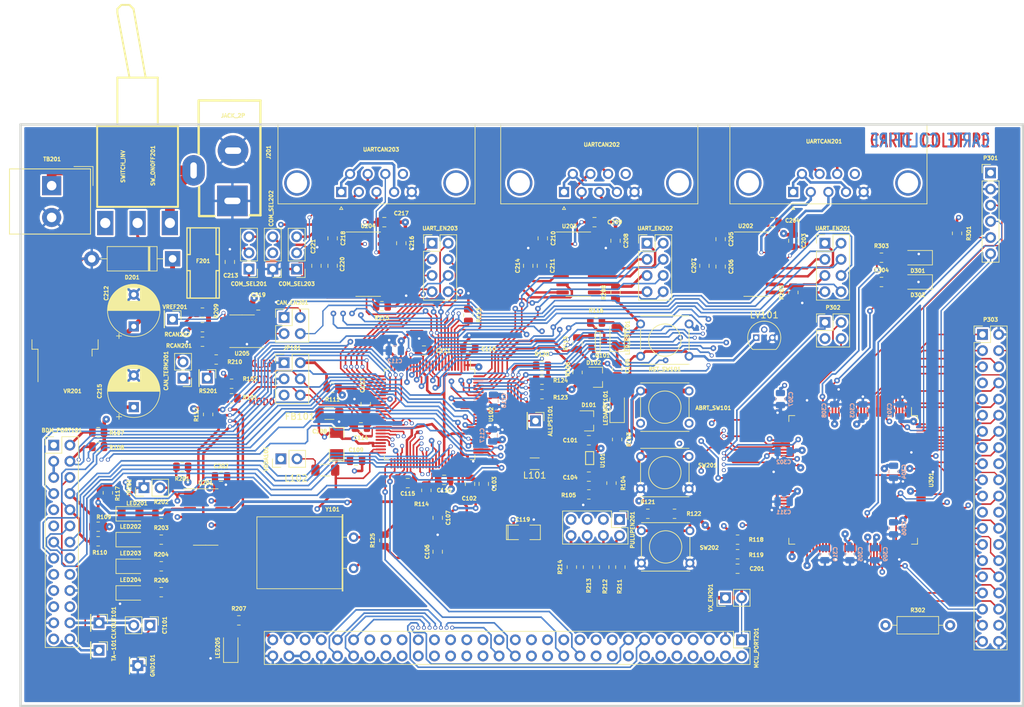
<source format=kicad_pcb>
(kicad_pcb (version 20221018) (generator pcbnew)
  (title_block (title "Demo Kicad") (date "2015-10-09") (rev "2"))
  (layers (0 "F.Cu" signal "Top_layer") (1 "In1.Cu" power "GND_layer") (2 "In2.Cu" power "VDD_layer") (31 "B.Cu" signal "Bottom_layer") (34 "B.Paste" user) (35 "F.Paste" user) (36 "B.SilkS" user "B.Silkscreen") (37 "F.SilkS" user "F.Silkscreen") (38 "B.Mask" user) (39 "F.Mask" user) (44 "Edge.Cuts" user))
  (net 0 "")
  (net 1 "/ALLPST")
  (net 2 "/AN2")
  (net 3 "/AN3")
  (net 4 "/AN4")
  (net 5 "/AN6")
  (net 6 "/BKPT-")
  (net 8 "/CLKMOD0")
  (net 9 "/CLKMOD1")
  (net 10 "/DDAT0")
  (net 11 "/DDAT1")
  (net 12 "/DDAT2")
  (net 13 "/DDAT3")
  (net 14 "/DSCLK")
  (net 15 "/DSI")
  (net 16 "/DSO")
  (net 17 "/DTIN1")
  (net 18 "/GPT1")
  (net 19 "/GPT3")
  (net 20 "/IRQ-5")
  (net 21 "/IRQ-6")
  (net 22 "/IRQ-7")
  (net 23 "/JTAG_EN")
  (net 24 "/PST0")
  (net 25 "/PST1")
  (net 26 "/PST2")
  (net 27 "/PST3")
  (net 28 "/QSPI_CS3")
  (net 29 "/TCLK")
  (net 30 "/VDDPLL")
  (net 31 "/inout_user/CAN_H")
  (net 32 "/inout_user/CAN_L")
  (net 33 "/inout_user/CTS0")
  (net 34 "/inout_user/CTS1")
  (net 35 "Net-(BDM_PORT101-P6)")
  (net 36 "/inout_user/RTS0")
  (net 37 "/inout_user/RTS1")
  (net 38 "/inout_user/RTS2")
  (net 39 "/inout_user/RXD0")
  (net 40 "/inout_user/RXD1")
  (net 41 "/inout_user/RXD2")
  (net 42 "/inout_user/RxD_CAN")
  (net 43 "/inout_user/TXD0")
  (net 44 "/inout_user/TXD1")
  (net 46 "/inout_user/TxD_CAN")
  (net 47 "/xilinx/+3,3V_OUT")
  (net 48 "/xilinx/LED_TEST1")
  (net 49 "/xilinx/LED_TEST2")
  (net 50 "/xilinx/TCK")
  (net 51 "/xilinx/TDI")
  (net 52 "/xilinx/TDO")
  (net 53 "/xilinx/TMS")
  (net 54 "/xilinx/XIL_D0")
  (net 55 "/xilinx/XIL_D1")
  (net 56 "/xilinx/XIL_D10")
  (net 57 "/xilinx/XIL_D11")
  (net 58 "/xilinx/XIL_D12")
  (net 59 "/xilinx/XIL_D13")
  (net 60 "/xilinx/XIL_D14")
  (net 61 "/xilinx/XIL_D15")
  (net 62 "/xilinx/XIL_D16")
  (net 63 "/xilinx/XIL_D17")
  (net 64 "/xilinx/XIL_D18")
  (net 65 "/xilinx/XIL_D19")
  (net 66 "/xilinx/XIL_D2")
  (net 67 "/xilinx/XIL_D20")
  (net 68 "/xilinx/XIL_D21")
  (net 69 "/xilinx/XIL_D22")
  (net 70 "/xilinx/XIL_D23")
  (net 71 "/xilinx/XIL_D24")
  (net 72 "/xilinx/XIL_D25")
  (net 73 "/xilinx/XIL_D26")
  (net 74 "/xilinx/XIL_D27")
  (net 75 "/xilinx/XIL_D28")
  (net 76 "/xilinx/XIL_D29")
  (net 77 "/xilinx/XIL_D3")
  (net 78 "/xilinx/XIL_D30")
  (net 79 "/xilinx/XIL_D31")
  (net 80 "/xilinx/XIL_D32")
  (net 81 "/xilinx/XIL_D33")
  (net 82 "/xilinx/XIL_D34")
  (net 83 "/xilinx/XIL_D35")
  (net 84 "/xilinx/XIL_D36")
  (net 85 "/xilinx/XIL_D4")
  (net 86 "/xilinx/XIL_D5")
  (net 87 "/xilinx/XIL_D6")
  (net 88 "/xilinx/XIL_D7")
  (net 89 "/xilinx/XIL_D8")
  (net 90 "/xilinx/XIL_D9")
  (net 91 "GND")
  (net 92 "GNDA")
  (net 93 "/AN0")
  (net 94 "/AN1")
  (net 95 "/QSPI_CS0")
  (net 96 "/AN5")
  (net 97 "/AN7")
  (net 98 "/IRQ-4")
  (net 99 "/DTIN0")
  (net 100 "/DTIN2")
  (net 101 "/DTIN3")
  (net 102 "/GPT0")
  (net 103 "/GPT2")
  (net 104 "+3.3V")
  (net 105 "/VCCA")
  (net 106 "/IRQ-1")
  (net 107 "/IRQ-2")
  (net 108 "/IRQ-3")
  (net 109 "/XTAL")
  (net 110 "/RCON-")
  (net 111 "/RSTO-")
  (net 112 "/RSTI-")
  (net 113 "/QSPI_CS1")
  (net 114 "/URTS1")
  (net 115 "/UCTS1")
  (net 116 "/QSPI_CLK")
  (net 117 "/DSPI_DOUT")
  (net 118 "/QSPI_DIN")
  (net 119 "/QSPI_CS2")
  (net 120 "/URXD1")
  (net 121 "/UTXD1")
  (net 122 "/PWM7")
  (net 123 "/PWM5")
  (net 124 "/PWM1")
  (net 125 "/PWM3")
  (net 126 "/URTS2")
  (net 127 "/UTXD2")
  (net 128 "/URXD2")
  (net 129 "/UCTS2")
  (net 130 "/CANRX")
  (net 131 "/CANTX")
  (net 132 "/URTS0")
  (net 133 "/UTXD0")
  (net 134 "/URXD0")
  (net 135 "/UCTS0")
  (net 136 "Net-(ABRT_SW101-Pad1)")
  (net 138 "Net-(BDM_PORT101-P22)")
  (net 139 "Net-(C104-Pad1)")
  (net 140 "Net-(D102-K)")
  (net 141 "Net-(MCU_PORT201-P1)")
  (net 142 "Net-(U202-V+)")
  (net 143 "Net-(U202-C1+)")
  (net 144 "Net-(U202-C1-)")
  (net 145 "Net-(U202-C2+)")
  (net 146 "Net-(U202-C2-)")
  (net 147 "Net-(U202-V-)")
  (net 148 "Net-(U203-V+)")
  (net 149 "Net-(U203-C1+)")
  (net 150 "Net-(U203-C1-)")
  (net 151 "Net-(U203-C2+)")
  (net 152 "Net-(U203-C2-)")
  (net 153 "Net-(D201-K)")
  (net 154 "Net-(U203-V-)")
  (net 155 "Net-(U204-V+)")
  (net 156 "Net-(U204-C1+)")
  (net 157 "Net-(U204-C1-)")
  (net 158 "Net-(U204-C2+)")
  (net 159 "Net-(U204-C2-)")
  (net 160 "Net-(U204-V-)")
  (net 161 "Net-(CAN_TERM201-Pad2)")
  (net 162 "Net-(COM_SEL201-P3)")
  (net 163 "Net-(COM_SEL202-P3)")
  (net 164 "Net-(COM_SEL203-P3)")
  (net 165 "Net-(D101-K)")
  (net 166 "Net-(D301-A)")
  (net 167 "Net-(D302-A)")
  (net 168 "Net-(F201-Pad1)")
  (net 169 "Net-(TB201-P1)")
  (net 170 "Net-(L102-Pad1)")
  (net 171 "Net-(U201A-E)")
  (net 172 "Net-(LED201-A)")
  (net 173 "Net-(LED202-A)")
  (net 174 "Net-(LED203-A)")
  (net 175 "Net-(LED204-A)")
  (net 176 "Net-(LED205-A)")
  (net 177 "Net-(LEDABRT101-K)")
  (net 178 "Net-(LED_RST101-A)")
  (net 179 "Net-(PULUPEN201-Pad8)")
  (net 180 "Net-(PULUPEN201-Pad6)")
  (net 181 "Net-(PULUPEN201-Pad4)")
  (net 182 "Net-(PULUPEN201-Pad2)")
  (net 183 "Net-(U301-P11)")
  (net 184 "Net-(U301-P4)")
  (net 185 "Net-(Q101-B)")
  (net 186 "Net-(Q101-C)")
  (net 187 "Net-(U102-TEST)")
  (net 188 "Net-(U102-TCLK{slash}PSTCLK{slash}CLKOUT)")
  (net 189 "Net-(U201A-O)")
  (net 190 "Net-(U201B-O)")
  (net 191 "Net-(U201D-O)")
  (net 192 "Net-(U202-T2IN)")
  (net 193 "Net-(U201C-O)")
  (net 194 "Net-(U203-T2IN)")
  (net 195 "Net-(U205-Rsl)")
  (net 196 "Net-(U204-T1IN)")
  (net 197 "Net-(U202-R2OUT)")
  (net 198 "Net-(U202-T1IN)")
  (net 199 "Net-(U202-R1OUT)")
  (net 200 "Net-(U203-R2OUT)")
  (net 201 "Net-(U203-T1IN)")
  (net 202 "Net-(U203-R1OUT)")
  (net 203 "Net-(U204-R2OUT)")
  (net 204 "Net-(U204-T2IN)")
  (net 205 "Net-(U204-R1OUT)")
  (net 206 "Net-(U205-Vref)")
  (net 210 "/CLKIN{slash}EXTAL")
  (net 211 "/inout_user/TXD2{slash}CANL")
  (net 212 "/inout_user/CTS2{slash}CANH")
  (net 272 "Net-(UARTCAN201-P6)")
  (net 274 "Net-(UARTCAN202-P6)")
  (net 276 "Net-(UARTCAN203-P6)")
  (footprint "kit-dev-coldfire:SW_PUSH_SMALL" (layer "F.Cu") (at 172.339 100.33)
    (fp_text reference "ABRT_SW101")
    (fp_text value "SW_PUSH")
  )
  (footprint "Connector_PinHeader_2.54mm:PinHeader_1x01_P2.54mm_Vertical" (layer "F.Cu") (at 152.019 102.489 -90)
    (fp_text reference "ALLPST101")
    (fp_text value "CONN_1")
  )
  (footprint "Connector_PinHeader_2.54mm:PinHeader_2x13_P2.54mm_Vertical" (layer "F.Cu") (at 76.327 106.299)
    (fp_text reference "BDM_PORT101")
    (fp_text value "CONN_13X2")
  )
  (footprint "Capacitor_SMD:C_0805_2012Metric" (layer "F.Cu") (at 136.652 117.729 -90)
    (fp_text reference "C107")
    (fp_text value "10pF")
  )
  (footprint "Capacitor_SMD:C_0805_2012Metric" (layer "F.Cu") (at 136.652 123.063 90)
    (fp_text reference "C106")
    (fp_text value "10pF")
  )
  (footprint "Capacitor_SMD:C_0805_2012Metric" (layer "F.Cu") (at 164.846 94.361 90)
    (fp_text reference "C105")
    (fp_text value "1nF")
  )
  (footprint "Capacitor_SMD:C_0805_2012Metric" (layer "F.Cu") (at 141.605 91.059 180)
    (fp_text reference "C110")
    (fp_text value "100nF")
  )
  (footprint "Capacitor_SMD:C_0805_2012Metric" (layer "F.Cu") (at 134.493 91.44 180)
    (fp_text reference "C111")
    (fp_text value "100nF")
  )
  (footprint "Capacitor_SMD:C_0805_2012Metric" (layer "F.Cu") (at 125.349 99.822 -90)
    (fp_text reference "C113")
    (fp_text value "100nF")
  )
  (footprint "Capacitor_SMD:C_0805_2012Metric" (layer "F.Cu") (at 124.587 103.505 180)
    (fp_text reference "C114")
    (fp_text value "100nF")
  )
  (footprint "Capacitor_SMD:C_0805_2012Metric" (layer "F.Cu") (at 131.953 112.268 180)
    (fp_text reference "C115")
    (fp_text value "100nF")
  )
  (footprint "Capacitor_SMD:C_0805_2012Metric" (layer "F.Cu") (at 137.668 111.76 180)
    (fp_text reference "C116")
    (fp_text value "100nF")
  )
  (footprint "Capacitor_SMD:C_0805_2012Metric" (layer "F.Cu") (at 160.401 105.537)
    (fp_text reference "C101")
    (fp_text value "100nF")
  )
  (footprint "Capacitor_SMD:C_0805_2012Metric" (layer "F.Cu") (at 160.401 111.252 180)
    (fp_text reference "C104")
    (fp_text value "100nF")
  )
  (footprint "kit-dev-coldfire:SM1206POL" (layer "F.Cu") (at 120.777 106.045 90)
    (fp_text reference "C108")
    (fp_text value "10uF" hide)
  )
  (footprint "kit-dev-coldfire:SM1206POL" (layer "F.Cu") (at 150.241 120.015)
    (fp_text reference "C119")
    (fp_text value "100uF" hide)
  )
  (footprint "Capacitor_SMD:C_0805_2012Metric" (layer "F.Cu") (at 123.825 108.712)
    (fp_text reference "C109")
    (fp_text value "100nF")
  )
  (footprint "Capacitor_SMD:C_0805_2012Metric" (layer "F.Cu") (at 141.732 112.395 -90)
    (fp_text reference "C102")
    (fp_text value "1nF")
  )
  (footprint "Capacitor_SMD:C_0805_2012Metric" (layer "F.Cu") (at 143.891 112.395 -90)
    (fp_text reference "C103")
    (fp_text value "100nF")
  )
  (footprint "Capacitor_SMD:C_0805_2012Metric" (layer "F.Cu") (at 192.532 74.168 -90)
    (fp_text reference "C203")
    (fp_text value "100nF")
  )
  (footprint "Capacitor_SMD:C_0805_2012Metric" (layer "F.Cu") (at 189.23 71.247 180)
    (fp_text reference "C204")
    (fp_text value "100nF")
  )
  (footprint "Capacitor_SMD:C_0805_2012Metric" (layer "F.Cu") (at 181.102 73.914 -90)
    (fp_text reference "C205")
    (fp_text value "100nF")
  )
  (footprint "Capacitor_SMD:C_0805_2012Metric" (layer "F.Cu") (at 181.102 78.232 -90)
    (fp_text reference "C206")
    (fp_text value "100nF")
  )
  (footprint "Capacitor_SMD:C_0805_2012Metric" (layer "F.Cu") (at 102.616 111.252)
    (fp_text reference "C202")
    (fp_text value "100nF")
  )
  (footprint "Capacitor_SMD:C_0805_2012Metric" (layer "F.Cu") (at 178.562 78.105 90)
    (fp_text reference "C207")
    (fp_text value "100nF")
  )
  (footprint "Capacitor_SMD:C_0805_2012Metric" (layer "F.Cu") (at 164.592 74.168 -90)
    (fp_text reference "C208")
    (fp_text value "100nF")
  )
  (footprint "Capacitor_SMD:C_0805_2012Metric" (layer "F.Cu") (at 161.29 71.247 180)
    (fp_text reference "C209")
    (fp_text value "100nF")
  )
  (footprint "Capacitor_SMD:C_0805_2012Metric" (layer "F.Cu") (at 153.162 73.787 -90)
    (fp_text reference "C210")
    (fp_text value "100nF")
  )
  (footprint "Capacitor_SMD:C_0805_2012Metric" (layer "F.Cu") (at 153.035 78.105 -90)
    (fp_text reference "C211")
    (fp_text value "100nF")
  )
  (footprint "Capacitor_SMD:C_0805_2012Metric" (layer "F.Cu") (at 150.876 78.105 90)
    (fp_text reference "C214")
    (fp_text value "100nF")
  )
  (footprint "Capacitor_SMD:C_0805_2012Metric" (layer "F.Cu") (at 108.458 84.328)
    (fp_text reference "C219")
    (fp_text value "100nF")
  )
  (footprint "Capacitor_SMD:C_0805_2012Metric" (layer "F.Cu") (at 128.27 71.247 180)
    (fp_text reference "C217")
    (fp_text value "100nF")
  )
  (footprint "Capacitor_SMD:C_0805_2012Metric" (layer "F.Cu") (at 120.142 78.105 -90)
    (fp_text reference "C220")
    (fp_text value "100nF")
  )
  (footprint "Capacitor_THT:CP_Radial_D8.0mm_P5.00mm" (layer "F.Cu") (at 88.9 87.63 90)
    (fp_text reference "C212")
    (fp_text value "10uF")
  )
  (footprint "Capacitor_THT:CP_Radial_D8.0mm_P5.00mm" (layer "F.Cu") (at 88.9 100.33 90)
    (fp_text reference "C215")
    (fp_text value "220uF")
  )
  (footprint "Capacitor_SMD:C_0805_2012Metric" (layer "F.Cu") (at 104 77.5 90)
    (fp_text reference "C213")
    (fp_text value "100nF")
  )
  (footprint "Capacitor_SMD:C_0805_2012Metric" (layer "F.Cu") (at 183.769 125.73)
    (fp_text reference "C201")
    (fp_text value "100nF")
  )
  (footprint "Capacitor_SMD:C_0805_2012Metric" (layer "F.Cu") (at 120.142 73.787 -90)
    (fp_text reference "C218")
    (fp_text value "100nF")
  )
  (footprint "Capacitor_SMD:C_0805_2012Metric" (layer "F.Cu") (at 117.602 78.105 90)
    (fp_text reference "C221")
    (fp_text value "100nF")
  )
  (footprint "Capacitor_SMD:C_0805_2012Metric" (layer "F.Cu") (at 130.937 74.549 -90)
    (fp_text reference "C216")
    (fp_text value "100nF")
  )
  (footprint "Connector_PinHeader_2.54mm:PinHeader_1x02_P2.54mm_Vertical" (layer "F.Cu") (at 96.647 95.758 180)
    (fp_text reference "CAN_TERM201")
    (fp_text value "JUMPER")
  )
  (footprint "Connector_PinHeader_2.54mm:PinHeader_1x01_P2.54mm_Vertical" (layer "F.Cu") (at 83.439 134.239 -90)
    (fp_text reference "CLKOUT101")
    (fp_text value "CONN_1")
  )
  (footprint "Connector_PinHeader_2.54mm:PinHeader_1x03_P2.54mm_Vertical" (layer "F.Cu") (at 114.5 78.613 180)
    (fp_text reference "COM_SEL203")
    (fp_text value "CONN_3")
  )
  (footprint "Connector_PinHeader_2.54mm:PinHeader_1x03_P2.54mm_Vertical" (layer "F.Cu") (at 110.744 78.613 180)
    (fp_text reference "COM_SEL202")
    (fp_text value "CONN_3")
  )
  (footprint "Connector_PinHeader_2.54mm:PinHeader_1x02_P2.54mm_Vertical" (layer "F.Cu") (at 91.44 134.62 -90)
    (fp_text reference "CT101")
    (fp_text value "JUMPER")
  )
  (footprint "Diode_SMD:D_SOT-23_ANK" (layer "F.Cu") (at 160.401 102.489)
    (fp_text reference "D101")
    (fp_text value "BAT54")
  )
  (footprint "Diode_SMD:D_SOT-23_ANK" (layer "F.Cu") (at 161.798 95.631)
    (fp_text reference "D102")
    (fp_text value "BAT54")
  )
  (footprint "Diode_THT:D_DO-15_P12.70mm_Horizontal" (layer "F.Cu") (at 95 77 180)
    (fp_text reference "D201")
    (fp_text value "1N4004")
  )
  (footprint "LED_SMD:LED_1206_3216Metric" (layer "F.Cu") (at 212.09 76.835 180)
    (fp_text reference "D301")
    (fp_text value "LED")
  )
  (footprint "LED_SMD:LED_1206_3216Metric" (layer "F.Cu") (at 212.09 80.645 180)
    (fp_text reference "D302")
    (fp_text value "LED")
  )
  (footprint "kit-dev-coldfire:FSUPCMS" (layer "F.Cu") (at 99.8 77.6 -90)
    (fp_text reference "F201")
    (fp_text value "FUSE")
  )
  (footprint "Resistor_SMD:R_1206_3216Metric_Pad1.30x1.75mm_HandSolder" (layer "F.Cu") (at 119.634 101.346 180)
    (fp_text reference "FB101")
    (fp_text value "BEAD")
  )
  (footprint "Connector_PinHeader_2.54mm:PinHeader_1x01_P2.54mm_Vertical" (layer "F.Cu") (at 89.535 140.97 -90)
    (fp_text reference "GND101")
    (fp_text value "CONN_1")
  )
  (footprint "kit-dev-coldfire:JACK_ALIM" (layer "F.Cu") (at 104.5 60 -90)
    (fp_text reference "J201")
    (fp_text value "JACK_2P")
  )
  (footprint "Resistor_SMD:R_1206_3216Metric_Pad1.30x1.75mm_HandSolder" (layer "F.Cu") (at 118.999 110.236)
    (fp_text reference "L102")
    (fp_text value "10uH")
  )
  (footprint "Resistor_SMD:R_1206_3216Metric_Pad1.30x1.75mm_HandSolder" (layer "F.Cu") (at 151.892 109.22 180)
    (fp_text reference "L101")
    (fp_text value "10uH")
  )
  (footprint "LED_SMD:LED_1206_3216Metric" (layer "F.Cu") (at 88.392 117.094)
    (fp_text reference "LED201")
    (fp_text value "LED")
  )
  (footprint "LED_SMD:LED_1206_3216Metric" (layer "F.Cu") (at 88.392 121.158)
    (fp_text reference "LED202")
    (fp_text value "LED")
  )
  (footprint "LED_SMD:LED_1206_3216Metric" (layer "F.Cu") (at 88.392 125.349)
    (fp_text reference "LED203")
    (fp_text value "LED")
  )
  (footprint "LED_SMD:LED_1206_3216Metric" (layer "F.Cu") (at 88.392 129.54)
    (fp_text reference "LED204")
    (fp_text value "LED")
  )
  (footprint "LED_SMD:LED_1206_3216Metric" (layer "F.Cu") (at 104.14 138.176 90)
    (fp_text reference "LED205")
    (fp_text value "LED")
  )
  (footprint "LED_SMD:LED_1206_3216Metric" (layer "F.Cu") (at 164.846 100.457 90)
    (fp_text reference "LEDABRT101")
    (fp_text value "LED_RED")
  )
  (footprint "Package_TO_SOT_THT:TO-92_Molded_Narrow" (layer "F.Cu") (at 186.69 89.408)
    (fp_text reference "LV101")
    (fp_text value "DS1818")
  )
  (footprint "Connector_PinHeader_2.54mm:PinHeader_2x30_P2.54mm_Vertical" (layer "F.Cu") (at 184.404 136.906 -90)
    (fp_text reference "MCU_PORT201")
    (fp_text value "CONN_30X2")
  )
  (footprint "Connector_PinHeader_2.54mm:PinHeader_1x06_P2.54mm_Vertical" (layer "F.Cu") (at 223.52 63.5)
    (fp_text reference "P301")
    (fp_text value "CONN_6")
  )
  (footprint "Connector_PinHeader_2.54mm:PinHeader_2x20_P2.54mm_Vertical" (layer "F.Cu") (at 222.25 88.9)
    (fp_text reference "P303")
    (fp_text value "CONN_20X2")
  )
  (footprint "Connector_PinHeader_2.54mm:PinHeader_2x04_P2.54mm_Vertical" (layer "F.Cu") (at 165.227 117.983 -90)
    (fp_text reference "PULUPEN201")
    (fp_text value "CONN_4X2")
  )
  (footprint "kit-dev-coldfire:SOT23EBC" (layer "F.Cu") (at 161.798 90.043 90)
    (fp_text reference "Q101")
    (fp_text value "3906" hide)
  )
  (footprint "Resistor_SMD:R_0805_2012Metric" (layer "F.Cu") (at 128.27 121.285 90)
    (fp_text reference "R125")
    (fp_text value "1M")
  )
  (footprint "Resistor_SMD:R_0805_2012Metric" (layer "F.Cu") (at 104.267 96.647)
    (fp_text reference "R102")
    (fp_text value "4,7K")
  )
  (footprint "Resistor_SMD:R_0805_2012Metric" (layer "F.Cu") (at 183.769 121.158 180)
    (fp_text reference "R118")
    (fp_text value "10K")
  )
  (footprint "Resistor_SMD:R_0805_2012Metric" (layer "F.Cu") (at 183.769 123.444 180)
    (fp_text reference "R119")
    (fp_text value "10K")
  )
  (footprint "Resistor_SMD:R_0805_2012Metric" (layer "F.Cu") (at 153.035 93.853)
    (fp_text reference "R120")
    (fp_text value "10K")
  )
  (footprint "Resistor_SMD:R_0805_2012Metric" (layer "F.Cu") (at 163.957 112.268 -90)
    (fp_text reference "R104")
    (fp_text value "1K")
  )
  (footprint "Resistor_SMD:R_0805_2012Metric" (layer "F.Cu") (at 169.672 117.094)
    (fp_text reference "R121")
    (fp_text value "10K")
  )
  (footprint "Resistor_SMD:R_0805_2012Metric" (layer "F.Cu") (at 141.478 85.852 90)
    (fp_text reference "R113")
    (fp_text value "0")
  )
  (footprint "Resistor_SMD:R_0805_2012Metric" (layer "F.Cu") (at 173.863 117.094 180)
    (fp_text reference "R122")
    (fp_text value "10K")
  )
  (footprint "Resistor_SMD:R_0805_2012Metric" (layer "F.Cu") (at 153.035 98.298)
    (fp_text reference "R123")
    (fp_text value "10K")
  )
  (footprint "Resistor_SMD:R_0805_2012Metric" (layer "F.Cu") (at 160.401 114.046 180)
    (fp_text reference "R105")
    (fp_text value "20K")
  )
  (footprint "Resistor_SMD:R_0805_2012Metric" (layer "F.Cu") (at 153.035 96.012)
    (fp_text reference "R124")
    (fp_text value "10K")
  )
  (footprint "Resistor_SMD:R_0805_2012Metric" (layer "F.Cu") (at 164.846 105.41 -90)
    (fp_text reference "R103")
    (fp_text value "270")
  )
  (footprint "Resistor_SMD:R_0805_2012Metric" (layer "F.Cu") (at 158.623 94.869 90)
    (fp_text reference "R106")
    (fp_text value "4,7K")
  )
  (footprint "Resistor_SMD:R_0805_2012Metric" (layer "F.Cu") (at 120.142 97.282 180)
    (fp_text reference "R111")
    (fp_text value "4,7K")
  )
  (footprint "Resistor_SMD:R_0805_2012Metric" (layer "F.Cu") (at 83.312 104.267 180)
    (fp_text reference "R107")
    (fp_text value "4,7K")
  )
  (footprint "Resistor_SMD:R_0805_2012Metric" (layer "F.Cu") (at 83.312 106.553 180)
    (fp_text reference "R108")
    (fp_text value "4,7K")
  )
  (footprint "Resistor_SMD:R_0805_2012Metric" (layer "F.Cu") (at 83.312 119.126 180)
    (fp_text reference "R109")
    (fp_text value "4,7K")
  )
  (footprint "Resistor_SMD:R_0805_2012Metric" (layer "F.Cu") (at 83.312 121.412 180)
    (fp_text reference "R110")
    (fp_text value "4,7K")
  )
  (footprint "Resistor_SMD:R_0805_2012Metric" (layer "F.Cu") (at 158.623 90.297 90)
    (fp_text reference "R115")
    (fp_text value "4.7K")
  )
  (footprint "Resistor_SMD:R_0805_2012Metric" (layer "F.Cu") (at 161.544 86.995)
    (fp_text reference "R116")
    (fp_text value "270")
  )
  (footprint "Resistor_SMD:R_0805_2012Metric" (layer "F.Cu") (at 127.889 84.455 180)
    (fp_text reference "R215")
    (fp_text value "10K")
  )
  (footprint "Resistor_SMD:R_0805_2012Metric" (layer "F.Cu") (at 104.267 98.933)
    (fp_text reference "R101")
    (fp_text value "4,7K")
  )
  (footprint "Resistor_SMD:R_0805_2012Metric" (layer "F.Cu") (at 84.836 113.792 -90)
    (fp_text reference "R117")
    (fp_text value "10K")
  )
  (footprint "Resistor_SMD:R_0805_2012Metric" (layer "F.Cu") (at 93.218 117.094)
    (fp_text reference "R202")
    (fp_text value "270")
  )
  (footprint "Resistor_SMD:R_0805_2012Metric" (layer "F.Cu") (at 192.532 82.296 90)
    (fp_text reference "R205")
    (fp_text value "10K")
  )
  (footprint "Resistor_SMD:R_0805_2012Metric" (layer "F.Cu") (at 93.218 121.158)
    (fp_text reference "R203")
    (fp_text value "270")
  )
  (footprint "Resistor_SMD:R_0805_2012Metric" (layer "F.Cu") (at 93.218 125.349)
    (fp_text reference "R204")
    (fp_text value "270")
  )
  (footprint "Resistor_SMD:R_0805_2012Metric" (layer "F.Cu") (at 93.218 129.413)
    (fp_text reference "R206")
    (fp_text value "270")
  )
  (footprint "Resistor_SMD:R_0805_2012Metric" (layer "F.Cu") (at 96.52 109.728 180)
    (fp_text reference "R201")
    (fp_text value "10K")
  )
  (footprint "Resistor_SMD:R_0805_2012Metric" (layer "F.Cu") (at 164.592 82.296 90)
    (fp_text reference "R208")
    (fp_text value "10K")
  )
  (footprint "Resistor_SMD:R_0805_2012Metric" (layer "F.Cu") (at 101.854 92.837)
    (fp_text reference "R210")
    (fp_text value "1K")
  )
  (footprint "Resistor_SMD:R_0805_2012Metric" (layer "F.Cu") (at 99.695 85.471 180)
    (fp_text reference "R209")
    (fp_text value "62")
  )
  (footprint "Resistor_SMD:R_0805_2012Metric" (layer "F.Cu") (at 100.584 101.473 90)
    (fp_text reference "R112")
    (fp_text value "4,7K")
  )
  (footprint "Resistor_SMD:R_0805_2012Metric" (layer "F.Cu") (at 134.874 113.411 -90)
    (fp_text reference "R114")
    (fp_text value "22")
  )
  (footprint "Resistor_SMD:R_0805_2012Metric" (layer "F.Cu") (at 157.734 125.476 90)
    (fp_text reference "R214")
    (fp_text value "4,7K")
  )
  (footprint "Resistor_SMD:R_0805_2012Metric" (layer "F.Cu") (at 160.274 125.476 90)
    (fp_text reference "R213")
    (fp_text value "4,7K")
  )
  (footprint "Resistor_SMD:R_0805_2012Metric" (layer "F.Cu") (at 162.814 125.476 90)
    (fp_text reference "R212")
    (fp_text value "4,7K")
  )
  (footprint "Resistor_SMD:R_0805_2012Metric" (layer "F.Cu") (at 165.354 125.476 90)
    (fp_text reference "R211")
    (fp_text value "4,7K")
  )
  (footprint "Resistor_SMD:R_0805_2012Metric" (layer "F.Cu") (at 105.41 133.858)
    (fp_text reference "R207")
    (fp_text value "270")
  )
  (footprint "Resistor_SMD:R_0805_2012Metric" (layer "F.Cu") (at 218.25 73 -90)
    (fp_text reference "R301")
    (fp_text value "4K7")
  )
  (footprint "Resistor_SMD:R_0805_2012Metric" (layer "F.Cu") (at 206.375 76.835)
    (fp_text reference "R303")
    (fp_text value "1K")
  )
  (footprint "Resistor_SMD:R_0805_2012Metric" (layer "F.Cu") (at 206.375 80.645)
    (fp_text reference "R304")
    (fp_text value "1K")
  )
  (footprint "Resistor_THT:R_Axial_DIN0207_L6.3mm_D2.5mm_P10.16mm_Horizontal" (layer "F.Cu") (at 207.01 134.62)
    (fp_text reference "R302")
    (fp_text value "3,3")
  )
  (footprint "Resistor_SMD:R_0805_2012Metric" (layer "F.Cu") (at 99.695 87.757)
    (fp_text reference "RCAN202")
    (fp_text value "R")
  )
  (footprint "Resistor_SMD:R_0805_2012Metric" (layer "F.Cu") (at 99.695 90.043)
    (fp_text reference "RCAN201")
    (fp_text value "R")
  )
  (footprint "LED_SMD:LED_1206_3216Metric" (layer "F.Cu") (at 164.846 89.281 90)
    (fp_text reference "LED_RST101")
    (fp_text value "LED_RED")
  )
  (footprint "Connector_PinHeader_2.54mm:PinHeader_1x01_P2.54mm_Vertical" (layer "F.Cu") (at 100.457 95.758 -90)
    (fp_text reference "RS201")
    (fp_text value "CONN_1")
  )
  (footprint "kit-dev-coldfire:SW_PUSH_SMALL" (layer "F.Cu") (at 172.339 89.789 180)
    (fp_text reference "RST_SW101")
    (fp_text value "SW_PUSH")
  )
  (footprint "kit-dev-coldfire:SW_PUSH_SMALL" (layer "F.Cu") (at 172.339 110.617)
    (fp_text reference "SW201")
    (fp_text value "SW_PUSH")
  )
  (footprint "kit-dev-coldfire:SW_PUSH_SMALL" (layer "F.Cu") (at 172.466 122.301)
    (fp_text reference "SW202")
    (fp_text value "SW_PUSH")
  )
  (footprint "kit-dev-coldfire:SW_SPDT" (layer "F.Cu") (at 89.5 71.374 90)
    (fp_text reference "SW_ONOFF201")
    (fp_text value "SWITCH_INV")
  )
  (footprint "Connector_PinHeader_2.54mm:PinHeader_1x01_P2.54mm_Vertical" (layer "F.Cu") (at 83.439 138.557 -90)
    (fp_text reference "TA-101")
    (fp_text value "CONN_1")
  )
  (footprint "TerminalBlock_Altech:Altech_AK300_1x02_P5.00mm_45-Degree" (layer "F.Cu") (at 76 65.5 -90)
    (fp_text reference "TB201")
    (fp_text value "CONN_2")
  )
  (footprint "Package_QFP:LQFP-100_14x14mm_P0.5mm" (layer "F.Cu") (at 135.382 101.473 -90)
    (fp_text reference "U102")
    (fp_text value "MCF5213-LQFP100")
  )
  (footprint "kit-dev-coldfire:SOT353" (layer "F.Cu") (at 160.528 108.331)
    (fp_text reference "U101")
    (fp_text value "74AHC1G14" hide)
  )
  (footprint "Package_SO:SOIC-16_3.9x9.9mm_P1.27mm" (layer "F.Cu") (at 186.69 77.851)
    (fp_text reference "U202")
    (fp_text value "MAX202")
  )
  (footprint "Package_SO:SOIC-16_3.9x9.9mm_P1.27mm" (layer "F.Cu") (at 158.75 77.851)
    (fp_text reference "U203")
    (fp_text value "MAX202")
  )
  (footprint "Package_SO:SOIC-8_3.9x4.9mm_P1.27mm" (layer "F.Cu") (at 105.918 88.392 180)
    (fp_text reference "U205")
    (fp_text value "PCA82C251")
  )
  (footprint "Package_SO:SOIC-16_3.9x9.9mm_P1.27mm" (layer "F.Cu") (at 125.73 77.851)
    (fp_text reference "U204")
    (fp_text value "MAX202")
  )
  (footprint "Connector_PinHeader_2.54mm:PinHeader_2x04_P2.54mm_Vertical" (layer "F.Cu") (at 197.485 74.549)
    (fp_text reference "UART_EN201")
    (fp_text value "CONN_4X2")
  )
  (footprint "Connector_PinHeader_2.54mm:PinHeader_2x04_P2.54mm_Vertical" (layer "F.Cu") (at 169.545 74.549)
    (fp_text reference "UART_EN202")
    (fp_text value "CONN_4X2")
  )
  (footprint "Connector_PinHeader_2.54mm:PinHeader_2x04_P2.54mm_Vertical" (layer "F.Cu") (at 135.763 74.549)
    (fp_text reference "UART_EN203")
    (fp_text value "CONN_4X2")
  )
  (footprint "Connector_PinHeader_2.54mm:PinHeader_1x02_P2.54mm_Vertical" (layer "F.Cu") (at 112.014 108.458 90)
    (fp_text reference "VDDA101")
    (fp_text value "JUMPER")
  )
  (footprint "Package_TO_SOT_SMD:TO-263-5_TabPin3" (layer "F.Cu") (at 78.105 88.265 90)
    (fp_text reference "VR201")
    (fp_text value "LT1129_QPACK")
  )
  (footprint "Crystal:Crystal_HC18-U_Horizontal" (layer "F.Cu") (at 123.444 120.777 -90)
    (fp_text reference "Y101")
    (fp_text value "8MHz")
  )
  (footprint "Package_QFP:TQFP-144_20x20mm_P0.5mm" (layer "F.Cu") (at 201.93 111.76 -90)
    (fp_text reference "U301")
    (fp_text value "XCR3256-TQ144")
  )
  (footprint "Connector_PinHeader_2.54mm:PinHeader_2x02_P2.54mm_Vertical" (layer "F.Cu") (at 112.522 86.233)
    (fp_text reference "CAN_EN201")
    (fp_text value "CONN_2X2")
  )
  (footprint "Connector_PinHeader_2.54mm:PinHeader_1x02_P2.54mm_Vertical" (layer "F.Cu") (at 181.864 130.302 90)
    (fp_text reference "VX_EN201")
    (fp_text value "JUMPER")
  )
  (footprint "Package_SO:SOIC-14_3.9x8.7mm_P1.27mm" (layer "F.Cu") (at 100.203 117.602)
    (fp_text reference "U201")
    (fp_text value "74HC125")
  )
  (footprint "Connector_PinHeader_2.54mm:PinHeader_2x03_P2.54mm_Vertical" (layer "F.Cu") (at 112.522 93.345)
    (fp_text reference "JP101")
    (fp_text value "JUMPER_TRIPLE")
  )
  (footprint "Connector_PinHeader_2.54mm:PinHeader_2x02_P2.54mm_Vertical" (layer "F.Cu") (at 197.5 87)
    (fp_text reference "P302")
    (fp_text value "CONN_2X2")
  )
  (footprint "Connector_PinHeader_2.54mm:PinHeader_1x03_P2.54mm_Vertical" (layer "F.Cu") (at 107 78.613 180)
    (fp_text reference "COM_SEL201")
    (fp_text value "CONN_3")
  )
  (footprint "Connector_PinHeader_2.54mm:PinHeader_1x02_P2.54mm_Vertical" (layer "F.Cu") (at 90.5 113 90)
    (fp_text reference "JP201")
    (fp_text value "JUMPER")
  )
  (footprint "Connector_Dsub:DSUB-9_Female_Horizontal_P2.77x2.84mm_EdgePinOffset7.70mm_Housed_MountingHolesOffset9.12mm" (layer "F.Cu") (at 192.5 66.5 180)
    (fp_text reference "UARTCAN201")
    (fp_text value "DB9")
  )
  (footprint "Connector_Dsub:DSUB-9_Female_Horizontal_P2.77x2.84mm_EdgePinOffset7.70mm_Housed_MountingHolesOffset9.12mm" (layer "F.Cu") (at 156.5 66.5 180)
    (fp_text reference "UARTCAN202")
    (fp_text value "DB9")
  )
  (footprint "Connector_Dsub:DSUB-9_Female_Horizontal_P2.77x2.84mm_EdgePinOffset7.70mm_Housed_MountingHolesOffset9.12mm" (layer "F.Cu") (at 121.5 66.5 180)
    (fp_text reference "UARTCAN203")
    (fp_text value "DB9")
  )
  (footprint "Connector_PinHeader_2.54mm:PinHeader_1x01_P2.54mm_Vertical" (layer "F.Cu") (at 95 86.5 -90)
    (fp_text reference "VREF201")
    (fp_text value "CONN_1")
  )
  (footprint "Capacitor_SMD:C_0805_2012Metric" (layer "B.Cu") (at 129.921 91.44 180)
    (fp_text reference "C112")
    (fp_text value "100nF")
  )
  (footprint "Capacitor_SMD:C_0805_2012Metric" (layer "B.Cu") (at 145.288 104.775 90)
    (fp_text reference "C117")
    (fp_text value "100nF")
  )
  (footprint "Capacitor_SMD:C_0805_2012Metric" (layer "B.Cu") (at 145.415 99.314 -90)
    (fp_text reference "C118")
    (fp_text value "100nF")
  )
  (footprint "Capacitor_SMD:C_0805_2012Metric" (layer "B.Cu") (at 209.296 100.838 90)
    (fp_text reference "C301")
    (fp_text value "100nF")
  )
  (footprint "Capacitor_SMD:C_0805_2012Metric" (layer "B.Cu") (at 191.008 107.315 180)
    (fp_text reference "C302")
    (fp_text value "100nF")
  )
  (footprint "Capacitor_SMD:C_0805_2012Metric" (layer "B.Cu") (at 203.454 100.838 90)
    (fp_text reference "C303")
    (fp_text value "100nF")
  )
  (footprint "Capacitor_SMD:C_0805_2012Metric" (layer "B.Cu") (at 208.28 110.49 -90)
    (fp_text reference "C304")
    (fp_text value "100nF")
  )
  (footprint "Capacitor_SMD:C_0805_2012Metric" (layer "B.Cu") (at 201.422 123.444 -90)
    (fp_text reference "C305")
    (fp_text value "100nF")
  )
  (footprint "Capacitor_SMD:C_0805_2012Metric" (layer "B.Cu") (at 208.28 119.38 -90)
    (fp_text reference "C306")
    (fp_text value "100nF")
  )
  (footprint "Capacitor_SMD:C_0805_2012Metric" (layer "B.Cu") (at 190.5 99.06 -90)
    (fp_text reference "C307")
    (fp_text value "100nF")
  )
  (footprint "Capacitor_SMD:C_0805_2012Metric" (layer "B.Cu") (at 199.009 100.838 90)
    (fp_text reference "C308")
    (fp_text value "100nF")
  )
  (footprint "Capacitor_SMD:C_0805_2012Metric" (layer "B.Cu") (at 205.359 123.444 -90)
    (fp_text reference "C309")
    (fp_text value "100nF")
  )
  (footprint "Capacitor_SMD:C_0805_2012Metric" (layer "B.Cu") (at 197.485 123.444 -90)
    (fp_text reference "C310")
    (fp_text value "100nF")
  )
  (footprint "Capacitor_SMD:C_0805_2012Metric" (layer "B.Cu") (at 191.008 115.189 180)
    (fp_text reference "C311")
    (fp_text value "100nF")
  )
  (gr_line (start 71.12 147.32) (end 228.6 147.32) (stroke (width 0.381)) (layer "Edge.Cuts"))
  (gr_line (start 71.12 55.88) (end 71.12 147.32) (stroke (width 0.381)) (layer "Edge.Cuts"))
  (gr_line (start 228.6 55.88) (end 228.6 147.32) (stroke (width 0.381)) (layer "Edge.Cuts"))
  (gr_line (start 228.6 55.88) (end 71.12 55.88) (stroke (width 0.381)) (layer "Edge.Cuts"))
  (gr_text "JTAG_EN\n" (at 108 93.5) (layer "F.Cu") (effects (font (size 1 1) (thickness 0.2))))
  (gr_text "CARTE COLDFIRE" (at 213.995 58.42) (layer "F.Cu") (effects (font (size 2.032 1.524) (thickness 0.3048))))
  (gr_text "MOD1" (at 109 96) (layer "F.Cu") (effects (font (size 1 1) (thickness 0.2))))
  (gr_text "MOD0" (at 109 99.5) (layer "F.Cu") (effects (font (size 1 1) (thickness 0.2))))
  (gr_text "CARTE COLDFIRE" (at 213.995 58.42) (layer "B.Cu") (effects (font (size 2.032 1.524) (thickness 0.3048)) (justify mirror)))
  (segment (start 152.019 102.489) (end 143.129 102.4636) (width 0.254) (layer "F.Cu") (net 1))
  (segment (start 128.8034 104.9782) (end 127.635 104.9782) (width 0.254) (layer "F.Cu") (net 2))
  (segment (start 129.54 105.41) (end 129.032 105.156) (width 0.254) (layer "F.Cu") (net 2))
  (segment (start 129.032 105.156) (end 128.8034 104.9782) (width 0.254) (layer "F.Cu") (net 2))
  (via (at 129.54 105.41) (size 0.635) (drill 0.4) (layers "F.Cu" "B.Cu") (net 2))
  (segment (start 129.54 106.299) (end 129.032 106.299) (width 0.254) (layer "F.Cu") (net 3))
  (segment (start 129.032 105.791) (end 128.7272 105.4862) (width 0.254) (layer "F.Cu") (net 3))
  (segment (start 129.032 106.299) (end 129.032 105.791) (width 0.254) (layer "F.Cu") (net 3))
  (segment (start 128.7272 105.4862) (end 127.635 105.4862) (width 0.254) (layer "F.Cu") (net 3))
  (via (at 129.54 106.299) (size 0.635) (drill 0.4) (layers "F.Cu" "B.Cu") (net 3))
  (segment (start 130.8862 107.6198) (end 130.8862 109.22) (width 0.254) (layer "F.Cu") (net 4))
  (segment (start 131.064 107.442) (end 131.064 106.426) (width 0.254) (layer "F.Cu") (net 4))
  (segment (start 130.8862 107.6198) (end 131.064 107.442) (width 0.254) (layer "F.Cu") (net 4))
  (via (at 131.064 106.426) (size 0.635) (drill 0.4) (layers "F.Cu" "B.Cu") (net 4))
  (segment (start 129.8956 110.3884) (end 129.8956 109.22) (width 0.254) (layer "F.Cu") (net 5))
  (segment (start 129.159 111.125) (end 129.8956 110.3884) (width 0.254) (layer "F.Cu") (net 5))
  (segment (start 129.159 112.014) (end 129.159 111.125) (width 0.254) (layer "F.Cu") (net 5))
  (via (at 129.159 112.014) (size 0.889) (drill 0.4) (layers "F.Cu" "B.Cu") (net 5))
  (segment (start 159.004 139.446) (end 159.004 139.319) (width 0.254) (layer "B.Cu") (net 5))
  (segment (start 157.734 138.049) (end 157.734 136.017) (width 0.254) (layer "B.Cu") (net 5))
  (segment (start 138.43 132.461) (end 129.159 123.19) (width 0.254) (layer "B.Cu") (net 5))
  (segment (start 159.004 139.319) (end 157.734 138.049) (width 0.254) (layer "B.Cu") (net 5))
  (segment (start 154.178 132.461) (end 138.43 132.461) (width 0.254) (layer "B.Cu") (net 5))
  (segment (start 129.159 123.19) (end 129.159 112.014) (width 0.254) (layer "B.Cu") (net 5))
  (segment (start 157.734 136.017) (end 154.178 132.461) (width 0.254) (layer "B.Cu") (net 5))
  (segment (start 144.5514 107.4674) (end 143.129 107.4674) (width 0.254) (layer "F.Cu") (net 6))
  (segment (start 145.288 108.204) (end 144.5514 107.4674) (width 0.254) (layer "F.Cu") (net 6))
  (segment (start 146.431 109.855) (end 145.288 108.712) (width 0.254) (layer "F.Cu") (net 6))
  (segment (start 146.685 109.855) (end 146.431 109.855) (width 0.254) (layer "F.Cu") (net 6))
  (segment (start 145.288 108.712) (end 145.288 108.204) (width 0.254) (layer "F.Cu") (net 6))
  (segment (start 78.867 106.299) (end 80.391 104.775) (width 0.381) (layer "F.Cu") (net 6))
  (segment (start 82.3595 104.267) (end 80.899 104.267) (width 0.4318) (layer "F.Cu") (net 6))
  (segment (start 80.899 104.267) (end 80.391 104.775) (width 0.4318) (layer "F.Cu") (net 6))
  (via (at 146.685 109.855) (size 0.889) (drill 0.4) (layers "F.Cu" "B.Cu") (net 6))
  (via (at 87.63 112.141) (size 0.889) (drill 0.4) (layers "F.Cu" "B.Cu") (net 6))
  (segment (start 87.63 113.13) (end 89.181 114.681) (width 0.254) (layer "B.Cu") (net 6))
  (segment (start 107.696 111.379) (end 110.49 114.173) (width 0.254) (layer "B.Cu") (net 6))
  (segment (start 119.253 112.649) (end 125.476 112.649) (width 0.254) (layer "B.Cu") (net 6))
  (segment (start 141.732 111.76) (end 143.637 109.855) (width 0.254) (layer "B.Cu") (net 6))
  (segment (start 125.476 112.649) (end 127.508 110.617) (width 0.254) (layer "B.Cu") (net 6))
  (segment (start 97.917 113.665) (end 100.203 111.379) (width 0.254) (layer "B.Cu") (net 6))
  (segment (start 95.377 113.665) (end 97.917 113.665) (width 0.254) (layer "B.Cu") (net 6))
  (segment (start 110.49 114.173) (end 117.729 114.173) (width 0.254) (layer "B.Cu") (net 6))
  (segment (start 127.508 110.617) (end 132.461 110.617) (width 0.254) (layer "B.Cu") (net 6))
  (segment (start 100.203 111.379) (end 107.696 111.379) (width 0.254) (layer "B.Cu") (net 6))
  (segment (start 133.604 111.76) (end 141.732 111.76) (width 0.254) (layer "B.Cu") (net 6))
  (segment (start 89.181 114.681) (end 94.361 114.681) (width 0.254) (layer "B.Cu") (net 6))
  (segment (start 117.729 114.173) (end 119.253 112.649) (width 0.254) (layer "B.Cu") (net 6))
  (segment (start 143.637 109.855) (end 146.685 109.855) (width 0.254) (layer "B.Cu") (net 6))
  (segment (start 87.63 112.141) (end 87.63 113.13) (width 0.254) (layer "B.Cu") (net 6))
  (segment (start 94.361 114.681) (end 95.377 113.665) (width 0.254) (layer "B.Cu") (net 6))
  (segment (start 132.461 110.617) (end 133.604 111.76) (width 0.254) (layer "B.Cu") (net 6))
  (segment (start 113.792 97.155) (end 108.345 97.155) (width 0.254) (layer "F.Cu") (net 8))
  (segment (start 115.062 98.425) (end 113.792 97.155) (width 0.254) (layer "F.Cu") (net 8))
  (segment (start 123.19 101.981) (end 123.19 100.965) (width 0.254) (layer "F.Cu") (net 8))
  (segment (start 122.174 99.949) (end 118.11 99.949) (width 0.254) (layer "F.Cu") (net 8))
  (segment (start 118.11 99.949) (end 116.586 98.425) (width 0.254) (layer "F.Cu") (net 8))
  (segment (start 123.19 100.965) (end 122.174 99.949) (width 0.254) (layer "F.Cu") (net 8))
  (segment (start 108.345 97.155) (end 106.567 98.933) (width 0.254) (layer "F.Cu") (net 8))
  (segment (start 106.567 98.933) (end 105.2195 98.933) (width 0.254) (layer "F.Cu") (net 8))
  (segment (start 126.365 102.489) (end 126.111 102.235) (width 0.254) (layer "F.Cu") (net 8))
  (segment (start 127.635 102.489) (end 126.365 102.489) (width 0.254) (layer "F.Cu") (net 8))
  (segment (start 123.444 102.235) (end 123.19 101.981) (width 0.254) (layer "F.Cu") (net 8))
  (segment (start 126.111 102.235) (end 123.444 102.235) (width 0.254) (layer "F.Cu") (net 8))
  (segment (start 116.586 98.425) (end 115.062 98.425) (width 0.254) (layer "F.Cu") (net 8))
  (segment (start 118.618 99.441) (end 115.062 95.885) (width 0.254) (layer "F.Cu") (net 9))
  (segment (start 105.353 96.647) (end 105.2195 96.647) (width 0.254) (layer "F.Cu") (net 9))
  (segment (start 124.587 101.727) (end 122.809 99.949) (width 0.254) (layer "F.Cu") (net 9))
  (segment (start 107.385 94.615) (end 105.353 96.647) (width 0.254) (layer "F.Cu") (net 9))
  (segment (start 113.792 94.615) (end 107.385 94.615) (width 0.254) (layer "F.Cu") (net 9))
  (segment (start 126.238 101.727) (end 124.587 101.727) (width 0.254) (layer "F.Cu") (net 9))
  (segment (start 122.809 99.695) (end 122.555 99.441) (width 0.254) (layer "F.Cu") (net 9))
  (segment (start 126.492 101.981) (end 126.238 101.727) (width 0.254) (layer "F.Cu") (net 9))
  (segment (start 122.555 99.441) (end 118.618 99.441) (width 0.254) (layer "F.Cu") (net 9))
  (segment (start 122.809 99.949) (end 122.809 99.695) (width 0.254) (layer "F.Cu") (net 9))
  (segment (start 127.635 101.981) (end 126.492 101.981) (width 0.254) (layer "F.Cu") (net 9))
  (segment (start 115.062 95.885) (end 113.792 94.615) (width 0.254) (layer "F.Cu") (net 9))
  (segment (start 145.796 107.95) (end 146.558 107.95) (width 0.254) (layer "F.Cu") (net 10))
  (segment (start 144.78 106.9594) (end 144.907 107.061) (width 0.254) (layer "F.Cu") (net 10))
  (segment (start 144.907 107.061) (end 145.796 107.95) (width 0.254) (layer "F.Cu") (net 10))
  (segment (start 143.129 106.9594) (end 144.78 106.9594) (width 0.254) (layer "F.Cu") (net 10))
  (via (at 84.836 108.585) (size 0.635) (drill 0.4) (layers "F.Cu" "B.Cu") (net 10))
  (via (at 146.558 107.95) (size 0.889) (drill 0.4) (layers "F.Cu" "B.Cu") (net 10))
  (segment (start 115.824 106.045) (end 110.3503 106.045) (width 0.254) (layer "B.Cu") (net 10))
  (segment (start 140.97 107.823) (end 137.16 104.013) (width 0.254) (layer "B.Cu") (net 10))
  (segment (start 120.523 103.886) (end 119.888 103.251) (width 0.254) (layer "B.Cu") (net 10))
  (segment (start 116.205 103.886) (end 116.205 105.664) (width 0.254) (layer "B.Cu") (net 10))
  (segment (start 116.205 105.664) (end 115.824 106.045) (width 0.254) (layer "B.Cu") (net 10))
  (segment (start 144.526 107.823) (end 140.97 107.823) (width 0.254) (layer "B.Cu") (net 10))
  (segment (start 135.509 104.013) (end 134.493 102.997) (width 0.254) (layer "B.Cu") (net 10))
  (segment (start 137.16 104.013) (end 135.509 104.013) (width 0.254) (layer "B.Cu") (net 10))
  (segment (start 146.558 107.95) (end 144.653 107.95) (width 0.254) (layer "B.Cu") (net 10))
  (segment (start 108.6993 107.696) (end 85.725 107.696) (width 0.254) (layer "B.Cu") (net 10))
  (segment (start 119.888 103.251) (end 116.84 103.251) (width 0.254) (layer "B.Cu") (net 10))
  (segment (start 110.3503 106.045) (end 108.6993 107.696) (width 0.254) (layer "B.Cu") (net 10))
  (segment (start 85.725 107.696) (end 84.836 108.585) (width 0.254) (layer "B.Cu") (net 10))
  (segment (start 132.842 103.632) (end 122.936 103.632) (width 0.254) (layer "B.Cu") (net 10))
  (segment (start 122.936 103.632) (end 122.682 103.886) (width 0.254) (layer "B.Cu") (net 10))
  (segment (start 116.84 103.251) (end 116.205 103.886) (width 0.254) (layer "B.Cu") (net 10))
  (segment (start 133.477 102.997) (end 132.842 103.632) (width 0.254) (layer "B.Cu") (net 10))
  (segment (start 122.682 103.886) (end 120.523 103.886) (width 0.254) (layer "B.Cu") (net 10))
  (segment (start 144.653 107.95) (end 144.526 107.823) (width 0.254) (layer "B.Cu") (net 10))
  (segment (start 134.493 102.997) (end 133.477 102.997) (width 0.254) (layer "B.Cu") (net 10))
  (segment (start 145.415 106.68) (end 146.558 106.68) (width 0.254) (layer "F.Cu") (net 11))
  (segment (start 143.129 106.4768) (end 145.2118 106.4768) (width 0.254) (layer "F.Cu") (net 11))
  (segment (start 145.2118 106.4768) (end 145.415 106.68) (width 0.254) (layer "F.Cu") (net 11))
  (via (at 83.82 108.585) (size 0.635) (drill 0.4) (layers "F.Cu" "B.Cu") (net 11))
  (via (at 146.558 106.68) (size 0.889) (drill 0.4) (layers "F.Cu" "B.Cu") (net 11))
  (segment (start 118.237 100.838) (end 115.57 103.505) (width 0.254) (layer "B.Cu") (net 11))
  (segment (start 127.381 100.838) (end 118.237 100.838) (width 0.254) (layer "B.Cu") (net 11))
  (segment (start 141.097 107.188) (end 136.017 102.108) (width 0.254) (layer "B.Cu") (net 11))
  (segment (start 141.097 107.188) (end 145.034 107.188) (width 0.254) (layer "B.Cu") (net 11))
  (segment (start 111.6711 103.505) (end 107.9881 107.188) (width 0.254) (layer "B.Cu") (net 11))
  (segment (start 85.217 107.188) (end 83.82 108.585) (width 0.254) (layer "B.Cu") (net 11))
  (segment (start 115.57 103.505) (end 111.6711 103.505) (width 0.254) (layer "B.Cu") (net 11))
  (segment (start 128.651 102.108) (end 127.381 100.838) (width 0.254) (layer "B.Cu") (net 11))
  (segment (start 136.017 102.108) (end 128.651 102.108) (width 0.254) (layer "B.Cu") (net 11))
  (segment (start 146.558 106.68) (end 145.542 106.68) (width 0.254) (layer "B.Cu") (net 11))
  (segment (start 145.034 107.188) (end 145.542 106.68) (width 0.254) (layer "B.Cu") (net 11))
  (segment (start 107.9881 107.188) (end 85.217 107.188) (width 0.254) (layer "B.Cu") (net 11))
  (segment (start 141.351 103.98252) (end 143.129 103.9622) (width 0.254) (layer "F.Cu") (net 12))
  (segment (start 141.351 103.98252) (end 140.43152 103.98252) (width 0.254) (layer "F.Cu") (net 12))
  (segment (start 140.43152 103.98252) (end 139.827 103.378) (width 0.254) (layer "F.Cu") (net 12))
  (segment (start 139.827 103.378) (end 139.827 102.743) (width 0.254) (layer "F.Cu") (net 12))
  (via (at 139.827 102.743) (size 0.889) (drill 0.4) (layers "F.Cu" "B.Cu") (net 12))
  (via (at 81.788 108.585) (size 0.635) (drill 0.4) (layers "F.Cu" "B.Cu") (net 12))
  (segment (start 116.713 100.076) (end 111.571 100.076) (width 0.254) (layer "B.Cu") (net 12))
  (segment (start 105.983 105.664) (end 83.566 105.664) (width 0.254) (layer "B.Cu") (net 12))
  (segment (start 131.572 100.203) (end 136.779 100.203) (width 0.254) (layer "B.Cu") (net 12))
  (segment (start 126.111 96.647) (end 120.142 96.647) (width 0.254) (layer "B.Cu") (net 12))
  (segment (start 111.571 100.076) (end 105.983 105.664) (width 0.254) (layer "B.Cu") (net 12))
  (segment (start 131.572 100.203) (end 129.667 98.298) (width 0.254) (layer "B.Cu") (net 12))
  (segment (start 81.788 107.442) (end 81.788 108.585) (width 0.254) (layer "B.Cu") (net 12))
  (segment (start 120.142 96.647) (end 116.713 100.076) (width 0.254) (layer "B.Cu") (net 12))
  (segment (start 83.566 105.664) (end 81.788 107.442) (width 0.254) (layer "B.Cu") (net 12))
  (segment (start 127.762 98.298) (end 126.111 96.647) (width 0.254) (layer "B.Cu") (net 12))
  (segment (start 136.779 100.203) (end 139.065 102.489) (width 0.254) (layer "B.Cu") (net 12))
  (segment (start 139.065 102.489) (end 139.573 102.489) (width 0.254) (layer "B.Cu") (net 12))
  (segment (start 129.667 98.298) (end 127.762 98.298) (width 0.254) (layer "B.Cu") (net 12))
  (segment (start 139.573 102.489) (end 139.827 102.743) (width 0.254) (layer "B.Cu") (net 12))
  (segment (start 141.3002 103.4542) (end 143.129 103.4796) (width 0.254) (layer "F.Cu") (net 13))
  (segment (start 140.97 103.124) (end 141.3002 103.4542) (width 0.254) (layer "F.Cu") (net 13))
  (via (at 80.264 108.585) (size 0.635) (drill 0.4) (layers "F.Cu" "B.Cu") (net 13))
  (via (at 140.97 103.124) (size 0.889) (drill 0.4) (layers "F.Cu" "B.Cu") (net 13))
  (segment (start 80.264 106.68) (end 82.296 104.648) (width 0.254) (layer "B.Cu") (net 13))
  (segment (start 126.619 95.631) (end 128.27 97.282) (width 0.254) (layer "B.Cu") (net 13))
  (segment (start 82.296 104.648) (end 105.075 104.648) (width 0.254) (layer "B.Cu") (net 13))
  (segment (start 105.075 104.648) (end 110.998 98.725) (width 0.254) (layer "B.Cu") (net 13))
  (segment (start 110.998 97.663) (end 111.506 97.155) (width 0.254) (layer "B.Cu") (net 13))
  (segment (start 119.634 95.631) (end 126.619 95.631) (width 0.254) (layer "B.Cu") (net 13))
  (segment (start 118.11 97.155) (end 119.634 95.631) (width 0.254) (layer "B.Cu") (net 13))
  (segment (start 139.3825 100.9015) (end 137.541 99.06) (width 0.254) (layer "B.Cu") (net 13))
  (segment (start 142.367 101.854) (end 142.367 102.87) (width 0.254) (layer "B.Cu") (net 13))
  (segment (start 110.998 98.725) (end 110.998 97.663) (width 0.254) (layer "B.Cu") (net 13))
  (segment (start 142.113 103.124) (end 140.97 103.124) (width 0.254) (layer "B.Cu") (net 13))
  (segment (start 80.264 108.585) (end 80.264 106.68) (width 0.254) (layer "B.Cu") (net 13))
  (segment (start 128.27 97.282) (end 130.429 97.282) (width 0.254) (layer "B.Cu") (net 13))
  (segment (start 141.4145 100.9015) (end 142.367 101.854) (width 0.254) (layer "B.Cu") (net 13))
  (segment (start 142.367 102.87) (end 142.113 103.124) (width 0.254) (layer "B.Cu") (net 13))
  (segment (start 141.4145 100.9015) (end 139.3825 100.9015) (width 0.254) (layer "B.Cu") (net 13))
  (segment (start 130.429 97.282) (end 132.207 99.06) (width 0.254) (layer "B.Cu") (net 13))
  (segment (start 111.506 97.155) (end 118.11 97.155) (width 0.254) (layer "B.Cu") (net 13))
  (segment (start 132.207 99.06) (end 137.541 99.06) (width 0.254) (layer "B.Cu") (net 13))
  (segment (start 81.153 106.553) (end 80.645 107.061) (width 0.4318) (layer "F.Cu") (net 14))
  (segment (start 82.3595 106.553) (end 81.153 106.553) (width 0.4318) (layer "F.Cu") (net 14))
  (segment (start 78.867 108.839) (end 80.645 107.061) (width 0.381) (layer "F.Cu") (net 14))
  (segment (start 140.97 101.854) (end 142.0876 102.9716) (width 0.254) (layer "F.Cu") (net 14))
  (segment (start 142.0876 102.9716) (end 143.129 102.9716) (width 0.254) (layer "F.Cu") (net 14))
  (via (at 140.97 101.854) (size 0.889) (drill 0.4) (layers "F.Cu" "B.Cu") (net 14))
  (segment (start 128.016 97.79) (end 130.175 97.79) (width 0.254) (layer "B.Cu") (net 14))
  (segment (start 80.518 109.347) (end 81.026 108.839) (width 0.254) (layer "B.Cu") (net 14))
  (segment (start 81.026 108.839) (end 81.026 106.807) (width 0.254) (layer "B.Cu") (net 14))
  (segment (start 79.756 109.347) (end 80.518 109.347) (width 0.254) (layer "B.Cu") (net 14))
  (segment (start 140.9065 101.7905) (end 139.2555 101.7905) (width 0.254) (layer "B.Cu") (net 14))
  (segment (start 105.629 105.156) (end 111.217 99.568) (width 0.254) (layer "B.Cu") (net 14))
  (segment (start 119.888 96.139) (end 126.365 96.139) (width 0.254) (layer "B.Cu") (net 14))
  (segment (start 140.9065 101.7905) (end 140.97 101.854) (width 0.254) (layer "B.Cu") (net 14))
  (segment (start 111.217 99.568) (end 116.459 99.568) (width 0.254) (layer "B.Cu") (net 14))
  (segment (start 131.953 99.568) (end 137.033 99.568) (width 0.254) (layer "B.Cu") (net 14))
  (segment (start 82.677 105.156) (end 105.629 105.156) (width 0.254) (layer "B.Cu") (net 14))
  (segment (start 81.026 106.807) (end 82.677 105.156) (width 0.254) (layer "B.Cu") (net 14))
  (segment (start 126.365 96.139) (end 128.016 97.79) (width 0.254) (layer "B.Cu") (net 14))
  (segment (start 78.867 108.839) (end 79.756 109.347) (width 0.254) (layer "B.Cu") (net 14))
  (segment (start 116.459 99.568) (end 119.888 96.139) (width 0.254) (layer "B.Cu") (net 14))
  (segment (start 130.175 97.79) (end 131.953 99.568) (width 0.254) (layer "B.Cu") (net 14))
  (segment (start 139.2555 101.7905) (end 137.033 99.568) (width 0.254) (layer "B.Cu") (net 14))
  (segment (start 82.3595 117.4115) (end 78.867 113.919) (width 0.4318) (layer "F.Cu") (net 15))
  (segment (start 141.478 106.426) (end 141.9352 105.9688) (width 0.254) (layer "F.Cu") (net 15))
  (segment (start 82.3595 119.126) (end 82.3595 117.4115) (width 0.4318) (layer "F.Cu") (net 15))
  (segment (start 141.9352 105.9688) (end 143.129 105.9688) (width 0.254) (layer "F.Cu") (net 15))
  (via (at 141.478 106.426) (size 0.889) (drill 0.4) (layers "F.Cu" "B.Cu") (net 15))
  (segment (start 84.328 106.68) (end 107.2007 106.68) (width 0.254) (layer "B.Cu") (net 15))
  (segment (start 128.143 100.33) (end 129.159 101.346) (width 0.254) (layer "B.Cu") (net 15))
  (segment (start 107.2007 106.68) (end 112.7887 101.092) (width 0.254) (layer "B.Cu") (net 15))
  (segment (start 136.398 101.346) (end 141.478 106.426) (width 0.254) (layer "B.Cu") (net 15))
  (segment (start 112.7887 101.092) (end 117.221 101.092) (width 0.254) (layer "B.Cu") (net 15))
  (segment (start 117.221 101.092) (end 117.983 100.33) (width 0.254) (layer "B.Cu") (net 15))
  (segment (start 117.983 100.33) (end 128.143 100.33) (width 0.254) (layer "B.Cu") (net 15))
  (segment (start 83.058 107.95) (end 84.328 106.68) (width 0.254) (layer "B.Cu") (net 15))
  (segment (start 79.248 113.03) (end 83.058 109.22) (width 0.254) (layer "B.Cu") (net 15))
  (segment (start 129.159 101.346) (end 136.398 101.346) (width 0.254) (layer "B.Cu") (net 15))
  (segment (start 78.867 113.919) (end 79.248 113.03) (width 0.254) (layer "B.Cu") (net 15))
  (segment (start 83.058 109.22) (end 83.058 107.95) (width 0.254) (layer "B.Cu") (net 15))
  (segment (start 142.0114 105.4862) (end 143.129 105.4608) (width 0.254) (layer "F.Cu") (net 16))
  (segment (start 81.534 121.412) (end 80.391 120.269) (width 0.4318) (layer "F.Cu") (net 16))
  (segment (start 141.478 105.283) (end 142.0114 105.4862) (width 0.254) (layer "F.Cu") (net 16))
  (segment (start 82.3595 121.412) (end 81.534 121.412) (width 0.4318) (layer "F.Cu") (net 16))
  (segment (start 78.867 116.459) (end 80.391 117.983) (width 0.381) (layer "F.Cu") (net 16))
  (segment (start 80.391 117.983) (end 80.391 120.269) (width 0.381) (layer "F.Cu") (net 16))
  (via (at 141.478 105.283) (size 0.635) (drill 0.4) (layers "F.Cu" "B.Cu") (net 16))
  (segment (start 129.54 100.838) (end 136.652 100.838) (width 0.254) (layer "B.Cu") (net 16))
  (segment (start 136.652 100.838) (end 140.97 105.156) (width 0.254) (layer "B.Cu") (net 16))
  (segment (start 120.396 97.155) (end 116.967 100.584) (width 0.254) (layer "B.Cu") (net 16))
  (segment (start 112.1537 100.584) (end 106.5657 106.172) (width 0.254) (layer "B.Cu") (net 16))
  (segment (start 129.54 100.838) (end 125.857 97.155) (width 0.254) (layer "B.Cu") (net 16))
  (segment (start 141.478 105.283) (end 140.97 105.156) (width 0.254) (layer "B.Cu") (net 16))
  (segment (start 78.232 110.109) (end 77.597 110.744) (width 0.254) (layer "B.Cu") (net 16))
  (segment (start 82.55 107.696) (end 82.55 108.839) (width 0.254) (layer "B.Cu") (net 16))
  (segment (start 77.597 110.744) (end 77.597 115.189) (width 0.254) (layer "B.Cu") (net 16))
  (segment (start 82.55 108.839) (end 81.28 110.109) (width 0.254) (layer "B.Cu") (net 16))
  (segment (start 84.074 106.172) (end 82.55 107.696) (width 0.254) (layer "B.Cu") (net 16))
  (segment (start 106.5657 106.172) (end 84.074 106.172) (width 0.254) (layer "B.Cu") (net 16))
  (segment (start 116.967 100.584) (end 112.1537 100.584) (width 0.254) (layer "B.Cu") (net 16))
  (segment (start 125.857 97.155) (end 120.396 97.155) (width 0.254) (layer "B.Cu") (net 16))
  (segment (start 81.28 110.109) (end 78.232 110.109) (width 0.254) (layer "B.Cu") (net 16))
  (segment (start 77.597 115.189) (end 78.867 116.459) (width 0.254) (layer "B.Cu") (net 16))
  (segment (start 130.937 99.187) (end 130.937 95.25) (width 0.254) (layer "F.Cu") (net 17))
  (segment (start 99.822 117.729) (end 99.822 107.569) (width 0.381) (layer "F.Cu") (net 17))
  (segment (start 98.679 118.872) (end 99.822 117.729) (width 0.381) (layer "F.Cu") (net 17))
  (segment (start 129.159 100.965) (end 130.937 99.187) (width 0.254) (layer "F.Cu") (net 17))
  (segment (start 127.635 100.9904) (end 129.159 100.965) (width 0.254) (layer "F.Cu") (net 17))
  (segment (start 99.822 107.569) (end 104.013 103.378) (width 0.381) (layer "F.Cu") (net 17))
  (segment (start 97.409 118.872) (end 98.679 118.872) (width 0.381) (layer "F.Cu") (net 17))
  (via (at 104.013 103.378) (size 0.635) (drill 0.4) (layers "F.Cu" "B.Cu") (net 17))
  (via (at 130.937 95.25) (size 0.635) (drill 0.4) (layers "F.Cu" "B.Cu") (net 17))
  (segment (start 109.982 93.472) (end 109.982 97.917) (width 0.254) (layer "B.Cu") (net 17))
  (segment (start 104.521 103.378) (end 104.013 103.378) (width 0.254) (layer "B.Cu") (net 17))
  (segment (start 109.982 97.917) (end 104.521 103.378) (width 0.254) (layer "B.Cu") (net 17))
  (segment (start 130.683 96.012) (end 128.905 96.012) (width 0.254) (layer "B.Cu") (net 17))
  (segment (start 128.397 94.869) (end 125.73 92.202) (width 0.254) (layer "B.Cu") (net 17))
  (segment (start 130.937 95.758) (end 130.683 96.012) (width 0.254) (layer "B.Cu") (net 17))
  (segment (start 128.397 95.504) (end 128.397 94.869) (width 0.254) (layer "B.Cu") (net 17))
  (segment (start 125.73 92.202) (end 111.252 92.202) (width 0.254) (layer "B.Cu") (net 17))
  (segment (start 111.252 92.202) (end 109.982 93.472) (width 0.254) (layer "B.Cu") (net 17))
  (segment (start 128.905 96.012) (end 128.397 95.504) (width 0.254) (layer "B.Cu") (net 17))
  (segment (start 130.937 95.25) (end 130.937 95.758) (width 0.254) (layer "B.Cu") (net 17))
  (segment (start 134.112 106.045) (end 133.731 106.299) (width 0.254) (layer "F.Cu") (net 18))
  (segment (start 133.731 106.299) (end 133.3754 106.6546) (width 0.254) (layer "F.Cu") (net 18))
  (segment (start 133.3754 106.6546) (end 133.3754 109.22) (width 0.254) (layer "F.Cu") (net 18))
  (via (at 134.112 106.045) (size 0.635) (drill 0.4) (layers "F.Cu" "B.Cu") (net 18))
  (via (at 135.382 135.001) (size 0.635) (drill 0.4) (layers "F.Cu" "B.Cu") (net 18))
  (segment (start 123.444 139.446) (end 122.174 138.176) (width 0.254) (layer "B.Cu") (net 18))
  (segment (start 122.174 138.176) (end 122.174 136.398) (width 0.254) (layer "B.Cu") (net 18))
  (segment (start 135.382 134.366) (end 135.382 135.001) (width 0.254) (layer "B.Cu") (net 18))
  (segment (start 125.349 133.223) (end 134.239 133.223) (width 0.254) (layer "B.Cu") (net 18))
  (segment (start 122.174 136.398) (end 125.349 133.223) (width 0.254) (layer "B.Cu") (net 18))
  (segment (start 134.239 133.223) (end 135.382 134.366) (width 0.254) (layer "B.Cu") (net 18))
  (segment (start 135.001 106.934) (end 134.874 107.569) (width 0.254) (layer "F.Cu") (net 19))
  (segment (start 134.874 107.569) (end 134.8994 109.22) (width 0.254) (layer "F.Cu") (net 19))
  (via (at 137.16 135.001) (size 0.635) (drill 0.4) (layers "F.Cu" "B.Cu") (net 19))
  (via (at 135.001 106.934) (size 0.635) (drill 0.4) (layers "F.Cu" "B.Cu") (net 19))
  (segment (start 135.128 132.207) (end 137.16 134.239) (width 0.254) (layer "B.Cu") (net 19))
  (segment (start 119.634 138.176) (end 119.634 136.398) (width 0.254) (layer "B.Cu") (net 19))
  (segment (start 120.904 139.446) (end 119.634 138.176) (width 0.254) (layer "B.Cu") (net 19))
  (segment (start 123.825 132.207) (end 135.128 132.207) (width 0.254) (layer "B.Cu") (net 19))
  (segment (start 137.16 134.239) (end 137.16 135.001) (width 0.254) (layer "B.Cu") (net 19))
  (segment (start 119.634 136.398) (end 123.825 132.207) (width 0.254) (layer "B.Cu") (net 19))
  (segment (start 176.276 119.761) (end 168.656 119.761) (width 0.4318) (layer "F.Cu") (net 20))
  (segment (start 166.497 117.602) (end 168.656 119.761) (width 0.381) (layer "F.Cu") (net 20))
  (segment (start 166.497 108.331) (end 166.497 117.602) (width 0.381) (layer "F.Cu") (net 20))
  (segment (start 166.116 97.536) (end 166.497 97.917) (width 0.381) (layer "F.Cu") (net 20))
  (segment (start 150.495 100.457) (end 149.733 99.695) (width 0.254) (layer "F.Cu") (net 20))
  (segment (start 138.811 97.282) (end 141.5034 99.9744) (width 0.254) (layer "F.Cu") (net 20))
  (segment (start 141.5034 99.9744) (end 143.129 99.9744) (width 0.254) (layer "F.Cu") (net 20))
  (segment (start 150.495 100.457) (end 160.909 100.457) (width 0.381) (layer "F.Cu") (net 20))
  (segment (start 168.021 105.283) (end 168.021 106.807) (width 0.381) (layer "F.Cu") (net 20))
  (segment (start 149.733 98.425) (end 149.987 98.171) (width 0.254) (layer "F.Cu") (net 20))
  (segment (start 166.497 97.917) (end 166.497 103.759) (width 0.381) (layer "F.Cu") (net 20))
  (segment (start 168.021 106.807) (end 166.497 108.331) (width 0.381) (layer "F.Cu") (net 20))
  (segment (start 149.733 99.695) (end 149.733 98.425) (width 0.254) (layer "F.Cu") (net 20))
  (segment (start 163.83 97.536) (end 166.116 97.536) (width 0.381) (layer "F.Cu") (net 20))
  (segment (start 176.276 118.5545) (end 174.8155 117.094) (width 0.4318) (layer "F.Cu") (net 20))
  (segment (start 176.276 119.761) (end 176.276 118.5545) (width 0.4318) (layer "F.Cu") (net 20))
  (segment (start 160.909 100.457) (end 163.83 97.536) (width 0.381) (layer "F.Cu") (net 20))
  (segment (start 138.811 97.282) (end 138.811 96.266) (width 0.254) (layer "F.Cu") (net 20))
  (segment (start 149.987 98.171) (end 150.495 98.171) (width 0.254) (layer "F.Cu") (net 20))
  (segment (start 166.497 103.759) (end 168.021 105.283) (width 0.381) (layer "F.Cu") (net 20))
  (via (at 138.811 96.266) (size 0.889) (drill 0.4) (layers "F.Cu" "B.Cu") (net 20))
  (via (at 150.495 98.171) (size 0.635) (drill 0.4) (layers "F.Cu" "B.Cu") (net 20))
  (segment (start 138.811 96.266) (end 138.811 97.028) (width 0.254) (layer "B.Cu") (net 20))
  (segment (start 143.51 97.028) (end 148.59 97.028) (width 0.254) (layer "B.Cu") (net 20))
  (segment (start 139.7 97.917) (end 142.621 97.917) (width 0.254) (layer "B.Cu") (net 20))
  (segment (start 150.495 98.171) (end 149.733 98.171) (width 0.254) (layer "B.Cu") (net 20))
  (segment (start 149.733 98.171) (end 148.59 97.028) (width 0.254) (layer "B.Cu") (net 20))
  (segment (start 138.811 97.028) (end 139.7 97.917) (width 0.254) (layer "B.Cu") (net 20))
  (segment (start 142.621 97.917) (end 143.51 97.028) (width 0.254) (layer "B.Cu") (net 20))
  (segment (start 150.495 97.282) (end 151.0665 97.282) (width 0.254) (layer "F.Cu") (net 21))
  (segment (start 141.5288 98.4758) (end 143.129 98.4758) (width 0.254) (layer "F.Cu") (net 21))
  (segment (start 140.716 96.52) (end 140.716 97.663) (width 0.254) (layer "F.Cu") (net 21))
  (segment (start 151.0665 97.282) (end 152.0825 98.298) (width 0.254) (layer "F.Cu") (net 21))
  (segment (start 140.335 96.139) (end 140.716 96.52) (width 0.254) (layer "F.Cu") (net 21))
  (segment (start 140.716 97.663) (end 141.5288 98.4758) (width 0.254) (layer "F.Cu") (net 21))
  (via (at 140.335 96.139) (size 0.889) (drill 0.4) (layers "F.Cu" "B.Cu") (net 21))
  (via (at 150.495 97.282) (size 0.635) (drill 0.4) (layers "F.Cu" "B.Cu") (net 21))
  (segment (start 148.971 96.52) (end 143.129 96.52) (width 0.254) (layer "B.Cu") (net 21))
  (segment (start 140.843 97.282) (end 142.367 97.282) (width 0.254) (layer "B.Cu") (net 21))
  (segment (start 150.495 97.282) (end 149.733 97.282) (width 0.254) (layer "B.Cu") (net 21))
  (segment (start 142.367 97.282) (end 143.129 96.52) (width 0.254) (layer "B.Cu") (net 21))
  (segment (start 149.733 97.282) (end 148.971 96.52) (width 0.254) (layer "B.Cu") (net 21))
  (segment (start 140.335 96.139) (end 140.335 96.774) (width 0.254) (layer "B.Cu") (net 21))
  (segment (start 140.335 96.774) (end 140.843 97.282) (width 0.254) (layer "B.Cu") (net 21))
  (segment (start 141.605 96.266) (end 141.605 97.79) (width 0.254) (layer "F.Cu") (net 22))
  (segment (start 157.607 101.219) (end 157.9245 101.5365) (width 0.381) (layer "F.Cu") (net 22))
  (segment (start 152.0825 96.012) (end 150.876 96.012) (width 0.254) (layer "F.Cu") (net 22))
  (segment (start 157.9245 101.5365) (end 159.4485 101.5365) (width 0.381) (layer "F.Cu") (net 22))
  (segment (start 150.495 96.393) (end 149.86 96.647) (width 0.254) (layer "F.Cu") (net 22))
  (segment (start 141.7828 97.9678) (end 143.129 97.9678) (width 0.254) (layer "F.Cu") (net 22))
  (segment (start 149.225 97.282) (end 149.225 100.203) (width 0.254) (layer "F.Cu") (net 22))
  (segment (start 150.876 96.012) (end 150.495 96.393) (width 0.254) (layer "F.Cu") (net 22))
  (segment (start 149.225 100.203) (end 150.241 101.219) (width 0.254) (layer "F.Cu") (net 22))
  (segment (start 149.86 96.647) (end 149.225 97.282) (width 0.254) (layer "F.Cu") (net 22))
  (segment (start 141.605 97.79) (end 141.7828 97.9678) (width 0.254) (layer "F.Cu") (net 22))
  (segment (start 150.241 101.219) (end 157.607 101.219) (width 0.381) (layer "F.Cu") (net 22))
  (via (at 141.605 96.266) (size 0.889) (drill 0.4) (layers "F.Cu" "B.Cu") (net 22))
  (via (at 150.495 96.393) (size 0.635) (drill 0.4) (layers "F.Cu" "B.Cu") (net 22))
  (segment (start 141.986 95.885) (end 141.605 96.266) (width 0.254) (layer "B.Cu") (net 22))
  (segment (start 149.733 96.393) (end 150.495 96.393) (width 0.254) (layer "B.Cu") (net 22))
  (segment (start 141.986 95.885) (end 149.225 95.885) (width 0.254) (layer "B.Cu") (net 22))
  (segment (start 149.225 95.885) (end 149.733 96.393) (width 0.254) (layer "B.Cu") (net 22))
  (segment (start 125.476 92.964) (end 125.603 93.345) (width 0.254) (layer "F.Cu") (net 23))
  (segment (start 126.5174 95.2754) (end 127.635 95.4786) (width 0.254) (layer "F.Cu") (net 23))
  (segment (start 119.1895 95.1865) (end 117.348 93.345) (width 0.4318) (layer "F.Cu") (net 23))
  (segment (start 125.603 93.345) (end 125.603 94.361) (width 0.254) (layer "F.Cu") (net 23))
  (segment (start 119.1895 97.282) (end 119.1895 95.1865) (width 0.4318) (layer "F.Cu") (net 23))
  (segment (start 125.603 94.361) (end 126.5174 95.2754) (width 0.254) (layer "F.Cu") (net 23))
  (segment (start 117.348 93.345) (end 115.062 93.345) (width 0.4318) (layer "F.Cu") (net 23))
  (via (at 125.476 92.964) (size 0.635) (drill 0.4) (layers "F.Cu" "B.Cu") (net 23))
  (segment (start 116.078 92.964) (end 115.062 93.345) (width 0.254) (layer "B.Cu") (net 23))
  (segment (start 125.476 92.964) (end 116.078 92.964) (width 0.254) (layer "B.Cu") (net 23))
  (segment (start 136.37768 107.07768) (end 135.7 106.4) (width 0.254) (layer "F.Cu") (net 24))
  (segment (start 135.7 106.4) (end 135.7 105.6) (width 0.254) (layer "F.Cu") (net 24))
  (segment (start 136.37768 107.1) (end 136.37768 107.07768) (width 0.254) (layer "F.Cu") (net 24))
  (segment (start 136.398 109.22) (end 136.37768 107.81792) (width 0.254) (layer "F.Cu") (net 24))
  (segment (start 136.37768 107.81792) (end 136.37768 107.1) (width 0.254) (layer "F.Cu") (net 24))
  (via (at 135.7 105.6) (size 0.889) (drill 0.4) (layers "F.Cu" "B.Cu") (net 24))
  (segment (start 135.89 105.79) (end 135.7 105.6) (width 0.254) (layer "B.Cu") (net 24))
  (segment (start 111.506 111.125) (end 115.951 111.125) (width 0.254) (layer "B.Cu") (net 24))
  (segment (start 119.507 107.569) (end 127.127 107.569) (width 0.254) (layer "B.Cu") (net 24))
  (segment (start 127.635 108.077) (end 135.001 108.077) (width 0.254) (layer "B.Cu") (net 24))
  (segment (start 79.629 117.729) (end 80.01 117.348) (width 0.254) (layer "B.Cu") (net 24))
  (segment (start 76.327 124.079) (end 74.676 122.428) (width 0.254) (layer "B.Cu") (net 24))
  (segment (start 115.951 111.125) (end 119.507 107.569) (width 0.254) (layer "B.Cu") (net 24))
  (segment (start 135.89 107.188) (end 135.89 105.79) (width 0.254) (layer "B.Cu") (net 24))
  (segment (start 135.001 108.077) (end 135.89 107.188) (width 0.254) (layer "B.Cu") (net 24))
  (segment (start 83.185 110.744) (end 84.963 110.744) (width 0.254) (layer "B.Cu") (net 24))
  (segment (start 74.676 122.428) (end 74.676 118.491) (width 0.254) (layer "B.Cu") (net 24))
  (segment (start 86.941 108.766) (end 109.147 108.766) (width 0.254) (layer "B.Cu") (net 24))
  (segment (start 75.438 117.729) (end 79.629 117.729) (width 0.254) (layer "B.Cu") (net 24))
  (segment (start 74.676 118.491) (end 75.438 117.729) (width 0.254) (layer "B.Cu") (net 24))
  (segment (start 109.147 108.766) (end 111.506 111.125) (width 0.254) (layer "B.Cu") (net 24))
  (segment (start 80.01 117.348) (end 80.01 113.919) (width 0.254) (layer "B.Cu") (net 24))
  (segment (start 127.127 107.569) (end 127.635 108.077) (width 0.254) (layer "B.Cu") (net 24))
  (segment (start 84.963 110.744) (end 86.941 108.766) (width 0.254) (layer "B.Cu") (net 24))
  (segment (start 80.01 113.919) (end 83.185 110.744) (width 0.254) (layer "B.Cu") (net 24))
  (segment (start 136.8806 105.9434) (end 136.906 105.918) (width 0.254) (layer "F.Cu") (net 25))
  (segment (start 136.8806 109.22) (end 136.8806 105.9434) (width 0.254) (layer "F.Cu") (net 25))
  (via (at 136.906 105.918) (size 0.635) (drill 0.4) (layers "F.Cu" "B.Cu") (net 25))
  (segment (start 135.382 108.585) (end 136.906 107.061) (width 0.254) (layer "B.Cu") (net 25))
  (segment (start 86.995 109.474) (end 108.712 109.474) (width 0.254) (layer "B.Cu") (net 25))
  (segment (start 116.151 111.887) (end 119.961 108.077) (width 0.254) (layer "B.Cu") (net 25))
  (segment (start 80.518 114.173) (end 83.439 111.252) (width 0.254) (layer "B.Cu") (net 25))
  (segment (start 83.439 111.252) (end 85.217 111.252) (width 0.254) (layer "B.Cu") (net 25))
  (segment (start 136.906 107.061) (end 136.906 105.918) (width 0.254) (layer "B.Cu") (net 25))
  (segment (start 108.712 109.474) (end 111.125 111.887) (width 0.254) (layer "B.Cu") (net 25))
  (segment (start 78.867 121.539) (end 80.518 119.888) (width 0.254) (layer "B.Cu") (net 25))
  (segment (start 111.125 111.887) (end 116.151 111.887) (width 0.254) (layer "B.Cu") (net 25))
  (segment (start 85.217 111.252) (end 86.995 109.474) (width 0.254) (layer "B.Cu") (net 25))
  (segment (start 119.961 108.077) (end 126.873 108.077) (width 0.254) (layer "B.Cu") (net 25))
  (segment (start 80.518 119.888) (end 80.518 114.173) (width 0.254) (layer "B.Cu") (net 25))
  (segment (start 126.873 108.077) (end 127.381 108.585) (width 0.254) (layer "B.Cu") (net 25))
  (segment (start 127.381 108.585) (end 135.382 108.585) (width 0.254) (layer "B.Cu") (net 25))
  (segment (start 138.3792 106.8208) (end 138.7 106.5) (width 0.254) (layer "F.Cu") (net 26))
  (segment (start 138.3792 109.22) (end 138.3792 106.8208) (width 0.254) (layer "F.Cu") (net 26))
  (via (at 138.7 106.5) (size 0.635) (drill 0.4) (layers "F.Cu" "B.Cu") (net 26))
  (segment (start 136.017 109.093) (end 127.127 109.093) (width 0.254) (layer "B.Cu") (net 26))
  (segment (start 87.122 110.109) (end 108.331 110.109) (width 0.254) (layer "B.Cu") (net 26))
  (segment (start 126.619 108.585) (end 120.415 108.585) (width 0.254) (layer "B.Cu") (net 26))
  (segment (start 81.026 114.427) (end 81.026 121.285) (width 0.254) (layer "B.Cu") (net 26))
  (segment (start 85.471 111.76) (end 83.693 111.76) (width 0.254) (layer "B.Cu") (net 26))
  (segment (start 138.7 106.5) (end 136.017 109.093) (width 0.254) (layer "B.Cu") (net 26))
  (segment (start 77.597 122.809) (end 76.327 121.539) (width 0.254) (layer "B.Cu") (net 26))
  (segment (start 108.331 110.109) (end 110.871 112.649) (width 0.254) (layer "B.Cu") (net 26))
  (segment (start 116.351 112.649) (end 110.871 112.649) (width 0.254) (layer "B.Cu") (net 26))
  (segment (start 79.502 122.809) (end 77.597 122.809) (width 0.254) (layer "B.Cu") (net 26))
  (segment (start 81.026 121.285) (end 79.502 122.809) (width 0.254) (layer "B.Cu") (net 26))
  (segment (start 120.415 108.585) (end 116.351 112.649) (width 0.254) (layer "B.Cu") (net 26))
  (segment (start 127.127 109.093) (end 126.619 108.585) (width 0.254) (layer "B.Cu") (net 26))
  (segment (start 87.122 110.109) (end 85.471 111.76) (width 0.254) (layer "B.Cu") (net 26))
  (segment (start 83.693 111.76) (end 81.026 114.427) (width 0.254) (layer "B.Cu") (net 26))
  (segment (start 138.8872 109.22) (end 138.8872 107.8992) (width 0.254) (layer "F.Cu") (net 27))
  (segment (start 138.8872 107.8992) (end 139.065 107.442) (width 0.254) (layer "F.Cu") (net 27))
  (via (at 139.065 107.442) (size 0.635) (drill 0.4) (layers "F.Cu" "B.Cu") (net 27))
  (segment (start 77.597 124.968) (end 77.978 125.349) (width 0.254) (layer "B.Cu") (net 27))
  (segment (start 76.835 122.809) (end 77.597 123.571) (width 0.254) (layer "B.Cu") (net 27))
  (segment (start 116.778 113.284) (end 120.969 109.093) (width 0.254) (layer "B.Cu") (net 27))
  (segment (start 77.597 123.571) (end 77.597 124.968) (width 0.254) (layer "B.Cu") (net 27))
  (segment (start 75.819 120.269) (end 75.184 120.904) (width 0.254) (layer "B.Cu") (net 27))
  (segment (start 81.534 123.444) (end 81.534 114.681) (width 0.254) (layer "B.Cu") (net 27))
  (segment (start 85.598 112.395) (end 87.249 110.744) (width 0.254) (layer "B.Cu") (net 27))
  (segment (start 75.819 122.809) (end 76.835 122.809) (width 0.254) (layer "B.Cu") (net 27))
  (segment (start 75.184 122.174) (end 75.819 122.809) (width 0.254) (layer "B.Cu") (net 27))
  (segment (start 136.779 109.728) (end 139.065 107.442) (width 0.254) (layer "B.Cu") (net 27))
  (segment (start 126.365 109.093) (end 127 109.728) (width 0.254) (layer "B.Cu") (net 27))
  (segment (start 77.597 120.269) (end 75.819 120.269) (width 0.254) (layer "B.Cu") (net 27))
  (segment (start 87.249 110.744) (end 107.95 110.744) (width 0.254) (layer "B.Cu") (net 27))
  (segment (start 75.184 120.904) (end 75.184 122.174) (width 0.254) (layer "B.Cu") (net 27))
  (segment (start 107.95 110.744) (end 110.49 113.284) (width 0.254) (layer "B.Cu") (net 27))
  (segment (start 79.629 125.349) (end 81.534 123.444) (width 0.254) (layer "B.Cu") (net 27))
  (segment (start 78.867 118.999) (end 77.597 120.269) (width 0.254) (layer "B.Cu") (net 27))
  (segment (start 110.49 113.284) (end 116.778 113.284) (width 0.254) (layer "B.Cu") (net 27))
  (segment (start 83.82 112.395) (end 85.598 112.395) (width 0.254) (layer "B.Cu") (net 27))
  (segment (start 77.978 125.349) (end 79.629 125.349) (width 0.254) (layer "B.Cu") (net 27))
  (segment (start 127 109.728) (end 136.779 109.728) (width 0.254) (layer "B.Cu") (net 27))
  (segment (start 120.969 109.093) (end 126.365 109.093) (width 0.254) (layer "B.Cu") (net 27))
  (segment (start 81.534 114.681) (end 83.82 112.395) (width 0.254) (layer "B.Cu") (net 27))
  (segment (start 136.779 95.7) (end 136.7 95.7) (width 0.254) (layer "F.Cu") (net 28))
  (segment (start 135.880068 94.42206) (end 135.8646 93.726) (width 0.254) (layer "F.Cu") (net 28))
  (segment (start 136.398 97.282) (end 136.779 96.901) (width 0.254) (layer "F.Cu") (net 28))
  (segment (start 136.271 97.282) (end 136.398 97.282) (width 0.254) (layer "F.Cu") (net 28))
  (segment (start 136.779 96.901) (end 136.779 95.7) (width 0.254) (layer "F.Cu") (net 28))
  (segment (start 135.880068 94.880068) (end 135.880068 94.42206) (width 0.254) (layer "F.Cu") (net 28))
  (segment (start 136.7 95.7) (end 135.880068 94.880068) (width 0.254) (layer "F.Cu") (net 28))
  (via (at 136.271 97.282) (size 0.889) (drill 0.4) (layers "F.Cu" "B.Cu") (net 28))
  (via (at 153.035 92.71) (size 0.635) (drill 0.4) (layers "F.Cu" "B.Cu") (net 28))
  (segment (start 136.779 97.282) (end 137.0711 96.9899) (width 0.254) (layer "B.Cu") (net 28))
  (segment (start 136.271 97.282) (end 136.779 97.282) (width 0.254) (layer "B.Cu") (net 28))
  (segment (start 137.0711 95.66656) (end 139.573 92.964) (width 0.254) (layer "B.Cu") (net 28))
  (segment (start 139.573 92.964) (end 152.654 92.964) (width 0.254) (layer "B.Cu") (net 28))
  (segment (start 152.654 92.964) (end 153.035 92.71) (width 0.254) (layer "B.Cu") (net 28))
  (segment (start 137.0711 95.66656) (end 137.0711 96.9899) (width 0.254) (layer "B.Cu") (net 28))
  (segment (start 83.312 115.316) (end 83.312 113.411) (width 0.4318) (layer "F.Cu") (net 29))
  (segment (start 122.428 115.316) (end 122.555 115.189) (width 0.4318) (layer "F.Cu") (net 29))
  (segment (start 134.0485 115.189) (end 134.874 114.3635) (width 0.4318) (layer "F.Cu") (net 29))
  (segment (start 83.312 113.411) (end 83.8835 112.8395) (width 0.4318) (layer "F.Cu") (net 29))
  (segment (start 83.312 134.112) (end 83.439 134.239) (width 0.4318) (layer "F.Cu") (net 29))
  (segment (start 122.555 115.189) (end 134.0485 115.189) (width 0.4318) (layer "F.Cu") (net 29))
  (segment (start 83.8835 112.8395) (end 84.836 112.8395) (width 0.4318) (layer "F.Cu") (net 29))
  (segment (start 83.312 115.316) (end 83.312 134.112) (width 0.4318) (layer "F.Cu") (net 29))
  (via (at 83.312 115.316) (size 0.889) (drill 0.4) (layers "F.Cu" "B.Cu") (net 29))
  (via (at 122.428 115.316) (size 0.889) (drill 0.4) (layers "F.Cu" "B.Cu") (net 29))
  (segment (start 106.045 115.189) (end 122.301 115.189) (width 0.4318) (layer "B.Cu") (net 29))
  (segment (start 85.09 116.967) (end 93.345 116.967) (width 0.4318) (layer "B.Cu") (net 29))
  (segment (start 104.775 116.459) (end 106.045 115.189) (width 0.4318) (layer "B.Cu") (net 29))
  (segment (start 88.519 134.239) (end 88.9 134.62) (width 0.4318) (layer "B.Cu") (net 29))
  (segment (start 83.439 134.239) (end 78.867 134.239) (width 0.4318) (layer "B.Cu") (net 29))
  (segment (start 93.345 116.967) (end 93.853 116.459) (width 0.4318) (layer "B.Cu") (net 29))
  (segment (start 83.312 115.316) (end 83.439 115.316) (width 0.4318) (layer "B.Cu") (net 29))
  (segment (start 83.439 134.239) (end 88.519 134.239) (width 0.4318) (layer "B.Cu") (net 29))
  (segment (start 83.439 115.316) (end 85.09 116.967) (width 0.4318) (layer "B.Cu") (net 29))
  (segment (start 122.301 115.189) (end 122.428 115.316) (width 0.4318) (layer "B.Cu") (net 29))
  (segment (start 93.853 116.459) (end 104.775 116.459) (width 0.4318) (layer "B.Cu") (net 29))
  (segment (start 140.8938 109.22) (end 140.8938 110.7948) (width 0.254) (layer "F.Cu") (net 30))
  (segment (start 141.986 111.6965) (end 141.732 111.4425) (width 0.381) (layer "F.Cu") (net 30))
  (segment (start 150.241 109.22) (end 150.241 111.9505) (width 0.254) (layer "F.Cu") (net 30))
  (segment (start 140.8938 110.7948) (end 141.732 111.4425) (width 0.254) (layer "F.Cu") (net 30))
  (segment (start 150.241 111.9505) (end 150.114 112.0775) (width 0.254) (layer "F.Cu") (net 30))
  (segment (start 143.891 111.4425) (end 149.733 111.6965) (width 0.381) (layer "F.Cu") (net 30))
  (segment (start 143.891 111.4425) (end 141.986 111.6965) (width 0.381) (layer "F.Cu") (net 30))
  (segment (start 149.733 111.6965) (end 150.114 112.0775) (width 0.381) (layer "F.Cu") (net 30))
  (segment (start 101.219 89.408) (end 102.108 89.408) (width 0.381) (layer "F.Cu") (net 31))
  (segment (start 105.618 88.184) (end 105.618 82.596) (width 0.381) (layer "F.Cu") (net 31))
  (segment (start 102.108 89.408) (end 102.489 89.027) (width 0.381) (layer "F.Cu") (net 31))
  (segment (start 102.489 89.027) (end 104.775 89.027) (width 0.381) (layer "F.Cu") (net 31))
  (segment (start 97.917 95.758) (end 98.552 95.123) (width 0.381) (layer "F.Cu") (net 31))
  (segment (start 100.457 91.186) (end 100.457 90.551) (width 0.381) (layer "F.Cu") (net 31))
  (segment (start 98.552 93.091) (end 100.457 91.186) (width 0.381) (layer "F.Cu") (net 31))
  (segment (start 98.552 95.123) (end 98.552 93.091) (width 0.381) (layer "F.Cu") (net 31))
  (segment (start 113.284 78.613) (end 114.5 78.613) (width 0.381) (layer "F.Cu") (net 31))
  (segment (start 111.76 80.137) (end 113.284 78.613) (width 0.381) (layer "F.Cu") (net 31))
  (segment (start 100.457 90.551) (end 100.6475 90.043) (width 0.381) (layer "F.Cu") (net 31))
  (segment (start 108.077 80.137) (end 111.76 80.137) (width 0.381) (layer "F.Cu") (net 31))
  (segment (start 100.6475 90.043) (end 101.219 89.408) (width 0.381) (layer "F.Cu") (net 31))
  (segment (start 105.618 82.596) (end 108.077 80.137) (width 0.381) (layer "F.Cu") (net 31))
  (segment (start 96.647 95.758) (end 97.917 95.758) (width 0.381) (layer "F.Cu") (net 31))
  (segment (start 104.775 89.027) (end 105.618 88.184) (width 0.381) (layer "F.Cu") (net 31))
  (segment (start 106.5 80.25) (end 106.594 80.25) (width 0.381) (layer "F.Cu") (net 32))
  (segment (start 100.6475 87.757) (end 103.251 87.757) (width 0.4318) (layer "F.Cu") (net 32))
  (segment (start 104.956 87.449) (end 104.956 81.794) (width 0.381) (layer "F.Cu") (net 32))
  (segment (start 106.594 80.25) (end 107 79.844) (width 0.381) (layer "F.Cu") (net 32))
  (segment (start 104.648 87.757) (end 104.956 87.449) (width 0.381) (layer "F.Cu") (net 32))
  (segment (start 104.956 81.794) (end 106.5 80.25) (width 0.381) (layer "F.Cu") (net 32))
  (segment (start 100.6475 85.471) (end 100.6475 87.757) (width 0.762) (layer "F.Cu") (net 32))
  (segment (start 107 79.844) (end 107 78.613) (width 0.381) (layer "F.Cu") (net 32))
  (segment (start 103.251 87.757) (end 104.648 87.757) (width 0.381) (layer "F.Cu") (net 32))
  (segment (start 176.022 79.502) (end 176.022 71.12) (width 0.381) (layer "F.Cu") (net 33))
  (segment (start 187.92 68.58) (end 190 66.5) (width 0.4) (layer "F.Cu") (net 33))
  (segment (start 184.15 82.296) (end 180.594 82.296) (width 0.381) (layer "F.Cu") (net 33))
  (segment (start 177.038 80.518) (end 176.022 79.502) (width 0.381) (layer "F.Cu") (net 33))
  (segment (start 190 66.5) (end 190 63.5) (width 0.4) (layer "F.Cu") (net 33))
  (segment (start 190 63.5) (end 191.5 62) (width 0.4) (layer "F.Cu") (net 33))
  (segment (start 179.751 68.58) (end 178.562 68.58) (width 0.381) (layer "F.Cu") (net 33))
  (segment (start 191.5 62) (end 194.995 62) (width 0.4) (layer "F.Cu") (net 33))
  (segment (start 178.562 68.58) (end 176.022 71.12) (width 0.381) (layer "F.Cu") (net 33))
  (segment (start 180.594 82.296) (end 178.816 80.518) (width 0.381) (layer "F.Cu") (net 33))
  (segment (start 179.751 68.58) (end 187.92 68.58) (width 0.4) (layer "F.Cu") (net 33))
  (segment (start 178.816 80.518) (end 177.038 80.518) (width 0.381) (layer "F.Cu") (net 33))
  (segment (start 194.995 62) (end 196.655 63.66) (width 0.4) (layer "F.Cu") (net 33))
  (segment (start 148.717 72.783) (end 152 69.5) (width 0.381) (layer "F.Cu") (net 34))
  (segment (start 160.407998 63.66) (end 160.655 63.66) (width 0.4) (layer "F.Cu") (net 34))
  (segment (start 158 68.5) (end 158 66.067998) (width 0.4) (layer "F.Cu") (net 34))
  (segment (start 148.717 79.121) (end 151.892 82.296) (width 0.381) (layer "F.Cu") (net 34))
  (segment (start 157 69.5) (end 158 68.5) (width 0.4) (layer "F.Cu") (net 34))
  (segment (start 148.717 79.121) (end 148.717 72.783) (width 0.381) (layer "F.Cu") (net 34))
  (segment (start 158 66.067998) (end 160.407998 63.66) (width 0.4) (layer "F.Cu") (net 34))
  (segment (start 152 69.5) (end 157 69.5) (width 0.4) (layer "F.Cu") (net 34))
  (segment (start 151.892 82.296) (end 156.21 82.296) (width 0.381) (layer "F.Cu") (net 34))
  (segment (start 90.424 136.398) (end 82.423 136.398) (width 0.254) (layer "F.Cu") (net 35))
  (segment (start 77.597 112.649) (end 78.867 111.379) (width 0.254) (layer "F.Cu") (net 35))
  (segment (start 82.423 136.398) (end 81.28 135.255) (width 0.254) (layer "F.Cu") (net 35))
  (segment (start 78.232 125.349) (end 77.597 124.714) (width 0.254) (layer "F.Cu") (net 35))
  (segment (start 91.44 134.62) (end 91.44 135.382) (width 0.254) (layer "F.Cu") (net 35))
  (segment (start 77.597 124.714) (end 77.597 112.649) (width 0.254) (layer "F.Cu") (net 35))
  (segment (start 80.264 125.349) (end 81.28 126.365) (width 0.254) (layer "F.Cu") (net 35))
  (segment (start 81.28 135.255) (end 81.28 126.365) (width 0.254) (layer "F.Cu") (net 35))
  (segment (start 80.264 125.349) (end 78.232 125.349) (width 0.254) (layer "F.Cu") (net 35))
  (segment (start 91.44 135.382) (end 90.424 136.398) (width 0.254) (layer "F.Cu") (net 35))
  (segment (start 180.213 83.058) (end 178.435 81.28) (width 0.381) (layer "F.Cu") (net 36))
  (segment (start 178.435 81.28) (end 176.403 81.28) (width 0.381) (layer "F.Cu") (net 36))
  (segment (start 185.039 81.026) (end 184.15 81.026) (width 0.4318) (layer "F.Cu") (net 36))
  (segment (start 185.674 81.661) (end 185.674 82.804) (width 0.381) (layer "F.Cu") (net 36))
  (segment (start 185.42 83.058) (end 180.213 83.058) (width 0.381) (layer "F.Cu") (net 36))
  (segment (start 178.989 64.643) (end 180.767 62.865) (width 0.381) (layer "F.Cu") (net 36))
  (segment (start 185.039 81.026) (end 185.674 81.661) (width 0.381) (layer "F.Cu") (net 36))
  (segment (start 176.403 81.28) (end 175.26 80.137) (width 0.381) (layer "F.Cu") (net 36))
  (segment (start 175.26 80.137) (end 175.26 70.24) (width 0.381) (layer "F.Cu") (net 36))
  (segment (start 180.767 62.865) (end 182.632 61) (width 0.4) (layer "F.Cu") (net 36))
  (segment (start 199.425 61.925) (end 199.425 63.66) (width 0.4) (layer "F.Cu") (net 36))
  (segment (start 185.674 82.804) (end 185.42 83.058) (width 0.381) (layer "F.Cu") (net 36))
  (segment (start 182.632 61) (end 198.5 61) (width 0.4) (layer "F.Cu") (net 36))
  (segment (start 198.5 61) (end 199.425 61.925) (width 0.4) (layer "F.Cu") (net 36))
  (segment (start 175.26 70.24) (end 178.989 66.511) (width 0.381) (layer "F.Cu") (net 36))
  (segment (start 178.989 66.511) (end 178.989 64.643) (width 0.381) (layer "F.Cu") (net 36))
  (segment (start 154.224 63.776) (end 156 62) (width 0.4) (layer "F.Cu") (net 37))
  (segment (start 154.224 65.776) (end 154.224 63.776) (width 0.4) (layer "F.Cu") (net 37))
  (segment (start 147.955 72.045) (end 154.224 65.776) (width 0.381) (layer "F.Cu") (net 37))
  (segment (start 156 62) (end 161.765 62) (width 0.4) (layer "F.Cu") (net 37))
  (segment (start 147.955 79.756) (end 151.257 83.058) (width 0.381) (layer "F.Cu") (net 37))
  (segment (start 151.257 83.058) (end 157.48 83.058) (width 0.381) (layer "F.Cu") (net 37))
  (segment (start 147.955 79.756) (end 147.955 72.045) (width 0.381) (layer "F.Cu") (net 37))
  (segment (start 157.734 82.804) (end 157.48 83.058) (width 0.381) (layer "F.Cu") (net 37))
  (segment (start 156.21 81.026) (end 156.718 81.026) (width 0.381) (layer "F.Cu") (net 37))
  (segment (start 157.734 82.042) (end 157.734 82.804) (width 0.381) (layer "F.Cu") (net 37))
  (segment (start 156.718 81.026) (end 157.734 82.042) (width 0.381) (layer "F.Cu") (net 37))
  (segment (start 161.765 62) (end 163.425 63.66) (width 0.4) (layer "F.Cu") (net 37))
  (segment (start 127.054 75.946) (end 127 76) (width 0.2) (layer "F.Cu") (net 38))
  (segment (start 128.43 75.946) (end 127.054 75.946) (width 0.2) (layer "F.Cu") (net 38))
  (via (at 127 76) (size 0.6) (drill 0.4) (layers "F.Cu" "B.Cu") (net 38))
  (segment (start 127 76) (end 127 69.5) (width 0.2) (layer "B.Cu") (net 38))
  (segment (start 127 69.5) (end 128.425 68.075) (width 0.2) (layer "B.Cu") (net 38))
  (segment (start 128.425 68.075) (end 128.425 63.66) (width 0.2) (layer "B.Cu") (net 38))
  (segment (start 189.39 77.216) (end 191.284 77.216) (width 0.2) (layer "F.Cu") (net 39))
  (segment (start 191.284 77.216) (end 192 76.5) (width 0.2) (layer "F.Cu") (net 39))
  (via (at 192 76.5) (size 0.6) (drill 0.4) (layers "F.Cu" "B.Cu") (net 39))
  (segment (start 193 70.952) (end 194.476 69.476) (width 0.4) (layer "B.Cu") (net 39))
  (segment (start 193 75.5) (end 193 70.952) (width 0.4) (layer "B.Cu") (net 39))
  (segment (start 194.476 69.476) (end 197.024 69.476) (width 0.4) (layer "B.Cu") (net 39))
  (segment (start 198.04 68.46) (end 198.04 66.5) (width 0.4) (layer "B.Cu") (net 39))
  (segment (start 197.024 69.476) (end 198.04 68.46) (width 0.4) (layer "B.Cu") (net 39))
  (segment (start 192 76.5) (end 193 75.5) (width 0.4) (layer "B.Cu") (net 39))
  (segment (start 165.784 77.216) (end 166.5 76.5) (width 0.4) (layer "F.Cu") (net 40))
  (segment (start 166.5 71.5) (end 162.04 67.04) (width 0.4) (layer "F.Cu") (net 40))
  (segment (start 166.5 76.5) (end 166.5 71.5) (width 0.4) (layer "F.Cu") (net 40))
  (segment (start 162.04 67.04) (end 162.04 66.5) (width 0.4) (layer "F.Cu") (net 40))
  (segment (start 161.225 77.216) (end 165.784 77.216) (width 0.4) (layer "F.Cu") (net 40))
  (segment (start 112.014 71.628) (end 116.872 71.628) (width 0.381) (layer "F.Cu") (net 41))
  (segment (start 127.04 67.96) (end 127.04 66.5) (width 0.381) (layer "F.Cu") (net 41))
  (segment (start 116.872 71.628) (end 118.11899 70.38101) (width 0.381) (layer "F.Cu") (net 41))
  (segment (start 118.11899 70.38101) (end 124.61899 70.38101) (width 0.381) (layer "F.Cu") (net 41))
  (segment (start 124.61899 70.38101) (end 127.04 67.96) (width 0.381) (layer "F.Cu") (net 41))
  (via (at 112.014 71.628) (size 0.889) (drill 0.4) (layers "F.Cu" "B.Cu") (net 41))
  (segment (start 115.062 85.09) (end 114.681 84.709) (width 0.2) (layer "F.Cu") (net 42))
  (segment (start 114.681 84.709) (end 111.252 84.709) (width 0.2) (layer "F.Cu") (net 42))
  (segment (start 109.474 86.487) (end 111.252 84.709) (width 0.2) (layer "F.Cu") (net 42))
  (segment (start 108.585 86.487) (end 109.474 86.487) (width 0.2) (layer "F.Cu") (net 42))
  (segment (start 115.062 86.233) (end 115.062 85.09) (width 0.2) (layer "F.Cu") (net 42))
  (segment (start 187.5 76) (end 189.336 76) (width 0.2) (layer "F.Cu") (net 43))
  (via (at 187.5 76) (size 0.6) (drill 0.4) (layers "F.Cu" "B.Cu") (net 43))
  (segment (start 187.5 76) (end 187.5 73.5) (width 0.4) (layer "B.Cu") (net 43))
  (segment (start 187.5 73.5) (end 192.5 68.5) (width 0.4) (layer "B.Cu") (net 43))
  (segment (start 195.27 67.73) (end 195.27 66.5) (width 0.4) (layer "B.Cu") (net 43))
  (segment (start 194.5 68.5) (end 195.27 67.73) (width 0.4) (layer "B.Cu") (net 43))
  (segment (start 192.5 68.5) (end 194.5 68.5) (width 0.4) (layer "B.Cu") (net 43))
  (segment (start 161.29 75.946) (end 160.401 75.946) (width 0.381) (layer "F.Cu") (net 44))
  (segment (start 158.5 72.5) (end 158.5 70) (width 0.381) (layer "F.Cu") (net 44))
  (segment (start 159.766 75.311) (end 159.766 73.766) (width 0.381) (layer "F.Cu") (net 44))
  (segment (start 158.5 70) (end 158.5 69.5) (width 0.4) (layer "F.Cu") (net 44))
  (segment (start 159.27 68.73) (end 158.5 69.5) (width 0.4) (layer "F.Cu") (net 44))
  (segment (start 159.27 66.5) (end 159.27 68.73) (width 0.4) (layer "F.Cu") (net 44))
  (segment (start 160.401 75.946) (end 159.766 75.311) (width 0.381) (layer "F.Cu") (net 44))
  (segment (start 159.766 73.766) (end 158.5 72.5) (width 0.381) (layer "F.Cu") (net 44))
  (segment (start 108.585 90.297) (end 109.601 90.297) (width 0.2) (layer "F.Cu") (net 46))
  (segment (start 109.601 90.297) (end 111.125 88.773) (width 0.2) (layer "F.Cu") (net 46))
  (segment (start 111.125 88.773) (end 112.522 88.773) (width 0.2) (layer "F.Cu") (net 46))
  (segment (start 197.1802 98.7552) (end 197.1802 100.7745) (width 0.254) (layer "F.Cu") (net 48))
  (segment (start 205.4225 76.835) (end 205.4225 77.83068) (width 0.254) (layer "F.Cu") (net 48))
  (segment (start 205.66126 78.06944) (end 205.66126 78.74) (width 0.254) (layer "F.Cu") (net 48))
  (segment (start 197.104 98.679) (end 197.1802 98.7552) (width 0.254) (layer "F.Cu") (net 48))
  (segment (start 205.4225 77.83068) (end 205.66126 78.06944) (width 0.254) (layer "F.Cu") (net 48))
  (via (at 197.104 98.679) (size 0.889) (drill 0.4) (layers "F.Cu" "B.Cu") (net 48))
  (via (at 205.66126 78.74) (size 0.889) (drill 0.4) (layers "F.Cu" "B.Cu") (net 48))
  (segment (start 202.819 81.58226) (end 205.66126 78.74) (width 0.254) (layer "B.Cu") (net 48))
  (segment (start 197.104 96.647) (end 197.104 98.679) (width 0.254) (layer "B.Cu") (net 48))
  (segment (start 199.136 95.123) (end 202.819 91.44) (width 0.254) (layer "B.Cu") (net 48))
  (segment (start 199.136 95.123) (end 198.628 95.123) (width 0.254) (layer "B.Cu") (net 48))
  (segment (start 202.819 91.44) (end 202.819 81.58226) (width 0.254) (layer "B.Cu") (net 48))
  (segment (start 198.628 95.123) (end 197.104 96.647) (width 0.254) (layer "B.Cu") (net 48))
  (segment (start 197.6755 100.7745) (end 197.6755 99.3775) (width 0.254) (layer "F.Cu") (net 49))
  (segment (start 198.247 97.282) (end 199.39 96.139) (width 0.254) (layer "F.Cu") (net 49))
  (segment (start 198.247 98.806) (end 198.247 97.282) (width 0.254) (layer "F.Cu") (net 49))
  (segment (start 197.6755 99.3775) (end 198.247 98.806) (width 0.254) (layer "F.Cu") (net 49))
  (segment (start 205.4225 80.645) (end 205.4225 84.35594) (width 0.254) (layer "F.Cu") (net 49))
  (segment (start 205.4225 84.35594) (end 204.56652 85.21192) (width 0.254) (layer "F.Cu") (net 49))
  (via (at 199.39 96.139) (size 0.889) (drill 0.4) (layers "F.Cu" "B.Cu") (net 49))
  (via (at 204.56652 85.21192) (size 0.889) (drill 0.4) (layers "F.Cu" "B.Cu") (net 49))
  (segment (start 204.56652 85.21192) (end 204.56652 90.96248) (width 0.254) (layer "B.Cu") (net 49))
  (segment (start 199.39 96.139) (end 204.56652 90.96248) (width 0.254) (layer "B.Cu") (net 49))
  (segment (start 223.52 73.66) (end 218.545 73.66) (width 0.2) (layer "F.Cu") (net 50))
  (segment (start 218.545 73.66) (end 218.25 73.955) (width 0.2) (layer "F.Cu") (net 50))
  (segment (start 201.1807 121.3993) (end 204.14488 118.43512) (width 0.254) (layer "F.Cu") (net 50))
  (segment (start 201.1807 122.7455) (end 201.1807 121.3993) (width 0.254) (layer "F.Cu") (net 50))
  (segment (start 204.14488 118.43512) (end 204.14488 116.9543) (width 0.254) (layer "F.Cu") (net 50))
  (via (at 204.14488 116.9543) (size 0.889) (drill 0.4) (layers "F.Cu" "B.Cu") (net 50))
  (segment (start 223.52 73.66) (end 222.317919 73.66) (width 0.2) (layer "B.Cu") (net 50))
  (segment (start 204.2287 116.9543) (end 205.867 115.316) (width 0.254) (layer "B.Cu") (net 50))
  (segment (start 204.14488 116.9543) (end 204.2287 116.9543) (width 0.254) (layer "B.Cu") (net 50))
  (segment (start 205.867 90.133) (end 222.34 73.66) (width 0.254) (layer "B.Cu") (net 50))
  (segment (start 205.867 115.316) (end 205.867 90.133) (width 0.254) (layer "B.Cu") (net 50))
  (segment (start 222.34 73.66) (end 223.52 73.66) (width 0.254) (layer "B.Cu") (net 50))
  (segment (start 210.00466 103.47706) (end 210.43138 103.47706) (width 0.254) (layer "F.Cu") (net 51))
  (segment (start 209.1817 102.6541) (end 210.00466 103.47706) (width 0.254) (layer "F.Cu") (net 51))
  (segment (start 209.1817 100.7745) (end 209.1817 102.6541) (width 0.254) (layer "F.Cu") (net 51))
  (via (at 210.43138 103.47706) (size 0.889) (drill 0.4) (layers "F.Cu" "B.Cu") (net 51))
  (segment (start 225.25 73.75) (end 224 75) (width 0.2) (layer "B.Cu") (net 51))
  (segment (start 213 84.5) (end 213 103.75) (width 0.2) (layer "B.Cu") (net 51))
  (segment (start 224 75) (end 222.5 75) (width 0.2) (layer "B.Cu") (net 51))
  (segment (start 213 103.75) (end 212.75 104) (width 0.2) (layer "B.Cu") (net 51))
  (segment (start 223.52 71.12) (end 224.722081 71.12) (width 0.2) (layer "B.Cu") (net 51))
  (segment (start 224.722081 71.12) (end 225.25 71.647919) (width 0.2) (layer "B.Cu") (net 51))
  (segment (start 225.25 71.647919) (end 225.25 73.75) (width 0.2) (layer "B.Cu") (net 51))
  (segment (start 212.75 104) (end 210.95432 104) (width 0.2) (layer "B.Cu") (net 51))
  (segment (start 210.95432 104) (end 210.43138 103.47706) (width 0.2) (layer "B.Cu") (net 51))
  (segment (start 222.5 75) (end 213 84.5) (width 0.2) (layer "B.Cu") (net 51))
  (segment (start 208.6737 114.5667) (end 209.37982 113.86058) (width 0.254) (layer "F.Cu") (net 52))
  (segment (start 208.6737 122.7455) (end 208.6737 114.5667) (width 0.254) (layer "F.Cu") (net 52))
  (via (at 209.37982 113.86058) (size 0.889) (drill 0.4) (layers "F.Cu" "B.Cu") (net 52))
  (segment (start 223.52 76.2) (end 223.52 77.402081) (width 0.2) (layer "B.Cu") (net 52))
  (segment (start 223.52 77.402081) (end 215.75 85.172081) (width 0.2) (layer "B.Cu") (net 52))
  (segment (start 214.5 114.75) (end 210.26924 114.75) (width 0.2) (layer "B.Cu") (net 52))
  (segment (start 215.75 113.5) (end 214.5 114.75) (width 0.2) (layer "B.Cu") (net 52))
  (segment (start 215.75 85.172081) (end 215.75 113.5) (width 0.2) (layer "B.Cu") (net 52))
  (segment (start 210.26924 114.75) (end 209.37982 113.86058) (width 0.2) (layer "B.Cu") (net 52))
  (segment (start 224.79 74.93) (end 222.69704 74.93) (width 0.2) (layer "F.Cu") (net 53))
  (segment (start 225.298 69.342) (end 225.298 74.422) (width 0.2) (layer "F.Cu") (net 53))
  (segment (start 201.1807 96.44634) (end 201.1807 100.7745) (width 0.254) (layer "F.Cu") (net 53))
  (segment (start 225.298 74.422) (end 224.79 74.93) (width 0.2) (layer "F.Cu") (net 53))
  (segment (start 223.52 68.58) (end 224.536 68.58) (width 0.2) (layer "F.Cu") (net 53))
  (segment (start 222.69704 74.93) (end 201.1807 96.44634) (width 0.254) (layer "F.Cu") (net 53))
  (segment (start 224.536 68.58) (end 225.298 69.342) (width 0.2) (layer "F.Cu") (net 53))
  (segment (start 222.25 88.9) (end 214.77478 88.9) (width 0.254) (layer "F.Cu") (net 54))
  (segment (start 205.1812 98.49358) (end 205.1812 100.7745) (width 0.254) (layer "F.Cu") (net 54))
  (segment (start 214.77478 88.9) (end 205.1812 98.49358) (width 0.254) (layer "F.Cu") (net 54))
  (segment (start 205.6765 100.7745) (end 205.6765 98.60026) (width 0.254) (layer "F.Cu") (net 55))
  (segment (start 205.6765 98.60026) (end 212.83676 91.44) (width 0.254) (layer "F.Cu") (net 55))
  (segment (start 212.83676 91.44) (end 222.25 91.44) (width 0.254) (layer "F.Cu") (net 55))
  (segment (start 221.9579 114.0079) (end 222.25 114.3) (width 0.254) (layer "F.Cu") (net 56))
  (segment (start 212.9155 114.0079) (end 221.9579 114.0079) (width 0.254) (layer "F.Cu") (net 56))
  (segment (start 212.9155 115.5065) (end 216.46388 115.5065) (width 0.254) (layer "F.Cu") (net 57))
  (segment (start 216.46388 115.5065) (end 216.68994 115.28044) (width 0.254) (layer "F.Cu") (net 57))
  (via (at 216.68994 115.28044) (size 0.889) (drill 0.4) (layers "F.Cu" "B.Cu") (net 57))
  (segment (start 220.9165 119.38) (end 222.25 119.38) (width 0.254) (layer "F.Cu") (net 58))
  (segment (start 212.9155 118.0084) (end 219.5449 118.0084) (width 0.254) (layer "F.Cu") (net 58))
  (segment (start 219.5449 118.0084) (end 220.9165 119.38) (width 0.254) (layer "F.Cu") (net 58))
  (segment (start 222.25 121.92) (end 221.234 121.92) (width 0.2) (layer "F.Cu") (net 59))
  (segment (start 212.9155 119.507) (end 218.821 119.507) (width 0.254) (layer "F.Cu") (net 59))
  (segment (start 221.234 121.92) (end 218.821 119.507) (width 0.2) (layer "F.Cu") (net 59))
  (segment (start 218.3003 120.5103) (end 222.25 124.46) (width 0.254) (layer "F.Cu") (net 60))
  (segment (start 212.9155 120.5103) (end 218.3003 120.5103) (width 0.254) (layer "F.Cu") (net 60))
  (segment (start 218.186 123.825) (end 221.361 127) (width 0.254) (layer "F.Cu") (net 61))
  (segment (start 221.361 127) (end 222.25 127) (width 0.254) (layer "F.Cu") (net 61))
  (segment (start 210.6803 123.80468) (end 218.186 123.80468) (width 0.254) (layer "F.Cu") (net 61))
  (segment (start 218.186 123.80468) (end 218.186 123.825) (width 0.254) (layer "F.Cu") (net 61))
  (segment (start 210.6803 122.7455) (end 210.6803 123.80468) (width 0.254) (layer "F.Cu") (net 61))
  (segment (start 206.6798 122.7455) (end 206.6798 123.80468) (width 0.254) (layer "F.Cu") (net 62))
  (segment (start 212.41512 129.54) (end 206.6798 123.80468) (width 0.254) (layer "F.Cu") (net 62))
  (segment (start 222.25 129.54) (end 212.41512 129.54) (width 0.254) (layer "F.Cu") (net 62))
  (segment (start 210.07324 125.27534) (end 208.79816 125.27534) (width 0.254) (layer "F.Cu") (net 63))
  (segment (start 207.1751 123.65228) (end 207.1751 122.7455) (width 0.254) (layer "F.Cu") (net 63))
  (segment (start 208.79816 125.27534) (end 207.1751 123.65228) (width 0.254) (layer "F.Cu") (net 63))
  (via (at 210.07324 125.27534) (size 0.889) (drill 0.4) (layers "F.Cu" "B.Cu") (net 63))
  (segment (start 210.07324 125.27534) (end 216.8779 132.08) (width 0.2) (layer "B.Cu") (net 63))
  (segment (start 216.8779 132.08) (end 222.25 132.08) (width 0.2) (layer "B.Cu") (net 63))
  (segment (start 205.1812 126.76378) (end 211.55914 133.14172) (width 0.254) (layer "F.Cu") (net 64))
  (segment (start 220.77172 133.14172) (end 222.25 134.62) (width 0.254) (layer "F.Cu") (net 64))
  (segment (start 205.1812 122.7455) (end 205.1812 126.76378) (width 0.254) (layer "F.Cu") (net 64))
  (segment (start 211.55914 133.14172) (end 220.77172 133.14172) (width 0.254) (layer "F.Cu") (net 64))
  (segment (start 204.6859 127.50546) (end 214.34044 137.16) (width 0.254) (layer "F.Cu") (net 65))
  (segment (start 204.6859 122.7455) (end 204.6859 127.50546) (width 0.254) (layer "F.Cu") (net 65))
  (segment (start 214.34044 137.16) (end 222.25 137.16) (width 0.254) (layer "F.Cu") (net 65))
  (segment (start 207.6831 97.79762) (end 207.6831 100.7745) (width 0.254) (layer "F.Cu") (net 66))
  (segment (start 222.25 93.98) (end 211.50072 93.98) (width 0.254) (layer "F.Cu") (net 66))
  (segment (start 211.50072 93.98) (end 207.6831 97.79762) (width 0.254) (layer "F.Cu") (net 66))
  (segment (start 211.0232 95.0595) (end 208.1784 97.9043) (width 0.254) (layer "F.Cu") (net 67))
  (segment (start 208.1784 97.9043) (end 208.1784 100.7745) (width 0.254) (layer "F.Cu") (net 67))
  (segment (start 219.2655 95.25) (end 219.075 95.0595) (width 0.2) (layer "F.Cu") (net 67))
  (segment (start 224.79 91.44) (end 225.933 91.44) (width 0.2) (layer "F.Cu") (net 67))
  (segment (start 226.187 95.123) (end 226.06 95.25) (width 0.2) (layer "F.Cu") (net 67))
  (segment (start 219.075 95.0595) (end 211.0232 95.0595) (width 0.254) (layer "F.Cu") (net 67))
  (segment (start 226.06 95.25) (end 219.2655 95.25) (width 0.2) (layer "F.Cu") (net 67))
  (segment (start 225.933 91.44) (end 226.187 91.694) (width 0.2) (layer "F.Cu") (net 67))
  (segment (start 226.187 91.694) (end 226.187 95.123) (width 0.2) (layer "F.Cu") (net 67))
  (segment (start 206.1845 98.69424) (end 206.1845 100.7745) (width 0.254) (layer "F.Cu") (net 68))
  (segment (start 224.79 93.98) (end 223.52 92.71) (width 0.254) (layer "F.Cu") (net 68))
  (segment (start 223.52 92.71) (end 212.16874 92.71) (width 0.254) (layer "F.Cu") (net 68))
  (segment (start 212.16874 92.71) (end 206.1845 98.69424) (width 0.254) (layer "F.Cu") (net 68))
  (segment (start 223.52 97.79) (end 224.79 96.52) (width 0.254) (layer "F.Cu") (net 69))
  (segment (start 209.29346 97.79) (end 223.52 97.79) (width 0.254) (layer "F.Cu") (net 69))
  (segment (start 208.6737 98.40976) (end 209.29346 97.79) (width 0.254) (layer "F.Cu") (net 69))
  (segment (start 208.6737 100.7745) (end 208.6737 98.40976) (width 0.254) (layer "F.Cu") (net 69))
  (segment (start 223.52 100.33) (end 224.79 99.06) (width 0.254) (layer "F.Cu") (net 70))
  (segment (start 211.1248 100.33) (end 223.52 100.33) (width 0.254) (layer "F.Cu") (net 70))
  (segment (start 210.6803 100.7745) (end 211.1248 100.33) (width 0.254) (layer "F.Cu") (net 70))
  (segment (start 223.52 102.87) (end 224.79 101.6) (width 0.254) (layer "F.Cu") (net 71))
  (segment (start 212.9155 104.013) (end 220.44152 104.013) (width 0.254) (layer "F.Cu") (net 71))
  (segment (start 221.58452 102.87) (end 223.52 102.87) (width 0.254) (layer "F.Cu") (net 71))
  (segment (start 220.44152 104.013) (end 221.58452 102.87) (width 0.254) (layer "F.Cu") (net 71))
  (segment (start 223.4184 105.5116) (end 224.79 104.14) (width 0.254) (layer "F.Cu") (net 72))
  (segment (start 212.9155 105.5116) (end 223.4184 105.5116) (width 0.254) (layer "F.Cu") (net 72))
  (segment (start 212.9155 106.5149) (end 218.53144 106.5149) (width 0.254) (layer "F.Cu") (net 73))
  (segment (start 223.52 107.95) (end 224.79 106.68) (width 0.254) (layer "F.Cu") (net 73))
  (segment (start 219.96654 107.95) (end 223.52 107.95) (width 0.254) (layer "F.Cu") (net 73))
  (segment (start 218.53144 106.5149) (end 219.96654 107.95) (width 0.254) (layer "F.Cu") (net 73))
  (segment (start 212.9155 108.0135) (end 213.97468 108.0135) (width 0.254) (layer "F.Cu") (net 74))
  (segment (start 213.97468 108.0135) (end 213.9823 108.00588) (width 0.254) (layer "F.Cu") (net 74))
  (segment (start 213.9823 108.00588) (end 214.91448 108.00588) (width 0.254) (layer "F.Cu") (net 74))
  (via (at 214.91448 108.00588) (size 0.889) (drill 0.4) (layers "F.Cu" "B.Cu") (net 74))
  (segment (start 224.79 111.252) (end 224.13468 110.59668) (width 0.2) (layer "F.Cu") (net 75))
  (segment (start 224.79 111.76) (end 224.79 111.252) (width 0.2) (layer "F.Cu") (net 75))
  (segment (start 212.9155 109.0041) (end 217.10142 109.0041) (width 0.254) (layer "F.Cu") (net 75))
  (segment (start 217.10142 109.0041) (end 218.694 110.59668) (width 0.254) (layer "F.Cu") (net 75))
  (segment (start 224.13468 110.59668) (end 218.694 110.59668) (width 0.2) (layer "F.Cu") (net 75))
  (segment (start 223.52 115.57) (end 224.79 114.3) (width 0.254) (layer "F.Cu") (net 76))
  (segment (start 220.57868 116.64442) (end 221.6531 115.57) (width 0.254) (layer "F.Cu") (net 76))
  (segment (start 213.97468 116.5098) (end 214.03818 116.5733) (width 0.254) (layer "F.Cu") (net 76))
  (segment (start 214.03818 116.5733) (end 219.38488 116.5733) (width 0.254) (layer "F.Cu") (net 76))
  (segment (start 212.9155 116.5098) (end 213.97468 116.5098) (width 0.254) (layer "F.Cu") (net 76))
  (segment (start 219.456 116.64442) (end 220.57868 116.64442) (width 0.254) (layer "F.Cu") (net 76))
  (segment (start 219.38488 116.5733) (end 219.456 116.64442) (width 0.254) (layer "F.Cu") (net 76))
  (segment (start 221.6531 115.57) (end 223.52 115.57) (width 0.254) (layer "F.Cu") (net 76))
  (segment (start 207.46212 102.40772) (end 207.36052 102.40772) (width 0.254) (layer "F.Cu") (net 77))
  (segment (start 207.6196 102.5652) (end 207.46212 102.40772) (width 0.254) (layer "F.Cu") (net 77))
  (segment (start 207.36052 102.40772) (end 207.1751 102.2223) (width 0.254) (layer "F.Cu") (net 77))
  (segment (start 207.1751 102.2223) (end 207.1751 100.7745) (width 0.254) (layer "F.Cu") (net 77))
  (via (at 207.6196 102.5652) (size 0.889) (drill 0.4) (layers "F.Cu" "B.Cu") (net 77))
  (segment (start 212.9155 116.0145) (end 216.19464 116.0145) (width 0.254) (layer "F.Cu") (net 78))
  (segment (start 219.6084 116.14912) (end 220.0021 115.75542) (width 0.254) (layer "F.Cu") (net 78))
  (segment (start 216.32926 116.14912) (end 219.6084 116.14912) (width 0.254) (layer "F.Cu") (net 78))
  (segment (start 216.19464 116.0145) (end 216.32926 116.14912) (width 0.254) (layer "F.Cu") (net 78))
  (via (at 220.0021 115.75542) (size 0.889) (drill 0.4) (layers "F.Cu" "B.Cu") (net 78))
  (segment (start 212.9155 117.0051) (end 219.2147 117.0051) (width 0.254) (layer "F.Cu") (net 79))
  (segment (start 220.3196 118.11) (end 223.52 118.11) (width 0.254) (layer "F.Cu") (net 79))
  (segment (start 223.52 118.11) (end 224.79 119.38) (width 0.254) (layer "F.Cu") (net 79))
  (segment (start 219.2147 117.0051) (end 220.3196 118.11) (width 0.254) (layer "F.Cu") (net 79))
  (segment (start 206.502 125.58522) (end 205.6765 124.75972) (width 0.254) (layer "F.Cu") (net 80))
  (segment (start 205.6765 122.7455) (end 205.6765 124.75972) (width 0.254) (layer "F.Cu") (net 80))
  (segment (start 206.502 126.238) (end 206.502 125.58522) (width 0.254) (layer "F.Cu") (net 80))
  (via (at 206.502 126.238) (size 0.889) (drill 0.4) (layers "F.Cu" "B.Cu") (net 80))
  (segment (start 223.52 121.031) (end 223.52 123.19) (width 0.2) (layer "F.Cu") (net 81))
  (segment (start 219.94368 119.0117) (end 221.615 120.68302) (width 0.254) (layer "F.Cu") (net 81))
  (segment (start 212.9155 119.0117) (end 219.94368 119.0117) (width 0.254) (layer "F.Cu") (net 81))
  (segment (start 221.615 120.68302) (end 223.17202 120.68302) (width 0.2) (layer "F.Cu") (net 81))
  (segment (start 223.52 123.19) (end 224.79 124.46) (width 0.254) (layer "F.Cu") (net 81))
  (segment (start 223.17202 120.68302) (end 223.52 121.031) (width 0.2) (layer "F.Cu") (net 81))
  (segment (start 211.455 121.158) (end 211.455 118.745) (width 0.254) (layer "F.Cu") (net 82))
  (segment (start 223.52 125.73) (end 224.79 127) (width 0.254) (layer "F.Cu") (net 82))
  (segment (start 211.6582 121.3612) (end 211.455 121.158) (width 0.254) (layer "F.Cu") (net 82))
  (segment (start 212.461 118.491) (end 212.48 118.51) (width 0.254) (layer "F.Cu") (net 82))
  (segment (start 211.6582 121.3612) (end 217.21572 121.3612) (width 0.254) (layer "F.Cu") (net 82))
  (segment (start 211.709 118.491) (end 212.461 118.491) (width 0.254) (layer "F.Cu") (net 82))
  (segment (start 211.709 118.491) (end 211.455 118.745) (width 0.254) (layer "F.Cu") (net 82))
  (segment (start 217.21572 121.3612) (end 221.58452 125.73) (width 0.254) (layer "F.Cu") (net 82))
  (segment (start 221.58452 125.73) (end 223.52 125.73) (width 0.254) (layer "F.Cu") (net 82))
  (segment (start 210.1723 122.7455) (end 210.1723 124.13996) (width 0.254) (layer "F.Cu") (net 83))
  (segment (start 214.30234 128.27) (end 223.52 128.27) (width 0.254) (layer "F.Cu") (net 83))
  (segment (start 210.1723 124.13996) (end 214.30234 128.27) (width 0.254) (layer "F.Cu") (net 83))
  (segment (start 223.52 128.27) (end 224.79 129.54) (width 0.254) (layer "F.Cu") (net 83))
  (segment (start 224.79 132.08) (end 223.52 130.81) (width 0.254) (layer "F.Cu") (net 84))
  (segment (start 223.52 130.81) (end 212.95868 130.81) (width 0.254) (layer "F.Cu") (net 84))
  (segment (start 212.95868 130.81) (end 206.1845 124.03582) (width 0.254) (layer "F.Cu") (net 84))
  (segment (start 206.1845 124.03582) (end 206.1845 122.7455) (width 0.254) (layer "F.Cu") (net 84))
  (segment (start 221.59468 99.71532) (end 222.25 99.06) (width 0.254) (layer "F.Cu") (net 85))
  (segment (start 210.1723 99.71532) (end 221.59468 99.71532) (width 0.254) (layer "F.Cu") (net 85))
  (segment (start 210.1723 100.7745) (end 210.1723 99.71532) (width 0.254) (layer "F.Cu") (net 85))
  (segment (start 220.3323 103.5177) (end 222.25 101.6) (width 0.254) (layer "F.Cu") (net 86))
  (segment (start 212.9155 103.5177) (end 220.3323 103.5177) (width 0.254) (layer "F.Cu") (net 86))
  (segment (start 221.3737 105.0163) (end 222.25 104.14) (width 0.254) (layer "F.Cu") (net 87))
  (segment (start 212.9155 105.0163) (end 221.3737 105.0163) (width 0.254) (layer "F.Cu") (net 87))
  (segment (start 212.9155 106.0069) (end 221.5769 106.0069) (width 0.254) (layer "F.Cu") (net 88))
  (segment (start 221.5769 106.0069) (end 222.25 106.68) (width 0.254) (layer "F.Cu") (net 88))
  (segment (start 216.46388 107.0102) (end 212.9155 107.0102) (width 0.254) (layer "F.Cu") (net 89))
  (segment (start 222.25 109.22) (end 218.67368 109.22) (width 0.254) (layer "F.Cu") (net 89))
  (segment (start 218.67368 109.22) (end 216.46388 107.0102) (width 0.254) (layer "F.Cu") (net 89))
  (segment (start 212.9155 109.5121) (end 215.392 109.5121) (width 0.254) (layer "F.Cu") (net 90))
  (segment (start 215.392 109.5121) (end 217.6399 111.76) (width 0.254) (layer "F.Cu") (net 90))
  (segment (start 217.6399 111.76) (end 222.25 111.76) (width 0.254) (layer "F.Cu") (net 90))
  (segment (start 213.83244 112.5093) (end 213.97468 112.65154) (width 0.4) (layer "F.Cu") (net 91))
  (segment (start 164.592 83.2485) (end 164.592 83.312) (width 0.4) (layer "F.Cu") (net 91))
  (segment (start 124.587 100.711) (end 123.571 99.695) (width 0.4) (layer "F.Cu") (net 91))
  (segment (start 130.048 84.455) (end 128.8415 84.455) (width 0.4) (layer "F.Cu") (net 91))
  (segment (start 102.809 92.837) (end 104.14 92.837) (width 0.4) (layer "F.Cu") (net 91))
  (segment (start 159.4485 114.046) (end 159.4485 115.6335) (width 0.4) (layer "F.Cu") (net 91))
  (segment (start 137.3886 109.22) (end 137.3886 110.7694) (width 0.2) (layer "F.Cu") (net 91))
  (segment (start 86.741 121.158) (end 86.741 125.159) (width 0.4) (layer "F.Cu") (net 91))
  (segment (start 211.074 107.442) (end 211.1375 107.5055) (width 0.254) (layer "F.Cu") (net 91))
  (segment (start 141.605 89.027) (end 141.605 89.535) (width 0.4) (layer "F.Cu") (net 91))
  (segment (start 121.158 102.616) (end 121.285 102.489) (width 0.4) (layer "F.Cu") (net 91))
  (segment (start 135.763 102.997) (end 132.588 103.632) (width 0.4) (layer "F.Cu") (net 91))
  (segment (start 140.3858 93.726) (end 140.3858 91.3257) (width 0.254) (layer "F.Cu") (net 91))
  (segment (start 159.4485 109.0295) (end 159.512 108.966) (width 0.4) (layer "F.Cu") (net 91))
  (segment (start 106.553 90.424) (end 106.68 90.424) (width 0.4) (layer "F.Cu") (net 91))
  (segment (start 89.311 113) (end 90.35 113) (width 0.4) (layer "F.Cu") (net 91))
  (segment (start 128.9685 91.44) (end 128.9685 89.8525) (width 0.4) (layer "F.Cu") (net 91))
  (segment (start 131.826 107.95) (end 131.826 105.537) (width 0.4) (layer "F.Cu") (net 91))
  (segment (start 213.83244 112.5093) (end 213.97468 112.36706) (width 0.4) (layer "F.Cu") (net 91))
  (segment (start 143.129 104.4702) (end 144.8054 104.4702) (width 0.3) (layer "F.Cu") (net 91))
  (segment (start 139.3952 108.1024) (end 139.3952 109.22) (width 0.254) (layer "F.Cu") (net 91))
  (segment (start 103.5685 112.3315) (end 103.378 112.522) (width 0.4) (layer "F.Cu") (net 91))
  (segment (start 103.5685 111.252) (end 103.5685 112.3315) (width 0.4) (layer "F.Cu") (net 91))
  (segment (start 192.085 74.676) (end 192.532 75.123) (width 0.4) (layer "F.Cu") (net 91))
  (segment (start 212.9155 110.5027) (end 213.97468 110.5027) (width 0.254) (layer "F.Cu") (net 91))
  (segment (start 134.366 93.726) (end 134.366 92.2655) (width 0.254) (layer "F.Cu") (net 91))
  (segment (start 86.741 125.159) (end 86.741 129.559) (width 0.4) (layer "F.Cu") (net 91))
  (segment (start 204.6859 99.71532) (end 203.454 99.71532) (width 0.254) (layer "F.Cu") (net 91))
  (segment (start 132.6515 75.5015) (end 130.937 75.5015) (width 0.4) (layer "F.Cu") (net 91))
  (segment (start 85.9155 114.7445) (end 84.836 114.7445) (width 0.4) (layer "F.Cu") (net 91))
  (segment (start 141.097 107.823) (end 140.335 107.823) (width 0.4) (layer "F.Cu") (net 91))
  (segment (start 164.846 90.932) (end 166.243 90.932) (width 0.4) (layer "F.Cu") (net 91))
  (segment (start 151.892 118.142) (end 151.75 118) (width 0.4) (layer "F.Cu") (net 91))
  (segment (start 140.3858 91.3257) (end 140.6525 91.059) (width 0.4) (layer "F.Cu") (net 91))
  (segment (start 126.365 103.759) (end 126.365 104.775) (width 0.2) (layer "F.Cu") (net 91))
  (segment (start 140.3858 94.9198) (end 140.208 95.123) (width 0.4) (layer "F.Cu") (net 91))
  (segment (start 86.741 115.57) (end 85.9155 114.7445) (width 0.4) (layer "F.Cu") (net 91))
  (segment (start 189.88532 116.5098) (end 189.88532 114.0079) (width 0.254) (layer "F.Cu") (net 91))
  (segment (start 163.957 75.311) (end 164.592 75.1205) (width 0.4) (layer "F.Cu") (net 91))
  (segment (start 117.602 77.1525) (end 117.602 75.311) (width 0.4) (layer "F.Cu") (net 91))
  (segment (start 137.668 98.298) (end 137.668 105.029) (width 0.4) (layer "F.Cu") (net 91))
  (segment (start 89.2805 113.0305) (end 86.741 115.57) (width 0.4) (layer "F.Cu") (net 91))
  (segment (start 139.446 108.077) (end 139.4206 108.077) (width 0.4) (layer "F.Cu") (net 91))
  (segment (start 135.763 102.997) (end 137.668 105.029) (width 0.4) (layer "F.Cu") (net 91))
  (segment (start 164.846 90.932) (end 164.846 93.4085) (width 0.4) (layer "F.Cu") (net 91))
  (segment (start 189.43828 110.5027) (end 190.9445 110.5027) (width 0.254) (layer "F.Cu") (net 91))
  (segment (start 88.646 123.063) (end 86.741 121.158) (width 0.4) (layer "F.Cu") (net 91))
  (segment (start 166.243 90.932) (end 166.243 89.535) (width 0.4) (layer "F.Cu") (net 91))
  (segment (start 204.6859 100.7745) (end 204.6859 99.71532) (width 0.254) (layer "F.Cu") (net 91))
  (segment (start 189.88532 113.0173) (end 189.88532 114.0079) (width 0.254) (layer "F.Cu") (net 91))
  (segment (start 140.6525 90.4875) (end 140.6525 91.059) (width 0.4) (layer "F.Cu") (net 91))
  (segment (start 126.4412 99.9744) (end 125.349 100.7745) (width 0.4) (layer "F.Cu") (net 91))
  (segment (start 182.8165 127.9525) (end 183.134 128.27) (width 0.4) (layer "F.Cu") (net 91))
  (segment (start 137.668 107.823) (end 137.668 105.029) (width 0.4) (layer "F.Cu") (net 91))
  (segment (start 144.338 112.903) (end 143.891 113.35) (width 0.4) (layer "F.Cu") (net 91))
  (segment (start 212.9155 113.0173) (end 213.97468 113.0173) (width 0.254) (layer "F.Cu") (net 91))
  (segment (start 110.109 83.82) (end 111.252 83.82) (width 0.4) (layer "F.Cu") (net 91))
  (segment (start 139.7 107.823) (end 139.446 108.077) (width 0.4) (layer "F.Cu") (net 91))
  (segment (start 213.97468 113.0173) (end 213.97468 112.014) (width 0.4) (layer "F.Cu") (net 91))
  (segment (start 209.1817 124.24918) (end 209.16646 124.26442) (width 0.4) (layer "F.Cu") (net 91))
  (segment (start 213.44636 112.014) (end 213.97468 112.014) (width 0.4) (layer "F.Cu") (net 91))
  (segment (start 146.7485 103.8225) (end 146.812 103.886) (width 0.4) (layer "F.Cu") (net 91))
  (segment (start 138.938 104.4956) (end 137.668 105.029) (width 0.4) (layer "F.Cu") (net 91))
  (segment (start 189.88532 116.5098) (end 190.9445 116.5098) (width 0.254) (layer "F.Cu") (net 91))
  (segment (start 137.287 113.538) (end 137.287 112.334) (width 0.4) (layer "F.Cu") (net 91))
  (segment (start 159.4485 114.046) (end 159.4485 111.252) (width 0.4) (layer "F.Cu") (net 91))
  (segment (start 109.601 84.328) (end 110.109 83.82) (width 0.4) (layer "F.Cu") (net 91))
  (segment (start 139.4206 108.077) (end 139.3952 108.1024) (width 0.4) (layer "F.Cu") (net 91))
  (segment (start 140.335 107.823) (end 139.7 107.823) (width 0.4) (layer "F.Cu") (net 91))
  (segment (start 104 76.545) (end 104 75.5) (width 0.4) (layer "F.Cu") (net 91))
  (segment (start 131.8768 108.1278) (end 131.826 107.95) (width 0.4) (layer "F.Cu") (net 91))
  (segment (start 127.635 103.4796) (end 129.3114 103.4542) (width 0.254) (layer "F.Cu") (net 91))
  (segment (start 166.243 89.535) (end 168.529 87.249) (width 0.4) (layer "F.Cu") (net 91))
  (segment (start 129.3876 93.726) (end 129.8702 93.726) (width 0.254) (layer "F.Cu") (net 91))
  (segment (start 212.9155 111.506) (end 213.44636 111.506) (width 0.254) (layer "F.Cu") (net 91))
  (segment (start 95.25 123.063) (end 88.646 123.063) (width 0.4) (layer "F.Cu") (net 91))
  (segment (start 123.6345 103.505) (end 123.19 103.505) (width 0.4) (layer "F.Cu") (net 91))
  (segment (start 141.605 89.535) (end 140.6525 90.4875) (width 0.4) (layer "F.Cu") (net 91))
  (segment (start 133.731 89.535) (end 133.731 91.2495) (width 0.4) (layer "F.Cu") (net 91))
  (segment (start 211.1375 107.5055) (end 212.9155 107.5055) (width 0.254) (layer "F.Cu") (net 91))
  (segment (start 140.208 95.123) (end 138.049 95.123) (width 0.4) (layer "F.Cu") (net 91))
  (segment (start 134.366 92.2655) (end 133.5405 91.44) (width 0.4) (layer "F.Cu") (net 91))
  (segment (start 127.635 99.9744) (end 126.4412 99.9744) (width 0.254) (layer "F.Cu") (net 91))
  (segment (start 126.238 104.902) (end 124.968 104.902) (width 0.4) (layer "F.Cu") (net 91))
  (segment (start 97.409 121.412) (end 96.901 121.412) (width 0.4) (layer "F.Cu") (net 91))
  (segment (start 194.6783 100.7745) (end 194.6783 99.25304) (width 0.254) (layer "F.Cu") (net 91))
  (segment (start 131.064 112.2045) (end 131.0005 112.268) (width 0.4) (layer "F.Cu") (net 91))
  (segment (start 89.2805 113.0305) (end 89.311 113) (width 0.4) (layer "F.Cu") (net 91))
  (segment (start 158.75 105.537) (end 158.242 106.045) (width 0.4) (layer "F.Cu") (net 91))
  (segment (start 123.571 99.695) (end 123.571 99.06) (width 0.4) (layer "F.Cu") (net 91))
  (segment (start 131.826 105.537) (end 132.588 104.775) (width 0.4) (layer "F.Cu") (net 91))
  (segment (start 137.3886 108.077) (end 137.668 107.823) (width 0.4) (layer "F.Cu") (net 91))
  (segment (start 159.4485 111.252) (end 159.4485 109.0295) (width 0.4) (layer "F.Cu") (net 91))
  (segment (start 181.864 134.874) (end 181.864 136.906) (width 0.4) (layer "F.Cu") (net 91))
  (segment (start 144.8054 104.4702) (end 145.288 103.8225) (width 0.3) (layer "F.Cu") (net 91))
  (segment (start 212.23732 76.24826) (end 212.68182 76.69276) (width 0.4) (layer "F.Cu") (net 91))
  (segment (start 189.15634 116.5098) (end 189.88532 116.5098) (width 0.4) (layer "F.Cu") (net 91))
  (segment (start 122.301 102.616) (end 121.158 102.616) (width 0.4) (layer "F.Cu") (net 91))
  (segment (start 106.68 90.424) (end 106.68 89.22) (width 0.4) (layer "F.Cu") (net 91))
  (segment (start 117.602 75.311) (end 117.729 75.184) (width 0.4) (layer "F.Cu") (net 91))
  (segment (start 145.415 100.076) (end 146.812 100.076) (width 0.4) (layer "F.Cu") (net 91))
  (segment (start 86.741 117.094) (end 86.741 115.57) (width 0.4) (layer "F.Cu") (net 91))
  (segment (start 212.68182 76.69276) (end 212.68182 76.835) (width 0.4) (layer "F.Cu") (net 91))
  (segment (start 183.134 128.27) (end 183.134 133.604) (width 0.4) (layer "F.Cu") (net 91))
  (segment (start 127.45 103.505) (end 127.482 103.473) (width 0.2) (layer "F.Cu") (net 91))
  (segment (start 212.68182 76.835) (end 213.741 76.835) (width 0.4) (layer "F.Cu") (net 91))
  (segment (start 131.064 111.252) (end 131.064 112.2045) (width 0.4) (layer "F.Cu") (net 91))
  (segment (start 143.129 99.4664) (end 144.8054 99.4664) (width 0.254) (layer "F.Cu") (net 91))
  (segment (start 183.134 133.604) (end 181.864 134.874) (width 0.4) (layer "F.Cu") (net 91))
  (segment (start 158.623 108.966) (end 159.512 108.966) (width 0.4) (layer "F.Cu") (net 91))
  (segment (start 194.377 75.123) (end 192.532 75.123) (width 0.4) (layer "F.Cu") (net 91))
  (segment (start 212.9155 112.5093) (end 213.83244 112.5093) (width 0.4) (layer "F.Cu") (net 91))
  (segment (start 144.8054 99.4664) (end 145.415 100.076) (width 0.254) (layer "F.Cu") (net 91))
  (segment (start 158.242 108.585) (end 158.623 108.966) (width 0.4) (layer "F.Cu") (net 91))
  (segment (start 213.44636 111.506) (end 213.97468 111.506) (width 0.254) (layer "F.Cu") (net 91))
  (segment (start 126.619 103.505) (end 127.45 103.505) (width 0.2) (layer "F.Cu") (net 91))
  (segment (start 209.677 98.69424) (end 209.677 100.7745) (width 0.254) (layer "F.Cu") (net 91))
  (segment (start 106.873 89.027) (end 108.393 89.027) (width 0.4) (layer "F.Cu") (net 91))
  (segment (start 98.7425 90.043) (end 97.282 90.043) (width 0.4) (layer "F.Cu") (net 91))
  (segment (start 163.068 74.676) (end 161.29 74.676) (width 0.4) (layer "F.Cu") (net 91))
  (segment (start 212.9155 112.014) (end 213.44636 112.014) (width 0.4) (layer "F.Cu") (net 91))
  (segment (start 78.105 84.89) (end 78.105 79.79) (width 0.4) (layer "F.Cu") (net 91))
  (segment (start 136.652 118.6815) (end 136.652 120.396) (width 0.4) (layer "F.Cu") (net 91))
  (segment (start 134.3914 94.9452) (end 135.001 95.5548) (width 0.4) (layer "F.Cu") (net 91))
  (segment (start 140.3858 93.726) (end 140.3858 94.9198) (width 0.254) (layer "F.Cu") (net 91))
  (segment (start 159.4485 105.537) (end 158.75 105.537) (width 0.4) (layer "F.Cu") (net 91))
  (segment (start 86.741 117.094) (end 86.741 121.158) (width 0.4) (layer "F.Cu") (net 91))
  (segment (start 137.668 95.504) (end 137.668 98.298) (width 0.4) (layer "F.Cu") (net 91))
  (segment (start 104.14 92.837) (end 106.553 90.424) (width 0.4) (layer "F.Cu") (net 91))
  (segment (start 130.1115 74.676) (end 130.937 75.5015) (width 0.4) (layer "F.Cu") (net 91))
  (segment (start 189.39 74.676) (end 192.085 74.676) (width 0.4) (layer "F.Cu") (net 91))
  (segment (start 96.901 121.412) (end 95.25 123.063) (width 0.4) (layer "F.Cu") (net 91))
  (segment (start 190.9445 113.0173) (end 189.88532 113.0173) (width 0.254) (layer "F.Cu") (net 91))
  (segment (start 182.8165 125.73) (end 177.165 125.73) (width 0.4) (layer "F.Cu") (net 91))
  (segment (start 129.8702 92.3417) (end 128.9685 91.44) (width 0.4) (layer "F.Cu") (net 91))
  (segment (start 177.2285 77.1525) (end 177.165 77.089) (width 0.4) (layer "F.Cu") (net 91))
  (segment (start 137.287 112.334) (end 136.713 111.76) (width 0.4) (layer "F.Cu") (net 91))
  (segment (start 140.335 107.823) (end 140.335 104.4956) (width 0.4) (layer "F.Cu") (net 91))
  (segment (start 123.6345 103.505) (end 124.587 104.521) (width 0.4) (layer "F.Cu") (net 91))
  (segment (start 132.588 104.775) (end 132.588 103.632) (width 0.4) (layer "F.Cu") (net 91))
  (segment (start 158.242 106.045) (end 158.242 108.585) (width 0.4) (layer "F.Cu") (net 91))
  (segment (start 137.3886 110.7694) (end 136.7155 111.76) (width 0.4) (layer "F.Cu") (net 91))
  (segment (start 213.44636 111.506) (end 213.44636 112.014) (width 0.254) (layer "F.Cu") (net 91))
  (segment (start 106.68 89.22) (end 106.873 89.027) (width 0.4) (layer "F.Cu") (net 91))
  (segment (start 150.876 77.1525) (end 150.876 75.311) (width 0.4) (layer "F.Cu") (net 91))
  (segment (start 138.938 104.4956) (end 140.335 104.4956) (width 0.4) (layer "F.Cu") (net 91))
  (segment (start 151.892 120.015) (end 151.892 118.142) (width 0.4) (layer "F.Cu") (net 91))
  (segment (start 145.415 112.903) (end 144.338 112.903) (width 0.4) (layer "F.Cu") (net 91))
  (segment (start 135.636 98.298) (end 137.668 98.298) (width 0.4) (layer "F.Cu") (net 91))
  (segment (start 131.699 82.804) (end 130.048 84.455) (width 0.4) (layer "F.Cu") (net 91))
  (segment (start 141.351 108.077) (end 141.097 107.823) (width 0.4) (layer "F.Cu") (net 91))
  (segment (start 213.97468 110.5027) (end 214.45474 110.5027) (width 0.4) (layer "F.Cu") (net 91))
  (segment (start 141.3764 108.077) (end 141.351 108.077) (width 0.4) (layer "F.Cu") (net 91))
  (segment (start 189.88532 114.0079) (end 190.9445 114.0079) (width 0.254) (layer "F.Cu") (net 91))
  (segment (start 213.97468 110.5027) (end 213.97468 111.506) (width 0.254) (layer "F.Cu") (net 91))
  (segment (start 126.365 104.775) (end 126.238 104.902) (width 0.2) (layer "F.Cu") (net 91))
  (segment (start 145.288 103.8225) (end 146.7485 103.8225) (width 0.4) (layer "F.Cu") (net 91))
  (segment (start 121.285 102.489) (end 121.285 101.346) (width 0.4) (layer "F.Cu") (net 91))
  (segment (start 159.4485 115.6335) (end 159.512 115.697) (width 0.4) (layer "F.Cu") (net 91))
  (segment (start 123.19 103.505) (end 122.301 102.616) (width 0.4) (layer "F.Cu") (net 91))
  (segment (start 135.001 95.5548) (end 135.001 97.663) (width 0.4) (layer "F.Cu") (net 91))
  (segment (start 193.2305 83.2485) (end 193.929 83.947) (width 0.4) (layer "F.Cu") (net 91))
  (segment (start 192.532 83.2485) (end 193.2305 83.2485) (width 0.4) (layer "F.Cu") (net 91))
  (segment (start 138.049 95.123) (end 137.668 95.504) (width 0.4) (layer "F.Cu") (net 91))
  (segment (start 199.1741 124.27204) (end 199.1741 122.7455) (width 0.254) (layer "F.Cu") (net 91))
  (segment (start 131.8768 109.22) (end 131.8768 108.1278) (width 0.254) (layer "F.Cu") (net 91))
  (segment (start 182.8165 125.73) (end 182.8165 127.9525) (width 0.4) (layer "F.Cu") (net 91))
  (segment (start 131.8768 109.22) (end 131.8768 110.4392) (width 0.254) (layer "F.Cu") (net 91))
  (segment (start 203.454 98.67392) (end 203.454 99.71532) (width 0.254) (layer "F.Cu") (net 91))
  (segment (start 125.349 100.7745) (end 124.587 100.711) (width 0.4) (layer "F.Cu") (net 91))
  (segment (start 213.741 80.645) (end 212.19414 80.645) (width 0.4) (layer "F.Cu") (net 91))
  (segment (start 109.4105 84.328) (end 109.601 84.328) (width 0.4) (layer "F.Cu") (net 91))
  (segment (start 141.478 82.423) (end 141.478 84.8995) (width 0.4) (layer "F.Cu") (net 91))
  (segment (start 78.105 85.344) (end 78.105 94.107) (width 0.4) (layer "F.Cu") (net 91))
  (segment (start 128.9685 89.8525) (end 129.032 89.789) (width 0.4) (layer "F.Cu") (net 91))
  (segment (start 202.6793 100.7745) (end 202.6793 99.71532) (width 0.254) (layer "F.Cu") (net 91))
  (segment (start 126.365 103.759) (end 126.619 103.505) (width 0.2) (layer "F.Cu") (net 91))
  (segment (start 177.165 125.73) (end 176.276 124.841) (width 0.4) (layer "F.Cu") (net 91))
  (segment (start 80.895 77) (end 82.3 77) (width 0.4) (layer "F.Cu") (net 91))
  (segment (start 132.715 75.438) (end 132.6515 75.5015) (width 0.4) (layer "F.Cu") (net 91))
  (segment (start 140.335 104.4956) (end 143.129 104.4702) (width 0.3) (layer "F.Cu") (net 91))
  (segment (start 164.592 83.312) (end 168.529 87.249) (width 0.4) (layer "F.Cu") (net 91))
  (segment (start 86.741 129.559) (end 86.741 131.241) (width 0.4) (layer "F.Cu") (net 91))
  (segment (start 133.731 91.2495) (end 133.5405 91.44) (width 0.4) (layer "F.Cu") (net 91))
  (segment (start 203.454 99.71532) (end 202.6793 99.71532) (width 0.254) (layer "F.Cu") (net 91))
  (segment (start 104.14 139.827) (end 100.965 139.827) (width 0.4) (layer "F.Cu") (net 91))
  (segment (start 131.8768 110.4392) (end 131.064 111.252) (width 0.254) (layer "F.Cu") (net 91))
  (segment (start 128.27 74.676) (end 130.1115 74.676) (width 0.4) (layer "F.Cu") (net 91))
  (segment (start 141.732 113.35) (end 143.891 113.35) (width 0.4) (layer "F.Cu") (net 91))
  (segment (start 141.859 109.22) (end 142.24 108.839) (width 0.4) (layer "F.Cu") (net 91))
  (segment (start 141.3764 109.22) (end 141.859 109.22) (width 0.381) (layer "F.Cu") (net 91))
  (segment (start 124.587 104.521) (end 124.968 104.902) (width 0.4) (layer "F.Cu") (net 91))
  (segment (start 163.068 75.311) (end 163.068 74.676) (width 0.4) (layer "F.Cu") (net 91))
  (segment (start 129.54 103.632) (end 132.588 103.632) (width 0.4) (layer "F.Cu") (net 91))
  (segment (start 137.3886 109.22) (end 137.3886 108.077) (width 0.3) (layer "F.Cu") (net 91))
  (segment (start 163.068 75.311) (end 163.957 75.311) (width 0.4) (layer "F.Cu") (net 91))
  (segment (start 129.8702 93.726) (end 129.8702 92.3417) (width 0.254) (layer "F.Cu") (net 91))
  (segment (start 129.3114 103.4542) (end 129.54 103.632) (width 0.254) (layer "F.Cu") (net 91))
  (segment (start 178.562 77.1525) (end 177.2285 77.1525) (width 0.4) (layer "F.Cu") (net 91))
  (segment (start 136.652 120.396) (end 136.652 122.1105) (width 0.4) (layer "F.Cu") (net 91))
  (segment (start 209.1817 122.7455) (end 209.1817 124.24918) (width 0.254) (layer "F.Cu") (net 91))
  (segment (start 194.691 74.809) (end 194.377 75.123) (width 0.4) (layer "F.Cu") (net 91))
  (segment (start 78.105 79.79) (end 80.895 77) (width 0.4) (layer "F.Cu") (net 91))
  (segment (start 134.366 93.726) (end 134.3914 94.9452) (width 0.254) (layer "F.Cu") (net 91))
  (segment (start 194.691 73.406) (end 194.691 74.809) (width 0.4) (layer "F.Cu") (net 91))
  (segment (start 141.3764 109.22) (end 141.3764 108.077) (width 0.254) (layer "F.Cu") (net 91))
  (segment (start 135.001 97.663) (end 135.636 98.298) (width 0.4) (layer "F.Cu") (net 91))
  (via (at 211.074 107.442) (size 0.8) (drill 0.4) (layers "F.Cu" "B.Cu") (net 91))
  (via (at 190.04788 101.2063) (size 1.143) (drill 0.4) (layers "F.Cu" "B.Cu") (net 91))
  (via (at 199.644 97.536) (size 0.8) (drill 0.4) (layers "F.Cu" "B.Cu") (net 91))
  (via (at 121.158 102.616) (size 0.8) (drill 0.4) (layers "F.Cu" "B.Cu") (net 91))
  (via (at 209.16646 124.26442) (size 0.8) (drill 0.4) (layers "F.Cu" "B.Cu") (net 91))
  (via (at 189.43828 110.5027) (size 0.8) (drill 0.4) (layers "F.Cu" "B.Cu") (net 91))
  (via (at 145.415 112.903) (size 0.8) (drill 0.4) (layers "F.Cu" "B.Cu") (net 91))
  (via (at 193.929 83.947) (size 0.8) (drill 0.4) (layers "F.Cu" "B.Cu") (net 91))
  (via (at 151.75 118) (size 0.8) (drill 0.4) (layers "F.Cu" "B.Cu") (net 91))
  (via (at 132.715 75.438) (size 0.8) (drill 0.4) (layers "F.Cu" "B.Cu") (net 91))
  (via (at 104 75.5) (size 0.8) (drill 0.4) (layers "F.Cu" "B.Cu") (net 91))
  (via (at 136.652 120.396) (size 0.8) (drill 0.4) (layers "F.Cu" "B.Cu") (net 91))
  (via (at 146.812 103.886) (size 0.8) (drill 0.4) (layers "F.Cu" "B.Cu") (net 91))
  (via (at 194.691 73.406) (size 0.8) (drill 0.4) (layers "F.Cu" "B.Cu") (net 91))
  (via (at 100.965 139.827) (size 0.8) (drill 0.4) (layers "F.Cu" "B.Cu") (net 91))
  (via (at 209.74812 112.00892) (size 0.8) (drill 0.4) (layers "F.Cu" "B.Cu") (net 91))
  (via (at 212.19414 80.645) (size 0.8) (drill 0.4) (layers "F.Cu" "B.Cu") (net 91))
  (via (at 209.677 98.69424) (size 0.8) (drill 0.4) (layers "F.Cu" "B.Cu") (net 91))
  (via (at 189.15634 116.5098) (size 0.8) (drill 0.4) (layers "F.Cu" "B.Cu") (net 91))
  (via (at 103.378 112.522) (size 0.8) (drill 0.4) (layers "F.Cu" "B.Cu") (net 91))
  (via (at 131.699 82.804) (size 0.8) (drill 0.4) (layers "F.Cu" "B.Cu") (net 91))
  (via (at 150.876 75.311) (size 0.8) (drill 0.4) (layers "F.Cu" "B.Cu") (net 91))
  (via (at 214.45474 110.5027) (size 0.8) (drill 0.4) (layers "F.Cu" "B.Cu") (net 91))
  (via (at 117.729 75.184) (size 0.8) (drill 0.4) (layers "F.Cu" "B.Cu") (net 91))
  (via (at 142.24 108.839) (size 0.8) (drill 0.4) (layers "F.Cu" "B.Cu") (net 91))
  (via (at 137.287 113.538) (size 0.8) (drill 0.4) (layers "F.Cu" "B.Cu") (net 91))
  (via (at 97.282 90.043) (size 0.8) (drill 0.4) (layers "F.Cu" "B.Cu") (net 91))
  (via (at 177.165 77.089) (size 0.8) (drill 0.4) (layers "F.Cu" "B.Cu") (net 91))
  (via (at 212.23732 76.24826) (size 0.8) (drill 0.4) (layers "F.Cu" "B.Cu") (net 91))
  (via (at 163.068 75.311) (size 0.8) (drill 0.4) (layers "F.Cu" "B.Cu") (net 91))
  (via (at 141.478 82.423) (size 0.8) (drill 0.4) (layers "F.Cu" "B.Cu") (net 91))
  (via (at 141.605 89.027) (size 0.8) (drill 0.4) (layers "F.Cu" "B.Cu") (net 91))
  (via (at 194.6783 99.25304) (size 0.8) (drill 0.4) (layers "F.Cu" "B.Cu") (net 91))
  (via (at 199.1741 124.27204) (size 0.8) (drill 0.4) (layers "F.Cu" "B.Cu") (net 91))
  (via (at 123.571 99.06) (size 0.8) (drill 0.4) (layers "F.Cu" "B.Cu") (net 91))
  (via (at 106.68 90.424) (size 0.8) (drill 0.4) (layers "F.Cu" "B.Cu") (net 91))
  (via (at 203.454 98.67392) (size 0.8) (drill 0.4) (layers "F.Cu" "B.Cu") (net 91))
  (via (at 111.252 83.82) (size 0.8) (drill 0.4) (layers "F.Cu" "B.Cu") (net 91))
  (via (at 133.731 89.535) (size 0.8) (drill 0.4) (layers "F.Cu" "B.Cu") (net 91))
  (via (at 86.741 131.241) (size 0.8) (drill 0.4) (layers "F.Cu" "B.Cu") (net 91))
  (via (at 146.812 100.076) (size 0.8) (drill 0.4) (layers "F.Cu" "B.Cu") (net 91))
  (via (at 129.032 89.789) (size 0.8) (drill 0.4) (layers "F.Cu" "B.Cu") (net 91))
  (via (at 203.79436 124.61748) (size 0.8) (drill 0.4) (layers "F.Cu" "B.Cu") (net 91))
  (via (at 159.512 115.697) (size 0.8) (drill 0.4) (layers "F.Cu" "B.Cu") (net 91))
  (segment (start 190.5 100.75418) (end 190.5 100.0125) (width 0.5588) (layer "B.Cu") (net 91))
  (segment (start 129.032 91.3765) (end 128.9685 91.44) (width 0.4) (layer "B.Cu") (net 91))
  (segment (start 129.032 89.789) (end 129.032 91.3765) (width 0.4) (layer "B.Cu") (net 91))
  (segment (start 197.485 124.3965) (end 198.48068 124.3965) (width 0.4) (layer "B.Cu") (net 91))
  (segment (start 209.296 99.07524) (end 209.296 99.8855) (width 0.4) (layer "B.Cu") (net 91))
  (segment (start 117.729 75.184) (end 115.57 77.343) (width 0.4) (layer "B.Cu") (net 91))
  (segment (start 209.27568 111.53648) (end 209.27568 111.4425) (width 0.4) (layer "B.Cu") (net 91))
  (segment (start 146.812 103.886) (end 145.3515 103.886) (width 0.4) (layer "B.Cu") (net 91))
  (segment (start 204.36332 124.3965) (end 205.359 124.3965) (width 0.4) (layer "B.Cu") (net 91))
  (segment (start 189.43828 110.5027) (end 190.0555 109.88548) (width 0.4) (layer "B.Cu") (net 91))
  (segment (start 190.0555 115.189) (end 190.0555 116.18468) (width 0.4) (layer "B.Cu") (net 91))
  (segment (start 209.27568 111.4425) (end 208.28 111.4425) (width 0.4) (layer "B.Cu") (net 91))
  (segment (start 204.14234 124.61748) (end 203.79436 124.61748) (width 0.4) (layer "B.Cu") (net 91))
  (segment (start 208.28 120.3325) (end 208.28 123.37796) (width 0.4) (layer "B.Cu") (net 91))
  (segment (start 110.744 78.486) (end 111.887 77.343) (width 0.4) (layer "B.Cu") (net 91))
  (segment (start 200.30186 124.27204) (end 199.1741 124.27204) (width 0.4) (layer "B.Cu") (net 91))
  (segment (start 209.677 98.69424) (end 209.296 99.07524) (width 0.4) (layer "B.Cu") (net 91))
  (segment (start 201.422 124.3965) (end 200.42632 124.3965) (width 0.4) (layer "B.Cu") (net 91))
  (segment (start 146.6215 100.2665) (end 146.812 100.076) (width 0.4) (layer "B.Cu") (net 91))
  (segment (start 145.415 100.2665) (end 146.6215 100.2665) (width 0.4) (layer "B.Cu") (net 91))
  (segment (start 199.1741 124.27204) (end 198.60514 124.27204) (width 0.4) (layer "B.Cu") (net 91))
  (segment (start 208.28 123.37796) (end 209.16646 124.26442) (width 0.4) (layer "B.Cu") (net 91))
  (segment (start 189.48146 116.18468) (end 190.0555 116.18468) (width 0.4) (layer "B.Cu") (net 91))
  (segment (start 200.42632 124.3965) (end 200.30186 124.27204) (width 0.4) (layer "B.Cu") (net 91))
  (segment (start 204.36332 124.3965) (end 204.14234 124.61748) (width 0.4) (layer "B.Cu") (net 91))
  (segment (start 199.644 99.2505) (end 199.009 99.8855) (width 0.4) (layer "B.Cu") (net 91))
  (segment (start 110.744 78.613) (end 110.744 78.486) (width 0.4) (layer "B.Cu") (net 91))
  (segment (start 199.644 97.536) (end 199.644 99.2505) (width 0.4) (layer "B.Cu") (net 91))
  (segment (start 190.5 100.75418) (end 190.04788 101.2063) (width 0.5588) (layer "B.Cu") (net 91))
  (segment (start 198.60514 124.27204) (end 198.48068 124.3965) (width 0.4) (layer "B.Cu") (net 91))
  (segment (start 111.887 77.343) (end 115.57 77.343) (width 0.4) (layer "B.Cu") (net 91))
  (segment (start 145.3515 103.886) (end 145.288 103.8225) (width 0.4) (layer "B.Cu") (net 91))
  (segment (start 76.327 108.839) (end 76.327 111.379) (width 0.4) (layer "B.Cu") (net 91))
  (segment (start 190.0555 109.88548) (end 190.0555 107.315) (width 0.4) (layer "B.Cu") (net 91))
  (segment (start 203.454 98.67392) (end 203.454 99.8855) (width 0.4) (layer "B.Cu") (net 91))
  (segment (start 189.15634 116.5098) (end 189.48146 116.18468) (width 0.4) (layer "B.Cu") (net 91))
  (segment (start 209.74812 112.00892) (end 209.27568 111.53648) (width 0.4) (layer "B.Cu") (net 91))
  (segment (start 117.983 104.14) (end 118.872 105.029) (width 0.4) (layer "F.Cu") (net 92))
  (segment (start 119.507 104.394) (end 118.872 105.029) (width 0.4) (layer "F.Cu") (net 92))
  (segment (start 124.206 106.045) (end 125.8062 106.045) (width 0.4) (layer "F.Cu") (net 92))
  (segment (start 126.492 106.426) (end 126.5428 106.4768) (width 0.254) (layer "F.Cu") (net 92))
  (segment (start 127.635 105.9688) (end 126.492 105.9688) (width 0.254) (layer "F.Cu") (net 92))
  (segment (start 126.5428 106.4768) (end 127.635 106.4768) (width 0.254) (layer "F.Cu") (net 92))
  (segment (start 123.444 105.283) (end 124.206 106.045) (width 0.4) (layer "F.Cu") (net 92))
  (segment (start 123.444 105.283) (end 121.666 105.283) (width 0.4) (layer "F.Cu") (net 92))
  (segment (start 117.983 101.346) (end 117.983 104.14) (width 0.4) (layer "F.Cu") (net 92))
  (segment (start 124.7775 110.2995) (end 124.7775 108.712) (width 0.4) (layer "F.Cu") (net 92))
  (segment (start 121.666 105.283) (end 120.777 104.394) (width 0.4) (layer "F.Cu") (net 92))
  (segment (start 123.571 110.363) (end 124.714 110.363) (width 0.4) (layer "F.Cu") (net 92))
  (segment (start 120.777 104.394) (end 119.507 104.394) (width 0.4) (layer "F.Cu") (net 92))
  (segment (start 126.492 105.9688) (end 125.8824 105.9688) (width 0.4) (layer "F.Cu") (net 92))
  (segment (start 124.714 110.363) (end 124.7775 110.2995) (width 0.4) (layer "F.Cu") (net 92))
  (segment (start 126.492 105.9688) (end 126.492 106.426) (width 0.4) (layer "F.Cu") (net 92))
  (segment (start 125.8062 106.045) (end 125.8824 105.9688) (width 0.4) (layer "F.Cu") (net 92))
  (via (at 123.444 105.283) (size 0.8) (drill 0.4) (layers "F.Cu" "B.Cu") (net 92))
  (via (at 123.571 110.363) (size 0.8) (drill 0.4) (layers "F.Cu" "B.Cu") (net 92))
  (via (at 118.872 105.029) (size 0.8) (drill 0.4) (layers "F.Cu" "B.Cu") (net 92))
  (segment (start 113.284 139.446) (end 115.824 139.446) (width 0.4) (layer "B.Cu") (net 92))
  (segment (start 129.286 104.14) (end 131.191 104.14) (width 0.254) (layer "F.Cu") (net 93))
  (segment (start 131.191 104.14) (end 131.318 104.267) (width 0.254) (layer "F.Cu") (net 93))
  (segment (start 127.635 103.9876) (end 129.0574 103.9622) (width 0.254) (layer "F.Cu") (net 93))
  (segment (start 129.0574 103.9622) (end 129.286 104.14) (width 0.254) (layer "F.Cu") (net 93))
  (segment (start 131.318 104.267) (end 131.318 104.902) (width 0.254) (layer "F.Cu") (net 93))
  (via (at 131.318 104.902) (size 0.635) (drill 0.4) (layers "F.Cu" "B.Cu") (net 93))
  (segment (start 128.9304 104.4702) (end 129.159 104.648) (width 0.254) (layer "F.Cu") (net 94))
  (segment (start 129.159 104.648) (end 130.048 104.648) (width 0.254) (layer "F.Cu") (net 94))
  (segment (start 130.048 104.648) (end 130.429 104.902) (width 0.254) (layer "F.Cu") (net 94))
  (segment (start 127.635 104.4702) (end 128.9304 104.4702) (width 0.254) (layer "F.Cu") (net 94))
  (via (at 130.429 104.902) (size 0.635) (drill 0.4) (layers "F.Cu" "B.Cu") (net 94))
  (segment (start 131.826 94.361) (end 131.8768 94.361) (width 0.254) (layer "F.Cu") (net 95))
  (segment (start 131.8768 93.726) (end 131.8768 94.361) (width 0.254) (layer "F.Cu") (net 95))
  (segment (start 131.826 96.393) (end 131.826 94.361) (width 0.254) (layer "F.Cu") (net 95))
  (via (at 155.829 88.138) (size 0.889) (drill 0.4) (layers "F.Cu" "B.Cu") (net 95))
  (via (at 131.826 96.393) (size 0.889) (drill 0.4) (layers "F.Cu" "B.Cu") (net 95))
  (segment (start 132.588 93.98) (end 133.604 93.98) (width 0.254) (layer "B.Cu") (net 95))
  (segment (start 152.019 89.662) (end 155.067 89.662) (width 0.254) (layer "B.Cu") (net 95))
  (segment (start 155.067 89.662) (end 155.829 88.9) (width 0.254) (layer "B.Cu") (net 95))
  (segment (start 133.604 93.98) (end 137.16 90.424) (width 0.254) (layer "B.Cu") (net 95))
  (segment (start 131.826 94.742) (end 132.588 93.98) (width 0.254) (layer "B.Cu") (net 95))
  (segment (start 137.16 90.424) (end 151.257 90.424) (width 0.254) (layer "B.Cu") (net 95))
  (segment (start 131.826 96.393) (end 131.826 94.742) (width 0.254) (layer "B.Cu") (net 95))
  (segment (start 151.257 90.424) (end 152.019 89.662) (width 0.254) (layer "B.Cu") (net 95))
  (segment (start 155.829 88.138) (end 155.829 88.9) (width 0.254) (layer "B.Cu") (net 95))
  (segment (start 130.3782 109.22) (end 130.3782 107.7468) (width 0.254) (layer "F.Cu") (net 96))
  (segment (start 130.3782 107.7468) (end 130.048 107.188) (width 0.254) (layer "F.Cu") (net 96))
  (via (at 130.048 107.188) (size 0.889) (drill 0.4) (layers "F.Cu" "B.Cu") (net 96))
  (segment (start 128.397 109.728) (end 128.397 113.665) (width 0.254) (layer "F.Cu") (net 97))
  (segment (start 128.905 109.22) (end 128.397 109.728) (width 0.254) (layer "F.Cu") (net 97))
  (segment (start 129.3876 109.22) (end 128.905 109.22) (width 0.254) (layer "F.Cu") (net 97))
  (via (at 128.397 113.665) (size 0.889) (drill 0.4) (layers "F.Cu" "B.Cu") (net 97))
  (segment (start 155.194 135.636) (end 155.194 138.176) (width 0.254) (layer "B.Cu") (net 97))
  (segment (start 152.908 133.35) (end 155.194 135.636) (width 0.254) (layer "B.Cu") (net 97))
  (segment (start 128.397 113.665) (end 128.397 124.333) (width 0.254) (layer "B.Cu") (net 97))
  (segment (start 128.397 124.333) (end 137.414 133.35) (width 0.254) (layer "B.Cu") (net 97))
  (segment (start 137.414 133.35) (end 152.908 133.35) (width 0.254) (layer "B.Cu") (net 97))
  (segment (start 155.194 138.176) (end 156.464 139.446) (width 0.254) (layer "B.Cu") (net 97))
  (segment (start 168.783 107.823) (end 168.783 104.902) (width 0.4318) (layer "F.Cu") (net 98))
  (segment (start 168.275 109.474) (end 168.275 108.331) (width 0.4318) (layer "F.Cu") (net 98))
  (segment (start 160.528 99.695) (end 150.876 99.695) (width 0.381) (layer "F.Cu") (net 98))
  (segment (start 168.275 108.331) (end 168.529 108.077) (width 0.4318) (layer "F.Cu") (net 98))
  (segment (start 150.876 99.695) (end 150.622 99.441) (width 0.381) (layer "F.Cu") (net 98))
  (segment (start 167.259 115.57) (end 167.259 110.49) (width 0.381) (layer "F.Cu") (net 98))
  (segment (start 167.259 97.282) (end 166.751 96.774) (width 0.381) (layer "F.Cu") (net 98))
  (segment (start 168.7195 117.0305) (end 167.259 115.57) (width 0.4318) (layer "F.Cu") (net 98))
  (segment (start 168.529 108.077) (end 168.783 107.823) (width 0.4318) (layer "F.Cu") (net 98))
  (segment (start 163.449 96.774) (end 160.528 99.695) (width 0.381) (layer "F.Cu") (net 98))
  (segment (start 167.259 110.49) (end 168.275 109.474) (width 0.381) (layer "F.Cu") (net 98))
  (segment (start 168.7195 117.094) (end 168.7195 117.0305) (width 0.4318) (layer "F.Cu") (net 98))
  (segment (start 143.129 100.457) (end 141.2494 100.4824) (width 0.254) (layer "F.Cu") (net 98))
  (segment (start 176.149 108.077) (end 168.529 108.077) (width 0.4318) (layer "F.Cu") (net 98))
  (segment (start 168.783 104.902) (end 167.259 103.378) (width 0.381) (layer "F.Cu") (net 98))
  (segment (start 166.751 96.774) (end 163.449 96.774) (width 0.381) (layer "F.Cu") (net 98))
  (segment (start 138.811 98.933) (end 140.3604 100.4824) (width 0.254) (layer "F.Cu") (net 98))
  (segment (start 167.259 103.378) (end 167.259 97.282) (width 0.381) (layer "F.Cu") (net 98))
  (segment (start 150.622 99.441) (end 150.495 99.06) (width 0.381) (layer "F.Cu") (net 98))
  (segment (start 140.3604 100.4824) (end 141.2494 100.4824) (width 0.254) (layer "F.Cu") (net 98))
  (via (at 138.811 98.933) (size 0.889) (drill 0.4) (layers "F.Cu" "B.Cu") (net 98))
  (via (at 150.495 99.06) (size 0.635) (drill 0.4) (layers "F.Cu" "B.Cu") (net 98))
  (segment (start 138.811 98.933) (end 142.494 98.933) (width 0.254) (layer "B.Cu") (net 98))
  (segment (start 143.891 97.536) (end 148.209 97.536) (width 0.254) (layer "B.Cu") (net 98))
  (segment (start 149.733 99.06) (end 150.495 99.06) (width 0.254) (layer "B.Cu") (net 98))
  (segment (start 148.209 97.536) (end 149.733 99.06) (width 0.254) (layer "B.Cu") (net 98))
  (segment (start 142.494 98.933) (end 143.891 97.536) (width 0.254) (layer "B.Cu") (net 98))
  (segment (start 102.235 103.886) (end 102.235 102.743) (width 0.381) (layer "F.Cu") (net 99))
  (segment (start 99.06 107.061) (end 102.235 103.886) (width 0.381) (layer "F.Cu") (net 99))
  (segment (start 128.905 100.457) (end 130.048 99.314) (width 0.254) (layer "F.Cu") (net 99))
  (segment (start 103.378 101.6) (end 104.013 101.6) (width 0.381) (layer "F.Cu") (net 99))
  (segment (start 130.048 99.314) (end 130.048 95.25) (width 0.254) (layer "F.Cu") (net 99))
  (segment (start 99.06 114.808) (end 99.06 107.061) (width 0.381) (layer "F.Cu") (net 99))
  (segment (start 127.635 100.4824) (end 128.905 100.457) (width 0.254) (layer "F.Cu") (net 99))
  (segment (start 102.235 102.743) (end 103.378 101.6) (width 0.381) (layer "F.Cu") (net 99))
  (segment (start 98.806 115.062) (end 99.06 114.808) (width 0.381) (layer "F.Cu") (net 99))
  (segment (start 97.409 115.062) (end 98.806 115.062) (width 0.381) (layer "F.Cu") (net 99))
  (via (at 104.013 101.6) (size 0.635) (drill 0.4) (layers "F.Cu" "B.Cu") (net 99))
  (via (at 130.048 95.25) (size 0.635) (drill 0.4) (layers "F.Cu" "B.Cu") (net 99))
  (segment (start 110.744 91.186) (end 108.966 92.964) (width 0.254) (layer "B.Cu") (net 99))
  (segment (start 126.238 91.186) (end 110.744 91.186) (width 0.254) (layer "B.Cu") (net 99))
  (segment (start 108.966 97.155) (end 104.521 101.6) (width 0.254) (layer "B.Cu") (net 99))
  (segment (start 104.521 101.6) (end 104.013 101.6) (width 0.254) (layer "B.Cu") (net 99))
  (segment (start 130.048 95.25) (end 130.048 94.996) (width 0.254) (layer "B.Cu") (net 99))
  (segment (start 130.048 94.996) (end 126.238 91.186) (width 0.254) (layer "B.Cu") (net 99))
  (segment (start 108.966 92.964) (end 108.966 97.155) (width 0.254) (layer "B.Cu") (net 99))
  (segment (start 104.013 116.332) (end 105.283 115.062) (width 0.381) (layer "F.Cu") (net 100))
  (segment (start 104.775 102.489) (end 104.013 102.489) (width 0.381) (layer "F.Cu") (net 100))
  (segment (start 105.283 102.997) (end 104.775 102.489) (width 0.381) (layer "F.Cu") (net 100))
  (segment (start 128.7272 97.9678) (end 127.635 97.9678) (width 0.254) (layer "F.Cu") (net 100))
  (segment (start 129.159 95.25) (end 129.159 97.536) (width 0.254) (layer "F.Cu") (net 100))
  (segment (start 102.743 116.332) (end 104.013 116.332) (width 0.381) (layer "F.Cu") (net 100))
  (segment (start 105.283 115.062) (end 105.283 102.997) (width 0.381) (layer "F.Cu") (net 100))
  (segment (start 129.159 97.536) (end 128.7272 97.9678) (width 0.254) (layer "F.Cu") (net 100))
  (via (at 104.013 102.489) (size 0.635) (drill 0.4) (layers "F.Cu" "B.Cu") (net 100))
  (via (at 129.159 95.25) (size 0.635) (drill 0.4) (layers "F.Cu" "B.Cu") (net 100))
  (segment (start 109.474 93.218) (end 109.474 97.536) (width 0.254) (layer "B.Cu") (net 100))
  (segment (start 109.474 97.536) (end 104.521 102.489) (width 0.254) (layer "B.Cu") (net 100))
  (segment (start 129.159 94.869) (end 125.984 91.694) (width 0.254) (layer "B.Cu") (net 100))
  (segment (start 125.984 91.694) (end 110.998 91.694) (width 0.254) (layer "B.Cu") (net 100))
  (segment (start 129.159 95.25) (end 129.159 94.869) (width 0.254) (layer "B.Cu") (net 100))
  (segment (start 110.998 91.694) (end 109.474 93.218) (width 0.254) (layer "B.Cu") (net 100))
  (segment (start 104.521 102.489) (end 104.013 102.489) (width 0.254) (layer "B.Cu") (net 100))
  (segment (start 102.743 120.142) (end 104.14 120.142) (width 0.381) (layer "F.Cu") (net 101))
  (segment (start 105.029 100.711) (end 104.013 100.711) (width 0.381) (layer "F.Cu") (net 101))
  (segment (start 104.14 120.142) (end 106.045 118.237) (width 0.381) (layer "F.Cu") (net 101))
  (segment (start 106.045 118.237) (end 106.045 101.727) (width 0.381) (layer "F.Cu") (net 101))
  (segment (start 106.045 101.727) (end 105.029 100.711) (width 0.381) (layer "F.Cu") (net 101))
  (segment (start 126.0856 97.9424) (end 125.1204 97.9424) (width 0.254) (layer "F.Cu") (net 101))
  (segment (start 126.619 98.4758) (end 126.0856 97.9424) (width 0.254) (layer "F.Cu") (net 101))
  (segment (start 125.1204 97.9424) (end 121.412 94.234) (width 0.254) (layer "F.Cu") (net 101))
  (segment (start 127.635 98.4758) (end 126.619 98.4758) (width 0.254) (layer "F.Cu") (net 101))
  (segment (start 121.412 91.821) (end 122.936 90.043) (width 0.254) (layer "F.Cu") (net 101))
  (segment (start 121.412 94.234) (end 121.412 91.821) (width 0.254) (layer "F.Cu") (net 101))
  (via (at 122.936 90.043) (size 0.889) (drill 0.4) (layers "F.Cu" "B.Cu") (net 101))
  (via (at 104.013 100.711) (size 0.635) (drill 0.4) (layers "F.Cu" "B.Cu") (net 101))
  (segment (start 108.458 92.71) (end 108.458 96.266) (width 0.254) (layer "B.Cu") (net 101))
  (segment (start 122.428 90.678) (end 110.49 90.678) (width 0.254) (layer "B.Cu") (net 101))
  (segment (start 122.936 90.043) (end 122.428 90.678) (width 0.254) (layer "B.Cu") (net 101))
  (segment (start 110.49 90.678) (end 108.458 92.71) (width 0.254) (layer "B.Cu") (net 101))
  (segment (start 108.458 96.266) (end 104.013 100.711) (width 0.254) (layer "B.Cu") (net 101))
  (segment (start 132.842 107.823) (end 132.842 106.299) (width 0.254) (layer "F.Cu") (net 102))
  (segment (start 133.731 105.41) (end 134.112 105.156) (width 0.254) (layer "F.Cu") (net 102))
  (segment (start 132.842 106.299) (end 133.731 105.41) (width 0.254) (layer "F.Cu") (net 102))
  (segment (start 132.8928 109.22) (end 132.8928 108.1278) (width 0.254) (layer "F.Cu") (net 102))
  (segment (start 132.8928 108.1278) (end 132.842 107.823) (width 0.254) (layer "F.Cu") (net 102))
  (via (at 134.112 105.156) (size 0.635) (drill 0.4) (layers "F.Cu" "B.Cu") (net 102))
  (via (at 134.493 135.001) (size 0.635) (drill 0.4) (layers "F.Cu" "B.Cu") (net 102))
  (segment (start 126.619 133.731) (end 133.858 133.731) (width 0.254) (layer "B.Cu") (net 102))
  (segment (start 133.858 133.731) (end 134.493 134.366) (width 0.254) (layer "B.Cu") (net 102))
  (segment (start 134.493 134.366) (end 134.493 135.001) (width 0.254) (layer "B.Cu") (net 102))
  (segment (start 123.444 136.906) (end 126.619 133.731) (width 0.254) (layer "B.Cu") (net 102))
  (segment (start 134.3914 107.823) (end 134.112 106.934) (width 0.254) (layer "F.Cu") (net 103))
  (segment (start 134.3914 109.22) (end 134.3914 107.823) (width 0.254) (layer "F.Cu") (net 103))
  (via (at 136.271 135.001) (size 0.635) (drill 0.4) (layers "F.Cu" "B.Cu") (net 103))
  (via (at 134.112 106.934) (size 0.635) (drill 0.4) (layers "F.Cu" "B.Cu") (net 103))
  (segment (start 136.271 134.366) (end 136.271 135.001) (width 0.254) (layer "B.Cu") (net 103))
  (segment (start 125.095 132.715) (end 134.62 132.715) (width 0.254) (layer "B.Cu") (net 103))
  (segment (start 134.62 132.715) (end 136.271 134.366) (width 0.254) (layer "B.Cu") (net 103))
  (segment (start 120.904 136.906) (end 125.095 132.715) (width 0.254) (layer "B.Cu") (net 103))
  (segment (start 107.3 84.5335) (end 107.5055 84.328) (width 0.4) (layer "F.Cu") (net 104))
  (segment (start 142.826 93.726) (end 143.1 94) (width 0.4) (layer "F.Cu") (net 104))
  (segment (start 162.2425 71.247) (end 162.2425 72.4535) (width 0.5588) (layer "F.Cu") (net 104))
  (segment (start 164.592 71.247) (end 164.592 73.2155) (width 0.5588) (layer "F.Cu") (net 104))
  (segment (start 190.1825 71.247) (end 190.1825 72.4535) (width 0.5588) (layer "F.Cu") (net 104))
  (segment (start 164.592 71.247) (end 162.2425 71.247) (width 0.5588) (layer "F.Cu") (net 104))
  (segment (start 192.532 71.247) (end 190.1825 71.247) (width 0.5588) (layer "F.Cu") (net 104))
  (segment (start 192.532 73.2155) (end 192.532 71.247) (width 0.5588) (layer "F.Cu") (net 104))
  (segment (start 129.2225 71.247) (end 129.2225 72.4535) (width 0.5588) (layer "F.Cu") (net 104))
  (segment (start 131.572 71.247) (end 131.572 72.644) (width 0.5588) (layer "F.Cu") (net 104))
  (segment (start 131.572 71.247) (end 129.2225 71.247) (width 0.5588) (layer "F.Cu") (net 104))
  (segment (start 161.544 106.807) (end 161.544 105.7275) (width 0.5588) (layer "F.Cu") (net 104))
  (segment (start 132.461 88.392) (end 130.937 89.916) (width 0.4) (layer "F.Cu") (net 104))
  (segment (start 210.9724 113.5126) (end 210.947 113.538) (width 0.254) (layer "F.Cu") (net 104))
  (segment (start 133.477 104.267) (end 133.096 104.648) (width 0.254) (layer "F.Cu") (net 104))
  (segment (start 103.3145 98.933) (end 103.3145 96.647) (width 0.5588) (layer "F.Cu") (net 104))
  (segment (start 130.048 113.411) (end 130.556 113.919) (width 0.4) (layer "F.Cu") (net 104))
  (segment (start 78.74 100.33) (end 88.9 100.33) (width 0.5588) (layer "F.Cu") (net 104))
  (segment (start 212.9155 110.0074) (end 210.8454 110.0074) (width 0.254) (layer "F.Cu") (net 104))
  (segment (start 211.41436 102.56774) (end 211.85632 103.0097) (width 0.4) (layer "F.Cu") (net 104))
  (segment (start 131.572 72.644) (end 130.937 73.5965) (width 0.5588) (layer "F.Cu") (net 104))
  (segment (start 153.9875 98.298) (end 155.067 98.298) (width 0.5588) (layer "F.Cu") (net 104))
  (segment (start 199.1741 102.81158) (end 199.1741 100.7745) (width 0.254) (layer "F.Cu") (net 104))
  (segment (start 133.985 104.267) (end 133.477 104.267) (width 0.5588) (layer "F.Cu") (net 104))
  (segment (start 106.5 87.3) (end 106.957 87.757) (width 0.4) (layer "F.Cu") (net 104))
  (segment (start 97.726499 87.928501) (end 97.155 88.5) (width 0.5588) (layer "F.Cu") (net 104))
  (segment (start 155.067 98.298) (end 155.829 97.536) (width 0.5588) (layer "F.Cu") (net 104))
  (segment (start 182.8165 121.158) (end 180.975 121.158) (width 0.5588) (layer "F.Cu") (net 104))
  (segment (start 135.5725 92.0115) (end 134.874 92.71) (width 0.254) (layer "F.Cu") (net 104))
  (segment (start 134.874 92.71) (end 134.874 93.726) (width 0.254) (layer "F.Cu") (net 104))
  (segment (start 141.351 92.2655) (end 142.5575 91.059) (width 0.5588) (layer "F.Cu") (net 104))
  (segment (start 193.1416 113.5126) (end 190.9445 113.5126) (width 0.254) (layer "F.Cu") (net 104))
  (segment (start 106.3625 133.858) (end 107.696 133.858) (width 0.5588) (layer "F.Cu") (net 104))
  (segment (start 107.5205 84.6795) (end 106.5 85.7) (width 0.4) (layer "F.Cu") (net 104))
  (segment (start 143.129 98.9584) (end 145.0086 98.9584) (width 0.254) (layer "F.Cu") (net 104))
  (segment (start 192.00368 109.65434) (end 192.00368 110.0074) (width 0.4) (layer "F.Cu") (net 104))
  (segment (start 130.937 89.916) (end 130.8735 89.9795) (width 0.5588) (layer "F.Cu") (net 104))
  (segment (start 130.8862 93.726) (end 130.3782 93.726) (width 0.254) (layer "F.Cu") (net 104))
  (segment (start 169.2275 130.302) (end 165.354 126.4285) (width 0.5588) (layer "F.Cu") (net 104))
  (segment (start 101.6635 113.03) (end 100.838 113.03) (width 0.5588) (layer "F.Cu") (net 104))
  (segment (start 160.274 126.4285) (end 162.814 126.4285) (width 0.5588) (layer "F.Cu") (net 104))
  (segment (start 107.5055 84.328) (end 107.5055 83.5025) (width 0.5588) (layer "F.Cu") (net 104))
  (segment (start 190.9445 109.5121) (end 191.86144 109.5121) (width 0.2032) (layer "F.Cu") (net 104))
  (segment (start 146.812 105.41) (end 146.4945 105.7275) (width 0.5588) (layer "F.Cu") (net 104))
  (segment (start 180.975 121.158) (end 178.689 118.872) (width 0.5588) (layer "F.Cu") (net 104))
  (segment (start 121.0945 97.8535) (end 121.666 98.425) (width 0.5588) (layer "F.Cu") (net 104))
  (segment (start 121.0945 97.282) (end 121.0945 97.8535) (width 0.5588) (layer "F.Cu") (net 104))
  (segment (start 130.175 110.998) (end 130.048 111.125) (width 0.254) (layer "F.Cu") (net 104))
  (segment (start 127.635 99.4664) (end 125.7808 99.4664) (width 0.254) (layer "F.Cu") (net 104))
  (segment (start 132.334 105.791) (end 132.334 107.823) (width 0.254) (layer "F.Cu") (net 104))
  (segment (start 210.31454 117.5131) (end 212.9155 117.5131) (width 0.254) (layer "F.Cu") (net 104))
  (segment (start 101.854 113.792) (end 102.743 113.792) (width 0.5588) (layer "F.Cu") (net 104))
  (segment (start 190.1825 72.4535) (end 189.23 73.406) (width 0.5588) (layer "F.Cu") (net 104))
  (segment (start 145.288 98.679) (end 146.812 98.679) (width 0.5588) (layer "F.Cu") (net 104))
  (segment (start 161.356 105.537) (end 161.356 104.714) (width 0.4) (layer "F.Cu") (net 104))
  (segment (start 212.9155 113.5126) (end 210.9724 113.5126) (width 0.254) (layer "F.Cu") (net 104))
  (segment (start 97.898 87.757) (end 97.726499 87.928501) (width 0.5588) (layer "F.Cu") (net 104))
  (segment (start 162.2425 72.4535) (end 161.29 73.406) (width 0.5588) (layer "F.Cu") (net 104))
  (segment (start 145.288 105.7275) (end 144.6784 104.9782) (width 0.254) (layer "F.Cu") (net 104))
  (segment (start 153.416 109.093) (end 153.416 106.426) (width 0.5588) (layer "F.Cu") (net 104))
  (segment (start 130.048 111.125) (end 130.048 113.411) (width 0.4) (layer "F.Cu") (net 104))
  (segment (start 161.356 104.714) (end 161.036 104.394) (width 0.4) (layer "F.Cu") (net 104))
  (segment (start 161.544 105.7275) (end 161.3535 105.537) (width 0.5588) (layer "F.Cu") (net 104))
  (segment (start 140.8684 93.726) (end 140.8684 92.9386) (width 0.254) (layer "F.Cu") (net 104))
  (segment (start 101.6635 111.252) (end 101.6635 113.03) (width 0.5588) (layer "F.Cu") (net 104))
  (segment (start 182.8165 121.158) (end 182.8165 123.444) (width 0.5588) (layer "F.Cu") (net 104))
  (segment (start 161.036 104.394) (end 156.337 104.394) (width 0.4) (layer "F.Cu") (net 104))
  (segment (start 135.4455 91.44) (end 135.5725 92.0115) (width 0.5588) (layer "F.Cu") (net 104))
  (segment (start 181.864 130.302) (end 169.2275 130.302) (width 0.5588) (layer "F.Cu") (net 104))
  (segment (start 212.9155 103.0097) (end 211.85632 103.0097) (width 0.254) (layer "F.Cu") (net 104))
  (segment (start 170.6245 115.8875) (end 170.6245 117.094) (width 0.5588) (layer "F.Cu") (net 104))
  (segment (start 161.544 107.569) (end 162.306 106.807) (width 0.4) (layer "F.Cu") (net 104))
  (segment (start 129.2225 72.4535) (end 128.27 73.406) (width 0.5588) (layer "F.Cu") (net 104))
  (segment (start 84.2645 106.553) (end 84.2645 104.267) (width 0.5588) (layer "F.Cu") (net 104))
  (segment (start 164.722 99.057) (end 163.449 100.33) (width 0.5588) (layer "F.Cu") (net 104))
  (segment (start 103.312 96.647) (end 103.312 95.312) (width 0.4) (layer "F.Cu") (net 104))
  (segment (start 130.8735 92.3925) (end 130.3782 92.8878) (width 0.254) (layer "F.Cu") (net 104))
  (segment (start 199.009 102.97668) (end 199.1741 102.81158) (width 0.5588) (layer "F.Cu") (net 104))
  (segment (start 168.275 115.062) (end 169.799 115.062) (width 0.5588) (layer "F.Cu") (net 104))
  (segment (start 132.334 107.823) (end 132.3848 108.1278) (width 0.254) (layer "F.Cu") (net 104))
  (segment (start 129.667 103.124) (end 129.4384 102.9462) (width 0.254) (layer "F.Cu") (net 104))
  (segment (start 138.8635 113.2635) (end 138.8 113.2) (width 0.5588) (layer "F.Cu") (net 104))
  (segment (start 130.8735 89.916) (end 130.8735 89.9795) (width 0.5588) (layer "F.Cu") (net 104))
  (segment (start 127.635 102.9716) (end 126.0729 102.9716) (width 0.254) (layer "F.Cu") (net 104))
  (segment (start 78.74 100.33) (end 74.7014 96.2914) (width 0.5588) (layer "F.Cu") (net 104))
  (segment (start 148.59 120.015) (end 148.59 118.09) (width 0.4) (layer "F.Cu") (net 104))
  (segment (start 131.3942 109.22) (end 131.3942 110.1598) (width 0.254) (layer "F.Cu") (net 104))
  (segment (start 148.59 118.09) (end 148.5 118) (width 0.4) (layer "F.Cu") (net 104))
  (segment (start 137.8966 110.9472) (end 137.93978 110.998) (width 0.254) (layer "F.Cu") (net 104))
  (segment (start 137.8966 109.22) (end 137.8966 110.9472) (width 0.254) (layer "F.Cu") (net 104))
  (segment (start 146.4945 105.7275) (end 145.288 105.7275) (width 0.5588) (layer "F.Cu") (net 104))
  (segment (start 156.337 104.394) (end 155.448 104.394) (width 0.5588) (layer "F.Cu") (net 104))
  (segment (start 192.5955 122.7455) (end 192.33388 123.00712) (width 0.5588) (layer "F.Cu") (net 104))
  (segment (start 130.3782 92.8878) (end 130.3782 93.726) (width 0.254) (layer "F.Cu") (net 104))
  (segment (start 103.312 95.312) (end 103 95) (width 0.4) (layer "F.Cu") (net 104))
  (segment (start 169.799 115.062) (end 170.6245 115.8875) (width 0.5588) (layer "F.Cu") (net 104))
  (segment (start 218.25 72.045) (end 218.25 70.75) (width 0.4) (layer "F.Cu") (net 104))
  (segment (start 153.9875 96.012) (end 153.9875 98.298) (width 0.5588) (layer "F.Cu") (net 104))
  (segment (start 141.3764 93.726) (end 142.826 93.726) (width 0.4) (layer "F.Cu") (net 104))
  (segment (start 153.543 109.22) (end 153.416 109.093) (width 0.5588) (layer "F.Cu") (net 104))
  (segment (start 161.544 106.807) (end 162.306 106.807) (width 0.5588) (layer "F.Cu") (net 104))
  (segment (start 97.409 112.141) (end 97.4725 112.0775) (width 0.5588) (layer "F.Cu") (net 104))
  (segment (start 129.4384 102.9462) (end 127.635 102.9716) (width 0.254) (layer "F.Cu") (net 104))
  (segment (start 125.17374 99.01174) (end 123.444 97.282) (width 0.5588) (layer "F.Cu") (net 104))
  (segment (start 137.93978 110.998) (end 138.6205 111.76) (width 0.254) (layer "F.Cu") (net 104))
  (segment (start 161.163 92.329) (end 161.163 91.313) (width 0.5588) (layer "F.Cu") (net 104))
  (segment (start 175.641 115.824) (end 173.863 115.824) (width 0.5588) (layer "F.Cu") (net 104))
  (segment (start 140.8684 92.9386) (end 141.351 92.456) (width 0.254) (layer "F.Cu") (net 104))
  (segment (start 133.096 104.648) (end 133.096 105.029) (width 0.254) (layer "F.Cu") (net 104))
  (segment (start 204.1779 122.7455) (end 204.1779 120.8151) (width 0.254) (layer "F.Cu") (net 104))
  (segment (start 123.444 97.282) (end 121.0945 97.282) (width 0.5588) (layer "F.Cu") (net 104))
  (segment (start 158.623 96.647) (end 158.623 95.8215) (width 0.5588) (layer "F.Cu") (net 104))
  (segment (start 155.829 97.536) (end 157.734 97.536) (width 0.5588) (layer "F.Cu") (net 104))
  (segment (start 191.86144 109.5121) (end 193.3321 109.5121) (width 0.2032) (layer "F.Cu") (net 104))
  (segment (start 157.734 126.4285) (end 160.274 126.4285) (width 0.5588) (layer "F.Cu") (net 104))
  (segment (start 144.6784 104.9782) (end 143.129 104.9782) (width 0.254) (layer "F.Cu") (net 104))
  (segment (start 164.846 99.057) (end 164.722 99.057) (width 0.5588) (layer "F.Cu") (net 104))
  (segment (start 125.349 98.8695) (end 125.17374 99.01174) (width 0.5588) (layer "F.Cu") (net 104))
  (segment (start 97.4725 112.0775) (end 97.4725 109.728) (width 0.5588) (layer "F.Cu") (net 104))
  (segment (start 132.9055 110.9345) (end 132.9055 112.268) (width 0.5588) (layer "F.Cu") (net 104))
  (segment (start 131.699 102.87) (end 131.318 103.124) (width 0.254) (layer "F.Cu") (net 104))
  (segment (start 107.5055 83.5025) (end 107.823 83.185) (width 0.5588) (layer "F.Cu") (net 104))
  (segment (start 170.6245 117.094) (end 172.9105 117.094) (width 0.5588) (layer "F.Cu") (net 104))
  (segment (start 130.8735 89.9795) (end 130.8735 92.3925) (width 0.254) (layer "F.Cu") (net 104))
  (segment (start 191.86144 109.5121) (end 192.00368 109.65434) (width 0.254) (layer "F.Cu") (net 104))
  (segment (start 162.814 126.4285) (end 165.354 126.4285) (width 0.5588) (layer "F.Cu") (net 104))
  (segment (start 135.4455 91.44) (end 135.4455 89.6255) (width 0.4) (layer "F.Cu") (net 104))
  (segment (start 84.2645 121.412) (end 84.2645 119.126) (width 0.5588) (layer "F.Cu") (net 104))
  (segment (start 131.3942 110.1598) (end 130.556 110.998) (width 0.254) (layer "F.Cu") (net 104))
  (segment (start 130.8735 89.916) (end 130.937 89.916) (width 0.5588) (layer "F.Cu") (net 104))
  (segment (start 132.3848 110.4138) (end 132.9055 110.9345) (width 0.254) (layer "F.Cu") (net 104))
  (segment (start 141.351 92.456) (end 141.351 92.2655) (width 0.5588) (layer "F.Cu") (net 104))
  (segment (start 130.556 110.998) (end 130.175 110.998) (width 0.254) (layer "F.Cu") (net 104))
  (segment (start 161.163 91.313) (end 160.782 90.932) (width 0.5588) (layer "F.Cu") (net 104))
  (segment (start 193.1797 122.7455) (end 192.5955 122.7455) (width 0.254) (layer "F.Cu") (net 104))
  (segment (start 84.2645 102.5525) (end 84.582 102.235) (width 0.5588) (layer "F.Cu") (net 104))
  (segment (start 209.73288 118.09476) (end 210.31454 117.5131) (width 0.5588) (layer "F.Cu") (net 104))
  (segment (start 138.6205 111.76) (end 138.8635 113.2635) (width 0.5588) (layer "F.Cu") (net 104))
  (segment (start 190.9445 110.0074) (end 192.00368 110.0074) (width 0.254) (layer "F.Cu") (net 104))
  (segment (start 145.0086 98.9584) (end 145.288 98.679) (width 0.254) (layer "F.Cu") (net 104))
  (segment (start 173.863 116.1415) (end 172.9105 117.094) (width 0.5588) (layer "F.Cu") (net 104))
  (segment (start 106.5 85.7) (end 106.5 87.3) (width 0.4) (layer "F.Cu") (net 104))
  (segment (start 140.8684 93.726) (end 141.3764 93.726) (width 0.254) (layer "F.Cu") (net 104))
  (segment (start 193.3321 109.5121) (end 193.675 109.855) (width 0.5588) (layer "F.Cu") (net 104))
  (segment (start 125.7808 99.4664) (end 125.349 98.8695) (width 0.5588) (layer "F.Cu") (net 104))
  (segment (start 161.3535 105.537) (end 161.3535 104.7115) (width 0.5588) (layer "F.Cu") (net 104))
  (segment (start 204.1779 120.8151) (end 204.216 120.777) (width 0.254) (layer "F.Cu") (net 104))
  (segment (start 210.8454 110.0074) (end 210.82 109.982) (width 0.254) (layer "F.Cu") (net 104))
  (segment (start 131.2545 113.919) (end 132.9055 112.268) (width 0.4) (layer "F.Cu") (net 104))
  (segment (start 218.25 70.75) (end 218.5 70.5) (width 0.4) (layer "F.Cu") (net 104))
  (segment (start 107.5205 84.328) (end 107.5205 84.6795) (width 0.4) (layer "F.Cu") (net 104))
  (segment (start 133.096 105.029) (end 132.334 105.791) (width 0.254) (layer "F.Cu") (net 104))
  (segment (start 194.691 125.222) (end 194.6783 122.7455) (width 0.254) (layer "F.Cu") (net 104))
  (segment (start 193.167 113.538) (end 193.1416 113.5126) (width 0.254) (layer "F.Cu") (net 104))
  (segment (start 178.689 118.872) (end 175.641 115.824) (width 0.5588) (layer "F.Cu") (net 104))
  (segment (start 173.863 115.824) (end 173.863 116.1415) (width 0.5588) (layer "F.Cu") (net 104))
  (segment (start 132.3848 108.1278) (end 132.3848 109.22) (width 0.254) (layer "F.Cu") (net 104))
  (segment (start 102.1715 98.933) (end 100.584 100.5205) (width 0.5588) (layer "F.Cu") (net 104))
  (segment (start 130.556 113.919) (end 131.2545 113.919) (width 0.4) (layer "F.Cu") (net 104))
  (segment (start 132.3848 109.22) (end 132.3848 110.4138) (width 0.254) (layer "F.Cu") (net 104))
  (segment (start 135.4455 89.6255) (end 134.212 88.392) (width 0.4) (layer "F.Cu") (net 104))
  (segment (start 107.696 133.858) (end 110.744 136.906) (width 0.5588) (layer "F.Cu") (net 104))
  (segment (start 161.544 107.696) (end 161.544 107.569) (width 0.4) (layer "F.Cu") (net 104))
  (segment (start 191.1985 73.2155) (end 191.008 73.025) (width 0.5588) (layer "F.Cu") (net 104))
  (segment (start 98.298 100.584) (end 98.3615 100.5205) (width 0.5588) (layer "F.Cu") (net 104))
  (segment (start 84.2645 119.126) (end 85.09 119.126) (width 0.5588) (layer "F.Cu") (net 104))
  (segment (start 103.3145 98.933) (end 102.1715 98.933) (width 0.5588) (layer "F.Cu") (net 104))
  (segment (start 101.6635 113.6015) (end 101.854 113.792) (width 0.5588) (layer "F.Cu") (net 104))
  (segment (start 126.0729 102.9716) (end 125.5395 103.505) (width 0.5588) (layer "F.Cu") (net 104))
  (segment (start 74.7014 96.2914) (end 74.7014 94.107) (width 0.5588) (layer "F.Cu") (net 104))
  (segment (start 157.734 97.536) (end 158.623 96.647) (width 0.5588) (layer "F.Cu") (net 104))
  (segment (start 84.2645 104.267) (end 84.2645 102.5525) (width 0.5588) (layer "F.Cu") (net 104))
  (segment (start 101.6635 113.03) (end 101.6635 113.6015) (width 0.5588) (layer "F.Cu") (net 104))
  (segment (start 131.318 103.124) (end 129.667 103.124) (width 0.254) (layer "F.Cu") (net 104))
  (segment (start 98.7425 87.757) (end 97.898 87.757) (width 0.5588) (layer "F.Cu") (net 104))
  (segment (start 98.3615 100.5205) (end 100.584 100.5205) (width 0.5588) (layer "F.Cu") (net 104))
  (segment (start 192.33388 123.00712) (end 192.33388 123.84532) (width 0.5588) (layer "F.Cu") (net 104))
  (segment (start 153.416 106.426) (end 155.448 104.394) (width 0.5588) (layer "F.Cu") (net 104))
  (segment (start 74.705 94.04) (end 76.405 94.04) (width 0.4) (layer "F.Cu") (net 104))
  (segment (start 134.212 88.392) (end 132.461 88.392) (width 0.4) (layer "F.Cu") (net 104))
  (segment (start 192.532 73.2155) (end 191.1985 73.2155) (width 0.5588) (layer "F.Cu") (net 104))
  (segment (start 106.957 87.757) (end 108.393 87.757) (width 0.4) (layer "F.Cu") (net 104))
  (segment (start 153.9875 93.853) (end 153.9875 96.012) (width 0.5588) (layer "F.Cu") (net 104))
  (via (at 209.73288 118.09476) (size 1.143) (drill 0.4) (layers "F.Cu" "B.Cu") (net 104))
  (via (at 103 95) (size 0.8) (drill 0.4) (layers "F.Cu" "B.Cu") (net 104))
  (via (at 193.675 109.855) (size 1.143) (drill 0.4) (layers "F.Cu" "B.Cu") (net 104))
  (via (at 161.163 92.329) (size 1.143) (drill 0.4) (layers "F.Cu" "B.Cu") (net 104))
  (via (at 107.823 83.185) (size 1.143) (drill 0.4) (layers "F.Cu" "B.Cu") (net 104))
  (via (at 199.009 102.97668) (size 1.143) (drill 0.4) (layers "F.Cu" "B.Cu") (net 104))
  (via (at 191.15278 96.90608) (size 0.8) (drill 0.4) (layers "F.Cu" "B.Cu") (net 104))
  (via (at 191.008 73.025) (size 1.143) (drill 0.4) (layers "F.Cu" "B.Cu") (net 104))
  (via (at 218.5 70.5) (size 0.8) (drill 0.4) (layers "F.Cu" "B.Cu") (net 104))
  (via (at 146.812 105.41) (size 1.143) (drill 0.4) (layers "F.Cu" "B.Cu") (net 104))
  (via (at 84.582 102.235) (size 1.143) (drill 0.4) (layers "F.Cu" "B.Cu") (net 104))
  (via (at 157.734 97.536) (size 1.143) (drill 0.4) (layers "F.Cu" "B.Cu") (net 104))
  (via (at 193.167 113.538) (size 1.143) (drill 0.4) (layers "F.Cu" "B.Cu") (net 104))
  (via (at 138.8 113.2) (size 1.143) (drill 0.4) (layers "F.Cu" "B.Cu") (net 104))
  (via (at 148.5 118) (size 0.8) (drill 0.4) (layers "F.Cu" "B.Cu") (net 104))
  (via (at 205.613 120.777) (size 1.143) (drill 0.4) (layers "F.Cu" "B.Cu") (net 104))
  (via (at 211.41436 102.56774) (size 1.143) (drill 0.4) (layers "F.Cu" "B.Cu") (net 104))
  (via (at 162.306 106.807) (size 1.143) (drill 0.4) (layers "F.Cu" "B.Cu") (net 104))
  (via (at 97.155 88.5) (size 1.143) (drill 0.4) (layers "F.Cu" "B.Cu") (net 104))
  (via (at 194.691 125.222) (size 1.143) (drill 0.4) (layers "F.Cu" "B.Cu") (net 104))
  (via (at 130.937 89.916) (size 1.143) (drill 0.4) (layers "F.Cu" "B.Cu") (net 104))
  (via (at 131.699 102.87) (size 0.635) (drill 0.4) (layers "F.Cu" "B.Cu") (net 104))
  (via (at 192.33388 123.84532) (size 1.143) (drill 0.4) (layers "F.Cu" "B.Cu") (net 104))
  (via (at 100.838 113.03) (size 1.143) (drill 0.4) (layers "F.Cu" "B.Cu") (net 104))
  (via (at 200.66 120.269) (size 1.143) (drill 0.4) (layers "F.Cu" "B.Cu") (net 104))
  (via (at 193.9036 107.1118) (size 1.143) (drill 0.4) (layers "F.Cu" "B.Cu") (net 104))
  (via (at 85.09 119.126) (size 1.143) (drill 0.4) (layers "F.Cu" "B.Cu") (net 104))
  (via (at 163.449 100.33) (size 1.143) (drill 0.4) (layers "F.Cu" "B.Cu") (net 104))
  (via (at 131.572 71.247) (size 1.143) (drill 0.4) (layers "F.Cu" "B.Cu") (net 104))
  (via (at 146.812 98.679) (size 1.143) (drill 0.4) (layers "F.Cu" "B.Cu") (net 104))
  (via (at 121.666 98.425) (size 1.143) (drill 0.4) (layers "F.Cu" "B.Cu") (net 104))
  (via (at 202.48118 102.997) (size 1.143) (drill 0.4) (layers "F.Cu" "B.Cu") (net 104))
  (via (at 143.1 94) (size 1.143) (drill 0.4) (layers "F.Cu" "B.Cu") (net 104))
  (via (at 204.216 120.777) (size 1.143) (drill 0.4) (layers "F.Cu" "B.Cu") (net 104))
  (via (at 164.592 71.247) (size 1.143) (drill 0.4) (layers "F.Cu" "B.Cu") (net 104))
  (via (at 97.409 112.141) (size 1.143) (drill 0.4) (layers "F.Cu" "B.Cu") (net 104))
  (via (at 178.689 118.872) (size 1.143) (drill 0.4) (layers "F.Cu" "B.Cu") (net 104))
  (via (at 206.83474 109.98708) (size 1.143) (drill 0.4) (layers "F.Cu" "B.Cu") (net 104))
  (via (at 210.947 113.538) (size 1.143) (drill 0.4) (layers "F.Cu" "B.Cu") (net 104))
  (via (at 133.985 104.267) (size 0.635) (drill 0.4) (layers "F.Cu" "B.Cu") (net 104))
  (via (at 98.298 100.584) (size 1.143) (drill 0.4) (layers "F.Cu" "B.Cu") (net 104))
  (via (at 210.82 109.982) (size 1.143) (drill 0.4) (layers "F.Cu" "B.Cu") (net 104))
  (via (at 168.275 115.062) (size 1.143) (drill 0.4) (layers "F.Cu" "B.Cu") (net 104))
  (segment (start 209.296 101.7905) (end 209.296 102.53218) (width 0.5588) (layer "B.Cu") (net 104))
  (segment (start 146.812 105.41) (end 145.6055 105.41) (width 0.5588) (layer "B.Cu") (net 104))
  (segment (start 192.90538 107.1118) (end 192.70218 107.315) (width 0.5588) (layer "B.Cu") (net 104))
  (segment (start 193.167 113.538) (end 191.9605 114.7445) (width 0.5588) (layer "B.Cu") (net 104))
  (segment (start 208.28 118.4275) (end 209.27568 118.4275) (width 0.5588) (layer "B.Cu") (net 104))
  (segment (start 207.28432 109.5375) (end 208.28 109.5375) (width 0.5588) (layer "B.Cu") (net 104))
  (segment (start 191.15278 96.90608) (end 190.69304 97.36582) (width 0.4) (layer "B.Cu") (net 104))
  (segment (start 192.70218 107.315) (end 191.9605 107.315) (width 0.5588) (layer "B.Cu") (net 104))
  (segment (start 190.5 97.36582) (end 190.5 98.1075) (width 0.4) (layer "B.Cu") (net 104))
  (segment (start 145.415 98.3615) (end 146.4945 98.3615) (width 0.5588) (layer "B.Cu") (net 104))
  (segment (start 206.83474 109.98708) (end 207.28432 109.5375) (width 0.5588) (layer "B.Cu") (net 104))
  (segment (start 201.422 122.4915) (end 201.422 121.74982) (width 0.4) (layer "B.Cu") (net 104))
  (segment (start 191.9605 114.7445) (end 191.9605 115.189) (width 0.5588) (layer "B.Cu") (net 104))
  (segment (start 200.66 121.16562) (end 201.2442 121.74982) (width 0.4) (layer "B.Cu") (net 104))
  (segment (start 209.73288 118.09476) (end 209.60842 118.09476) (width 0.5588) (layer "B.Cu") (net 104))
  (segment (start 205.613 120.777) (end 205.359 121.031) (width 0.5588) (layer "B.Cu") (net 104))
  (segment (start 130.937 91.3765) (end 130.8735 91.44) (width 0.5588) (layer "B.Cu") (net 104))
  (segment (start 201.2442 121.74982) (end 201.422 121.74982) (width 0.5588) (layer "B.Cu") (net 104))
  (segment (start 146.4945 98.3615) (end 146.812 98.679) (width 0.5588) (layer "B.Cu") (net 104))
  (segment (start 202.946 102.53218) (end 203.454 102.53218) (width 0.5588) (layer "B.Cu") (net 104))
  (segment (start 209.60842 118.09476) (end 209.27568 118.4275) (width 0.5588) (layer "B.Cu") (net 104))
  (segment (start 130.937 89.916) (end 130.937 91.3765) (width 0.5588) (layer "B.Cu") (net 104))
  (segment (start 211.41436 102.56774) (end 209.33156 102.56774) (width 0.5588) (layer "B.Cu") (net 104))
  (segment (start 193.9036 107.1118) (end 192.90538 107.1118) (width 0.5588) (layer "B.Cu") (net 104))
  (segment (start 145.6055 105.41) (end 145.288 105.7275) (width 0.5588) (layer "B.Cu") (net 104))
  (segment (start 194.691 124.206) (end 194.691 125.222) (width 0.5588) (layer "B.Cu") (net 104))
  (segment (start 196.4055 122.4915) (end 194.691 124.206) (width 0.5588) (layer "B.Cu") (net 104))
  (segment (start 209.33156 102.56774) (end 209.296 102.53218) (width 0.5588) (layer "B.Cu") (net 104))
  (segment (start 197.485 122.4915) (end 196.4055 122.4915) (width 0.5588) (layer "B.Cu") (net 104))
  (segment (start 199.009 102.97668) (end 199.009 101.7905) (width 0.5588) (layer "B.Cu") (net 104))
  (segment (start 203.454 102.53218) (end 203.454 101.7905) (width 0.5588) (layer "B.Cu") (net 104))
  (segment (start 205.359 121.031) (end 205.359 122.4915) (width 0.5588) (layer "B.Cu") (net 104))
  (segment (start 200.66 120.269) (end 200.66 121.16562) (width 0.4) (layer "B.Cu") (net 104))
  (segment (start 202.48118 102.997) (end 202.946 102.53218) (width 0.5588) (layer "B.Cu") (net 104))
  (segment (start 190.69304 97.36582) (end 190.5 97.36582) (width 0.4) (layer "B.Cu") (net 104))
  (segment (start 124.968 111.506) (end 120.65 111.506) (width 0.254) (layer "F.Cu") (net 105))
  (segment (start 127.635 106.9848) (end 126.56312 106.9848) (width 0.254) (layer "F.Cu") (net 105))
  (segment (start 120.777 107.696) (end 120.777 110.109) (width 0.381) (layer "F.Cu") (net 105))
  (segment (start 120.777 110.109) (end 120.65 110.236) (width 0.381) (layer "F.Cu") (net 105))
  (segment (start 125.984 107.569) (end 126.3015 107.2515) (width 0.254) (layer "F.Cu") (net 105))
  (segment (start 121.793 108.712) (end 120.777 107.696) (width 0.381) (layer "F.Cu") (net 105))
  (segment (start 120.65 110.236) (end 120.65 111.506) (width 0.381) (layer "F.Cu") (net 105))
  (segment (start 126.56312 106.9848) (end 126.3015 107.2515) (width 0.254) (layer "F.Cu") (net 105))
  (segment (start 126.5174 107.4674) (end 126.3015 107.2515) (width 0.254) (layer "F.Cu") (net 105))
  (segment (start 125.984 110.49) (end 124.968 111.506) (width 0.254) (layer "F.Cu") (net 105))
  (segment (start 127.635 107.4674) (end 126.5174 107.4674) (width 0.254) (layer "F.Cu") (net 105))
  (segment (start 125.984 110.49) (end 125.984 107.569) (width 0.254) (layer "F.Cu") (net 105))
  (segment (start 120.65 111.506) (end 120.65 113.411) (width 0.381) (layer "F.Cu") (net 105))
  (segment (start 120.65 113.411) (end 117.729 116.332) (width 0.381) (layer "F.Cu") (net 105))
  (segment (start 122.8725 108.712) (end 121.793 108.712) (width 0.381) (layer "F.Cu") (net 105))
  (via (at 117.729 116.332) (size 0.889) (drill 0.4) (layers "F.Cu" "B.Cu") (net 105))
  (segment (start 188.7982 105.3211) (end 188.9887 105.5116) (width 0.254) (layer "F.Cu") (net 106))
  (segment (start 182.372 119.761) (end 183.769 119.761) (width 0.381) (layer "F.Cu") (net 106))
  (segment (start 181.61 118.999) (end 182.372 119.761) (width 0.381) (layer "F.Cu") (net 106))
  (segment (start 150.495 95.25) (end 148.717 97.028) (width 0.254) (layer "F.Cu") (net 106))
  (segment (start 148.717 100.838) (end 147.574 101.981) (width 0.254) (layer "F.Cu") (net 106))
  (segment (start 147.574 101.981) (end 143.129 101.9556) (width 0.254) (layer "F.Cu") (net 106))
  (segment (start 148.717 97.028) (end 148.717 100.838) (width 0.254) (layer "F.Cu") (net 106))
  (segment (start 188.9887 105.5116) (end 190.9445 105.5116) (width 0.254) (layer "F.Cu") (net 106))
  (segment (start 183.769 119.761) (end 184.7215 121.158) (width 0.381) (layer "F.Cu") (net 106))
  (via (at 150.495 95.25) (size 0.889) (drill 0.4) (layers "F.Cu" "B.Cu") (net 106))
  (via (at 172.466 92.964) (size 0.889) (drill 0.4) (layers "F.Cu" "B.Cu") (net 106))
  (via (at 188.7982 105.3211) (size 0.889) (drill 0.4) (layers "F.Cu" "B.Cu") (net 106))
  (via (at 181.61 118.999) (size 0.889) (drill 0.4) (layers "F.Cu" "B.Cu") (net 106))
  (via (at 181.61 110.236) (size 0.635) (drill 0.4) (layers "F.Cu" "B.Cu") (net 106))
  (segment (start 165.989 93.853) (end 170.561 93.853) (width 0.254) (layer "B.Cu") (net 106))
  (segment (start 171.45 92.964) (end 172.466 92.964) (width 0.254) (layer "B.Cu") (net 106))
  (segment (start 156.718 95.25) (end 160.528 91.44) (width 0.254) (layer "B.Cu") (net 106))
  (segment (start 170.561 93.853) (end 171.45 92.964) (width 0.254) (layer "B.Cu") (net 106))
  (segment (start 150.495 95.25) (end 156.718 95.25) (width 0.254) (layer "B.Cu") (net 106))
  (segment (start 163.576 91.44) (end 165.989 93.853) (width 0.254) (layer "B.Cu") (net 106))
  (segment (start 160.528 91.44) (end 163.576 91.44) (width 0.254) (layer "B.Cu") (net 106))
  (segment (start 185.547 118.872) (end 184.531 118.872) (width 0.254) (layer "F.Cu") (net 107))
  (segment (start 149.352 95.25) (end 149.098 95.758) (width 0.254) (layer "F.Cu") (net 107))
  (segment (start 185.928 119.253) (end 185.547 118.872) (width 0.254) (layer "F.Cu") (net 107))
  (segment (start 148.209 100.584) (end 147.32 101.473) (width 0.254) (layer "F.Cu") (net 107))
  (segment (start 149.098 95.758) (end 148.209 96.647) (width 0.254) (layer "F.Cu") (net 107))
  (segment (start 181.61 104.902) (end 187.14974 104.902) (width 0.254) (layer "F.Cu") (net 107))
  (segment (start 189.16142 106.18978) (end 189.3443 106.0069) (width 0.254) (layer "F.Cu") (net 107))
  (segment (start 188.43752 106.18978) (end 189.16142 106.18978) (width 0.254) (layer "F.Cu") (net 107))
  (segment (start 189.3443 106.0069) (end 190.9445 106.0069) (width 0.254) (layer "F.Cu") (net 107))
  (segment (start 185.928 122.2375) (end 185.928 119.253) (width 0.254) (layer "F.Cu") (net 107))
  (segment (start 147.32 101.473) (end 143.129 101.473) (width 0.254) (layer "F.Cu") (net 107))
  (segment (start 148.209 96.647) (end 148.209 100.584) (width 0.254) (layer "F.Cu") (net 107))
  (segment (start 187.14974 104.902) (end 188.43752 106.18978) (width 0.254) (layer "F.Cu") (net 107))
  (segment (start 184.7215 123.444) (end 185.928 122.2375) (width 0.254) (layer "F.Cu") (net 107))
  (via (at 149.352 95.25) (size 0.635) (drill 0.4) (layers "F.Cu" "B.Cu") (net 107))
  (via (at 181.61 104.902) (size 0.635) (drill 0.4) (layers "F.Cu" "B.Cu") (net 107))
  (via (at 179.705 92.202) (size 0.635) (drill 0.4) (layers "F.Cu" "B.Cu") (net 107))
  (via (at 184.531 118.872) (size 0.889) (drill 0.4) (layers "F.Cu" "B.Cu") (net 107))
  (segment (start 175.514 91.186) (end 177.419 91.186) (width 0.254) (layer "B.Cu") (net 107))
  (segment (start 177.927 91.694) (end 179.197 91.694) (width 0.254) (layer "B.Cu") (net 107))
  (segment (start 179.197 91.694) (end 179.705 92.202) (width 0.254) (layer "B.Cu") (net 107))
  (segment (start 156.718 94.488) (end 160.274 90.932) (width 0.254) (layer "B.Cu") (net 107))
  (segment (start 166.37 93.345) (end 169.799 93.345) (width 0.254) (layer "B.Cu") (net 107))
  (segment (start 175.006 91.694) (end 175.514 91.186) (width 0.254) (layer "B.Cu") (net 107))
  (segment (start 171.45 91.694) (end 175.006 91.694) (width 0.254) (layer "B.Cu") (net 107))
  (segment (start 149.606 94.488) (end 156.718 94.488) (width 0.254) (layer "B.Cu") (net 107))
  (segment (start 160.274 90.932) (end 163.957 90.932) (width 0.254) (layer "B.Cu") (net 107))
  (segment (start 163.957 90.932) (end 166.37 93.345) (width 0.254) (layer "B.Cu") (net 107))
  (segment (start 177.419 91.186) (end 177.927 91.694) (width 0.254) (layer "B.Cu") (net 107))
  (segment (start 149.352 95.25) (end 149.352 94.742) (width 0.254) (layer "B.Cu") (net 107))
  (segment (start 169.799 93.345) (end 171.45 91.694) (width 0.254) (layer "B.Cu") (net 107))
  (segment (start 149.352 94.742) (end 149.606 94.488) (width 0.254) (layer "B.Cu") (net 107))
  (segment (start 148.463 95.631) (end 148.463 95.25) (width 0.254) (layer "F.Cu") (net 108))
  (segment (start 180.76926 104.85374) (end 180.76926 104.92994) (width 0.254) (layer "F.Cu") (net 108))
  (segment (start 147.701 100.33) (end 147.701 96.393) (width 0.254) (layer "F.Cu") (net 108))
  (segment (start 181.58714 105.74782) (end 182.45582 105.74782) (width 0.254) (layer "F.Cu") (net 108))
  (segment (start 182.45582 105.74782) (end 183.32196 106.61396) (width 0.254) (layer "F.Cu") (net 108))
  (segment (start 143.129 100.965) (end 147.066 100.965) (width 0.254) (layer "F.Cu") (net 108))
  (segment (start 147.701 96.393) (end 148.463 95.631) (width 0.254) (layer "F.Cu") (net 108))
  (segment (start 183.32196 106.61396) (end 189.33922 106.61396) (width 0.254) (layer "F.Cu") (net 108))
  (segment (start 180.76926 104.92994) (end 181.58714 105.74782) (width 0.254) (layer "F.Cu") (net 108))
  (segment (start 181.61 104.013) (end 180.76926 104.85374) (width 0.254) (layer "F.Cu") (net 108))
  (segment (start 189.33922 106.61396) (end 189.43828 106.5149) (width 0.254) (layer "F.Cu") (net 108))
  (segment (start 147.066 100.965) (end 147.701 100.33) (width 0.254) (layer "F.Cu") (net 108))
  (segment (start 148.463 94.361) (end 148.463 95.25) (width 0.381) (layer "F.Cu") (net 108))
  (segment (start 148.971 93.853) (end 148.463 94.361) (width 0.381) (layer "F.Cu") (net 108))
  (segment (start 152.0825 93.853) (end 148.971 93.853) (width 0.381) (layer "F.Cu") (net 108))
  (segment (start 189.43828 106.5149) (end 190.9445 106.5149) (width 0.254) (layer "F.Cu") (net 108))
  (via (at 148.463 95.25) (size 0.635) (drill 0.4) (layers "F.Cu" "B.Cu") (net 108))
  (via (at 179.959 91.059) (size 0.889) (drill 0.4) (layers "F.Cu" "B.Cu") (net 108))
  (via (at 181.61 104.013) (size 0.635) (drill 0.4) (layers "F.Cu" "B.Cu") (net 108))
  (segment (start 148.463 95.25) (end 148.463 94.742) (width 0.254) (layer "B.Cu") (net 108))
  (segment (start 160.02 90.424) (end 164.465 90.424) (width 0.254) (layer "B.Cu") (net 108))
  (segment (start 178.308 91.059) (end 179.959 91.059) (width 0.254) (layer "B.Cu") (net 108))
  (segment (start 156.464 93.98) (end 160.02 90.424) (width 0.254) (layer "B.Cu") (net 108))
  (segment (start 177.927 90.678) (end 178.308 91.059) (width 0.254) (layer "B.Cu") (net 108))
  (segment (start 175.133 90.678) (end 177.927 90.678) (width 0.254) (layer "B.Cu") (net 108))
  (segment (start 149.225 93.98) (end 156.464 93.98) (width 0.254) (layer "B.Cu") (net 108))
  (segment (start 148.463 94.742) (end 149.225 93.98) (width 0.254) (layer "B.Cu") (net 108))
  (segment (start 164.465 90.424) (end 165.1 91.059) (width 0.254) (layer "B.Cu") (net 108))
  (segment (start 165.1 91.059) (end 174.752 91.059) (width 0.254) (layer "B.Cu") (net 108))
  (segment (start 174.752 91.059) (end 175.133 90.678) (width 0.254) (layer "B.Cu") (net 108))
  (segment (start 136.652 124.0155) (end 130.048 124.0155) (width 0.381) (layer "F.Cu") (net 109))
  (segment (start 137.3505 124.0155) (end 136.652 124.0155) (width 0.381) (layer "F.Cu") (net 109))
  (segment (start 127.0635 122.2375) (end 123.444 125.857) (width 0.381) (layer "F.Cu") (net 109))
  (segment (start 139.954 111.379) (end 139.954 114.681) (width 0.381) (layer "F.Cu") (net 109))
  (segment (start 139.954 114.681) (end 141.224 115.951) (width 0.381) (layer "F.Cu") (net 109))
  (segment (start 138.049 121.031) (end 138.049 123.317) (width 0.381) (layer "F.Cu") (net 109))
  (segment (start 179.63642 124.44222) (end 181.356 124.44222) (width 0.254) (layer "F.Cu") (net 109))
  (segment (start 181.483 124.587) (end 186.54522 124.587) (width 0.2) (layer "F.Cu") (net 109))
  (segment (start 153.46172 125.26772) (end 153.797 125.603) (width 0.2) (layer "F.Cu") (net 109))
  (segment (start 139.8778 109.22) (end 139.8778 111.0488) (width 0.254) (layer "F.Cu") (net 109))
  (segment (start 152.019 125.26772) (end 153.46172 125.26772) (width 0.2) (layer "F.Cu") (net 109))
  (segment (start 181.356 124.44222) (end 181.356 124.46) (width 0.2) (layer "F.Cu") (net 109))
  (segment (start 181.356 124.46) (end 181.483 124.587) (width 0.2) (layer "F.Cu") (net 109))
  (segment (start 167.08694 124.333) (end 168.4179 123.00204) (width 0.254) (layer "F.Cu") (net 109))
  (segment (start 178.19624 123.00204) (end 179.63642 124.44222) (width 0.254) (layer "F.Cu") (net 109))
  (segment (start 153.797 125.603) (end 166.37 125.603) (width 0.2) (layer "F.Cu") (net 109))
  (segment (start 141.224 115.951) (end 141.224 117.856) (width 0.381) (layer "F.Cu") (net 109))
  (segment (start 139.8778 111.0488) (end 139.954 111.379) (width 0.254) (layer "F.Cu") (net 109))
  (segment (start 189.04458 124.44222) (end 202.4761 111.0107) (width 0.254) (layer "F.Cu") (net 109))
  (segment (start 202.4761 111.0107) (end 212.9155 111.0107) (width 0.254) (layer "F.Cu") (net 109))
  (segment (start 128.27 122.2375) (end 127.0635 122.2375) (width 0.381) (layer "F.Cu") (net 109))
  (segment (start 141.224 117.856) (end 138.049 121.031) (width 0.381) (layer "F.Cu") (net 109))
  (segment (start 137.62736 123.73864) (end 139.15644 125.26772) (width 0.254) (layer "F.Cu") (net 109))
  (segment (start 186.69 124.44222) (end 189.04458 124.44222) (width 0.254) (layer "F.Cu") (net 109))
  (segment (start 168.4179 123.00204) (end 178.19624 123.00204) (width 0.254) (layer "F.Cu") (net 109))
  (segment (start 130.048 124.0155) (end 128.27 122.2375) (width 0.381) (layer "F.Cu") (net 109))
  (segment (start 139.15644 125.26772) (end 152.019 125.26772) (width 0.254) (layer "F.Cu") (net 109))
  (segment (start 166.37 125.603) (end 167.08694 124.88606) (width 0.2) (layer "F.Cu") (net 109))
  (segment (start 186.54522 124.587) (end 186.69 124.44222) (width 0.2) (layer "F.Cu") (net 109))
  (segment (start 167.08694 124.88606) (end 167.08694 124.333) (width 0.2) (layer "F.Cu") (net 109))
  (segment (start 137.62736 123.73864) (end 137.3505 124.0155) (width 0.381) (layer "F.Cu") (net 109))
  (segment (start 138.049 123.317) (end 137.62736 123.73864) (width 0.381) (layer "F.Cu") (net 109))
  (segment (start 131.699 92.202) (end 131.699 91.694) (width 0.254) (layer "F.Cu") (net 110))
  (segment (start 102.2985 100.711) (end 100.584 102.4255) (width 0.381) (layer "F.Cu") (net 110))
  (segment (start 102.87 100.711) (end 102.2985 100.711) (width 0.381) (layer "F.Cu") (net 110))
  (segment (start 131.3688 92.5068) (end 131.699 92.202) (width 0.254) (layer "F.Cu") (net 110))
  (segment (start 131.699 91.694) (end 132.08 91.313) (width 0.254) (layer "F.Cu") (net 110))
  (segment (start 131.3688 93.726) (end 131.3688 92.5068) (width 0.254) (layer "F.Cu") (net 110))
  (via (at 102.87 100.711) (size 0.889) (drill 0.4) (layers "F.Cu" "B.Cu") (net 110))
  (via (at 132.08 91.313) (size 0.635) (drill 0.4) (layers "F.Cu" "B.Cu") (net 110))
  (segment (start 132.08 89.535) (end 131.064 88.519) (width 0.254) (layer "B.Cu") (net 110))
  (segment (start 122.301 89.154) (end 121.285 90.17) (width 0.254) (layer "B.Cu") (net 110))
  (segment (start 132.08 91.313) (end 132.08 89.535) (width 0.254) (layer "B.Cu") (net 110))
  (segment (start 103.378 100.33) (end 102.87 100.711) (width 0.254) (layer "B.Cu") (net 110))
  (segment (start 131.064 88.519) (end 127.508 88.519) (width 0.254) (layer "B.Cu") (net 110))
  (segment (start 126.873 89.154) (end 122.301 89.154) (width 0.254) (layer "B.Cu") (net 110))
  (segment (start 127.508 88.519) (end 126.873 89.154) (width 0.254) (layer "B.Cu") (net 110))
  (segment (start 107.95 95.758) (end 103.378 100.33) (width 0.254) (layer "B.Cu") (net 110))
  (segment (start 110.236 90.17) (end 107.95 92.456) (width 0.254) (layer "B.Cu") (net 110))
  (segment (start 107.95 92.456) (end 107.95 95.758) (width 0.254) (layer "B.Cu") (net 110))
  (segment (start 121.285 90.17) (end 110.236 90.17) (width 0.254) (layer "B.Cu") (net 110))
  (segment (start 144.9578 96.9772) (end 146.685 95.25) (width 0.254) (layer "F.Cu") (net 111))
  (segment (start 154.813 89.916) (end 156.337 91.44) (width 0.381) (layer "F.Cu") (net 111))
  (segment (start 156.337 91.44) (end 158.369 91.44) (width 0.381) (layer "F.Cu") (net 111))
  (segment (start 143.129 96.9772) (end 144.9578 96.9772) (width 0.254) (layer "F.Cu") (net 111))
  (segment (start 149.352 89.916) (end 154.813 89.916) (width 0.381) (layer "F.Cu") (net 111))
  (segment (start 160.782 93.472) (end 163.322 93.472) (width 0.381) (layer "F.Cu") (net 111))
  (segment (start 146.812 92.456) (end 149.352 89.916) (width 0.381) (layer "F.Cu") (net 111))
  (segment (start 158.623 91.2495) (end 160.782 93.472) (width 0.381) (layer "F.Cu") (net 111))
  (segment (start 146.812 94.869) (end 146.812 92.456) (width 0.254) (layer "F.Cu") (net 111))
  (segment (start 146.685 95.25) (end 146.812 94.869) (width 0.254) (layer "F.Cu") (net 111))
  (segment (start 158.369 91.44) (end 158.623 91.2495) (width 0.381) (layer "F.Cu") (net 111))
  (via (at 179.197 93.726) (size 0.635) (drill 0.4) (layers "F.Cu" "B.Cu") (net 111))
  (via (at 163.322 93.472) (size 0.889) (drill 0.4) (layers "F.Cu" "B.Cu") (net 111))
  (segment (start 179.197 93.726) (end 179.197 94.234) (width 0.254) (layer "B.Cu") (net 111))
  (segment (start 178.816 94.615) (end 164.465 94.615) (width 0.254) (layer "B.Cu") (net 111))
  (segment (start 164.465 94.615) (end 163.322 93.472) (width 0.254) (layer "B.Cu") (net 111))
  (segment (start 179.197 94.234) (end 178.816 94.615) (width 0.254) (layer "B.Cu") (net 111))
  (segment (start 149.225 91.059) (end 154.94 91.059) (width 0.381) (layer "F.Cu") (net 112))
  (segment (start 154.94 91.059) (end 157.7975 93.9165) (width 0.381) (layer "F.Cu") (net 112))
  (segment (start 147.574 92.71) (end 149.225 91.059) (width 0.381) (layer "F.Cu") (net 112))
  (segment (start 160.8455 94.6785) (end 159.385 94.6785) (width 0.4318) (layer "F.Cu") (net 112))
  (segment (start 159.385 94.6785) (end 158.623 93.9165) (width 0.4318) (layer "F.Cu") (net 112))
  (segment (start 147.574 95.25) (end 147.193 95.504) (width 0.254) (layer "F.Cu") (net 112))
  (segment (start 147.193 95.504) (end 145.2372 97.4598) (width 0.254) (layer "F.Cu") (net 112))
  (segment (start 145.2372 97.4598) (end 143.129 97.4598) (width 0.254) (layer "F.Cu") (net 112))
  (segment (start 157.7975 93.9165) (end 158.623 93.9165) (width 0.381) (layer "F.Cu") (net 112))
  (segment (start 147.574 95.25) (end 147.574 92.71) (width 0.254) (layer "F.Cu") (net 112))
  (via (at 181.991 90.17) (size 0.889) (drill 0.4) (layers "F.Cu" "B.Cu") (net 112))
  (via (at 147.574 95.25) (size 0.635) (drill 0.4) (layers "F.Cu" "B.Cu") (net 112))
  (segment (start 116.586 94.615) (end 111.633 94.615) (width 0.254) (layer "B.Cu") (net 112))
  (segment (start 132.334 98.425) (end 130.683 96.774) (width 0.254) (layer "B.Cu") (net 112))
  (segment (start 147.574 94.615) (end 148.717 93.472) (width 0.254) (layer "B.Cu") (net 112))
  (segment (start 148.717 93.472) (end 156.21 93.472) (width 0.254) (layer "B.Cu") (net 112))
  (segment (start 164.719 89.916) (end 165.354 90.551) (width 0.254) (layer "B.Cu") (net 112))
  (segment (start 76.2 104.14) (end 74.93 105.41) (width 0.254) (layer "B.Cu") (net 112))
  (segment (start 74.93 105.41) (end 74.93 112.522) (width 0.254) (layer "B.Cu") (net 112))
  (segment (start 130.683 96.774) (end 128.524 96.774) (width 0.254) (layer "B.Cu") (net 112))
  (segment (start 117.094 95.123) (end 116.586 94.615) (width 0.254) (layer "B.Cu") (net 112))
  (segment (start 111.633 94.615) (end 110.49 95.758) (width 0.254) (layer "B.Cu") (net 112))
  (segment (start 126.873 95.123) (end 117.094 95.123) (width 0.254) (layer "B.Cu") (net 112))
  (segment (start 104.521 104.14) (end 76.2 104.14) (width 0.254) (layer "B.Cu") (net 112))
  (segment (start 128.524 96.774) (end 126.873 95.123) (width 0.254) (layer "B.Cu") (net 112))
  (segment (start 147.574 95.25) (end 147.066 94.996) (width 0.254) (layer "B.Cu") (net 112))
  (segment (start 137.033 98.425) (end 137.668 97.79) (width 0.254) (layer "B.Cu") (net 112))
  (segment (start 110.49 98.171) (end 104.521 104.14) (width 0.254) (layer "B.Cu") (net 112))
  (segment (start 138.303 94.996) (end 137.668 95.631) (width 0.254) (layer "B.Cu") (net 112))
  (segment (start 147.574 95.25) (end 147.574 94.615) (width 0.254) (layer "B.Cu") (net 112))
  (segment (start 174.244 90.551) (end 174.625 90.17) (width 0.254) (layer "B.Cu") (net 112))
  (segment (start 165.354 90.551) (end 174.244 90.551) (width 0.254) (layer "B.Cu") (net 112))
  (segment (start 137.668 95.631) (end 137.668 97.79) (width 0.254) (layer "B.Cu") (net 112))
  (segment (start 156.21 93.472) (end 159.766 89.916) (width 0.254) (layer "B.Cu") (net 112))
  (segment (start 132.334 98.425) (end 137.033 98.425) (width 0.254) (layer "B.Cu") (net 112))
  (segment (start 74.93 112.522) (end 76.327 113.919) (width 0.254) (layer "B.Cu") (net 112))
  (segment (start 147.066 94.996) (end 138.303 94.996) (width 0.254) (layer "B.Cu") (net 112))
  (segment (start 110.49 95.758) (end 110.49 98.171) (width 0.254) (layer "B.Cu") (net 112))
  (segment (start 174.625 90.17) (end 181.991 90.17) (width 0.254) (layer "B.Cu") (net 112))
  (segment (start 159.766 89.916) (end 164.719 89.916) (width 0.254) (layer "B.Cu") (net 112))
  (segment (start 180.721 111.45774) (end 189.83706 111.45774) (width 0.254) (layer "F.Cu") (net 113))
  (segment (start 189.83706 111.45774) (end 189.88532 111.506) (width 0.254) (layer "F.Cu") (net 113))
  (segment (start 132.3848 93.726) (end 132.3848 92.5576) (width 0.254) (layer "F.Cu") (net 113))
  (segment (start 132.3848 92.5576) (end 132.461 92.075) (width 0.254) (layer "F.Cu") (net 113))
  (segment (start 190.9445 111.506) (end 189.88532 111.506) (width 0.254) (layer "F.Cu") (net 113))
  (via (at 132.461 92.075) (size 0.635) (drill 0.4) (layers "F.Cu" "B.Cu") (net 113))
  (via (at 178.054 105.664) (size 0.889) (drill 0.4) (layers "F.Cu" "B.Cu") (net 113))
  (via (at 179.197 86.487) (size 0.889) (drill 0.4) (layers "F.Cu" "B.Cu") (net 113))
  (via (at 154.813 87.757) (size 0.889) (drill 0.4) (layers "F.Cu" "B.Cu") (net 113))
  (via (at 180.721 111.45774) (size 0.889) (drill 0.4) (layers "F.Cu" "B.Cu") (net 113))
  (segment (start 173.482 86.106) (end 174.625 84.963) (width 0.254) (layer "B.Cu") (net 113))
  (segment (start 178.816 86.106) (end 179.197 86.487) (width 0.254) (layer "B.Cu") (net 113))
  (segment (start 180.721 108.331) (end 180.721 111.45774) (width 0.254) (layer "B.Cu") (net 113))
  (segment (start 176.53 84.963) (end 177.673 86.106) (width 0.254) (layer "B.Cu") (net 113))
  (segment (start 154.813 89.027) (end 154.686 89.154) (width 0.254) (layer "B.Cu") (net 113))
  (segment (start 154.813 87.757) (end 154.813 89.027) (width 0.254) (layer "B.Cu") (net 113))
  (segment (start 151.765 89.154) (end 151.003 89.916) (width 0.254) (layer "B.Cu") (net 113))
  (segment (start 167.513 86.106) (end 173.482 86.106) (width 0.254) (layer "B.Cu") (net 113))
  (segment (start 177.673 86.106) (end 178.816 86.106) (width 0.254) (layer "B.Cu") (net 113))
  (segment (start 178.054 105.664) (end 180.721 108.331) (width 0.254) (layer "B.Cu") (net 113))
  (segment (start 151.003 89.916) (end 136.906 89.916) (width 0.254) (layer "B.Cu") (net 113))
  (segment (start 134.747 92.075) (end 132.461 92.075) (width 0.254) (layer "B.Cu") (net 113))
  (segment (start 156.21 86.36) (end 167.259 86.36) (width 0.254) (layer "B.Cu") (net 113))
  (segment (start 136.906 89.916) (end 134.747 92.075) (width 0.254) (layer "B.Cu") (net 113))
  (segment (start 154.813 87.757) (end 156.21 86.36) (width 0.254) (layer "B.Cu") (net 113))
  (segment (start 167.259 86.36) (end 167.513 86.106) (width 0.254) (layer "B.Cu") (net 113))
  (segment (start 174.625 84.963) (end 176.53 84.963) (width 0.254) (layer "B.Cu") (net 113))
  (segment (start 154.686 89.154) (end 151.765 89.154) (width 0.254) (layer "B.Cu") (net 113))
  (segment (start 194.91706 105.07726) (end 192.16878 102.32898) (width 0.254) (layer "F.Cu") (net 114))
  (segment (start 139.827 91.948) (end 139.827 88.519) (width 0.254) (layer "F.Cu") (net 114))
  (segment (start 151.4475 83.8835) (end 150.8125 83.8835) (width 0.254) (layer "F.Cu") (net 114))
  (segment (start 143.383 84.074) (end 144.145 83.312) (width 0.254) (layer "F.Cu") (net 114))
  (segment (start 151.511 83.947) (end 151.4475 83.8835) (width 0.254) (layer "F.Cu") (net 114))
  (segment (start 180.24602 102.32898) (end 179.705 102.87) (width 0.254) (layer "F.Cu") (net 114))
  (segment (start 139.8905 92.3036) (end 139.827 91.948) (width 0.254) (layer "F.Cu") (net 114))
  (segment (start 192.16878 102.32898) (end 180.24602 102.32898) (width 0.254) (layer "F.Cu") (net 114))
  (segment (start 194.03314 111.0107) (end 194.91706 110.12678) (width 0.254) (layer "F.Cu") (net 114))
  (segment (start 139.827 88.519) (end 140.208 88.138) (width 0.254) (layer "F.Cu") (net 114))
  (segment (start 139.8778 93.726) (end 139.8905 92.3036) (width 0.254) (layer "F.Cu") (net 114))
  (segment (start 144.145 83.312) (end 150.241 83.312) (width 0.254) (layer "F.Cu") (net 114))
  (segment (start 150.241 83.312) (end 150.8125 83.8835) (width 0.254) (layer "F.Cu") (net 114))
  (segment (start 140.208 88.138) (end 143.002 88.138) (width 0.254) (layer "F.Cu") (net 114))
  (segment (start 143.383 87.757) (end 143.383 84.074) (width 0.254) (layer "F.Cu") (net 114))
  (segment (start 190.9445 111.0107) (end 194.03314 111.0107) (width 0.254) (layer "F.Cu") (net 114))
  (segment (start 143.002 88.138) (end 143.383 87.757) (width 0.254) (layer "F.Cu") (net 114))
  (segment (start 194.91706 110.12678) (end 194.91706 105.07726) (width 0.254) (layer "F.Cu") (net 114))
  (via (at 151.511 83.947) (size 0.889) (drill 0.4) (layers "F.Cu" "B.Cu") (net 114))
  (via (at 179.705 102.87) (size 0.889) (drill 0.4) (layers "F.Cu" "B.Cu") (net 114))
  (segment (start 151.638 83.82) (end 151.511 83.947) (width 0.254) (layer "B.Cu") (net 114))
  (segment (start 152.4 83.82) (end 154.432 81.788) (width 0.254) (layer "B.Cu") (net 114))
  (segment (start 170.815 80.899) (end 165.862 80.899) (width 0.254) (layer "B.Cu") (net 114))
  (segment (start 152.4 83.82) (end 151.638 83.82) (width 0.254) (layer "B.Cu") (net 114))
  (segment (start 154.432 81.788) (end 164.973 81.788) (width 0.254) (layer "B.Cu") (net 114))
  (segment (start 164.973 81.788) (end 165.862 80.899) (width 0.254) (layer "B.Cu") (net 114))
  (segment (start 172.085 79.629) (end 170.815 80.899) (width 0.254) (layer "B.Cu") (net 114))
  (segment (start 183.0451 109.0041) (end 190.9445 109.0041) (width 0.254) (layer "F.Cu") (net 115))
  (segment (start 146.177 92.075) (end 152.4 85.852) (width 0.254) (layer "F.Cu") (net 115))
  (segment (start 143.129 96.4692) (end 144.7038 96.4692) (width 0.254) (layer "F.Cu") (net 115))
  (segment (start 181.61 107.569) (end 183.0451 109.0041) (width 0.254) (layer "F.Cu") (net 115))
  (segment (start 144.7038 96.4692) (end 146.177 94.996) (width 0.254) (layer "F.Cu") (net 115))
  (segment (start 146.177 94.996) (end 146.177 92.075) (width 0.254) (layer "F.Cu") (net 115))
  (segment (start 152.4 85.852) (end 152.4 84.836) (width 0.254) (layer "F.Cu") (net 115))
  (via (at 152.4 84.836) (size 0.889) (drill 0.4) (layers "F.Cu" "B.Cu") (net 115))
  (via (at 181.61 107.569) (size 0.635) (drill 0.4) (layers "F.Cu" "B.Cu") (net 115))
  (segment (start 197.485 88.05418) (end 196.42582 88.05418) (width 0.254) (layer "B.Cu") (net 115))
  (segment (start 172.085 82.169) (end 170.942 83.312) (width 0.254) (layer "B.Cu") (net 115))
  (segment (start 154.432 82.804) (end 164.973 82.804) (width 0.254) (layer "B.Cu") (net 115))
  (segment (start 183.65978 100.82022) (end 183.65978 105.51922) (width 0.254) (layer "B.Cu") (net 115))
  (segment (start 170.942 83.312) (end 168.656 83.312) (width 0.254) (layer "B.Cu") (net 115))
  (segment (start 168.656 83.312) (end 168.275 82.931) (width 0.254) (layer "B.Cu") (net 115))
  (segment (start 168.275 82.931) (end 164.846 82.931) (width 0.254) (layer "B.Cu") (net 115))
  (segment (start 183.65978 105.51922) (end 181.61 107.569) (width 0.254) (layer "B.Cu") (net 115))
  (segment (start 196.42582 88.05418) (end 183.65978 100.82022) (width 0.254) (layer "B.Cu") (net 115))
  (segment (start 152.4 84.836) (end 154.432 82.804) (width 0.254) (layer "B.Cu") (net 115))
  (segment (start 197.485 86.995) (end 197.485 88.05418) (width 0.254) (layer "B.Cu") (net 115))
  (segment (start 164.973 82.804) (end 164.846 82.931) (width 0.254) (layer "B.Cu") (net 115))
  (segment (start 193.07556 108.50626) (end 193.12636 108.45546) (width 0.254) (layer "F.Cu") (net 116))
  (segment (start 192.00368 108.5088) (end 192.00368 108.50626) (width 0.254) (layer "F.Cu") (net 116))
  (segment (start 192.00368 108.50626) (end 193.07556 108.50626) (width 0.254) (layer "F.Cu") (net 116))
  (segment (start 132.8674 95.0976) (end 132.588 95.25) (width 0.254) (layer "F.Cu") (net 116))
  (segment (start 132.8674 93.726) (end 132.8674 95.0976) (width 0.254) (layer "F.Cu") (net 116))
  (segment (start 190.9445 108.5088) (end 192.00368 108.5088) (width 0.254) (layer "F.Cu") (net 116))
  (via (at 132.588 95.25) (size 0.889) (drill 0.4) (layers "F.Cu" "B.Cu") (net 116))
  (via (at 193.12636 108.45546) (size 0.889) (drill 0.4) (layers "F.Cu" "B.Cu") (net 116))
  (via (at 157.226 87.884) (size 0.889) (drill 0.4) (layers "F.Cu" "B.Cu") (net 116))
  (via (at 174.625 106.045) (size 0.889) (drill 0.4) (layers "F.Cu" "B.Cu") (net 116))
  (via (at 178.308 87.884) (size 0.635) (drill 0.4) (layers "F.Cu" "B.Cu") (net 116))
  (segment (start 133.673 94.673) (end 137.414 90.932) (width 0.254) (layer "B.Cu") (net 116))
  (segment (start 133.165 94.673) (end 132.588 95.25) (width 0.2) (layer "B.Cu") (net 116))
  (segment (start 171.704 88.265) (end 172.339 87.63) (width 0.254) (layer "B.Cu") (net 116))
  (segment (start 172.339 87.63) (end 173.355 87.63) (width 0.254) (layer "B.Cu") (net 116))
  (segment (start 155.321 90.17) (end 157.226 88.265) (width 0.254) (layer "B.Cu") (net 116))
  (segment (start 166.37 88.265) (end 171.704 88.265) (width 0.254) (layer "B.Cu") (net 116))
  (segment (start 158.369 87.122) (end 165.227 87.122) (width 0.254) (layer "B.Cu") (net 116))
  (segment (start 157.226 88.265) (end 157.226 87.884) (width 0.254) (layer "B.Cu") (net 116))
  (segment (start 175.133 85.852) (end 176.53 85.852) (width 0.254) (layer "B.Cu") (net 116))
  (segment (start 176.53 85.852) (end 178.1175 87.4395) (width 0.254) (layer "B.Cu") (net 116))
  (segment (start 137.414 90.932) (end 151.511 90.932) (width 0.254) (layer "B.Cu") (net 116))
  (segment (start 151.511 90.932) (end 152.273 90.17) (width 0.254) (layer "B.Cu") (net 116))
  (segment (start 133.673 94.673) (end 133.165 94.673) (width 0.2) (layer "B.Cu") (net 116))
  (segment (start 178.1175 87.757) (end 178.308 87.884) (width 0.254) (layer "B.Cu") (net 116))
  (segment (start 152.273 90.17) (end 155.321 90.17) (width 0.254) (layer "B.Cu") (net 116))
  (segment (start 178.1175 87.4395) (end 178.1175 87.757) (width 0.254) (layer "B.Cu") (net 116))
  (segment (start 173.355 87.63) (end 175.133 85.852) (width 0.254) (layer "B.Cu") (net 116))
  (segment (start 165.227 87.122) (end 166.37 88.265) (width 0.254) (layer "B.Cu") (net 116))
  (segment (start 157.226 87.884) (end 158.369 87.122) (width 0.254) (layer "B.Cu") (net 116))
  (segment (start 192.4812 106.2228) (end 192.4812 108.0135) (width 0.254) (layer "F.Cu") (net 117))
  (segment (start 133.3754 93.726) (end 133.4008 95.5294) (width 0.254) (layer "F.Cu") (net 117))
  (segment (start 192.4812 108.0135) (end 190.9445 108.0135) (width 0.254) (layer "F.Cu") (net 117))
  (segment (start 193.294 105.41) (end 192.4812 106.2228) (width 0.254) (layer "F.Cu") (net 117))
  (segment (start 133.4008 95.5294) (end 133.35 96.012) (width 0.254) (layer "F.Cu") (net 117))
  (via (at 157.099 89.662) (size 0.635) (drill 0.4) (layers "F.Cu" "B.Cu") (net 117))
  (via (at 178.308 88.773) (size 0.635) (drill 0.4) (layers "F.Cu" "B.Cu") (net 117))
  (via (at 193.294 105.41) (size 0.889) (drill 0.4) (layers "F.Cu" "B.Cu") (net 117))
  (via (at 133.35 96.012) (size 0.889) (drill 0.4) (layers "F.Cu" "B.Cu") (net 117))
  (via (at 181.61 108.458) (size 0.635) (drill 0.4) (layers "F.Cu" "B.Cu") (net 117))
  (segment (start 133.8675 95.4945) (end 133.35 96.012) (width 0.2) (layer "B.Cu") (net 117))
  (segment (start 155.575 90.678) (end 152.527 90.678) (width 0.254) (layer "B.Cu") (net 117))
  (segment (start 183.81472 106.25328) (end 192.405 106.25328) (width 0.254) (layer "B.Cu") (net 117))
  (segment (start 157.099 89.662) (end 156.591 89.662) (width 0.254) (layer "B.Cu") (net 117))
  (segment (start 165.1 88.138) (end 158.623 88.138) (width 0.254) (layer "B.Cu") (net 117))
  (segment (start 173.101 88.138) (end 172.466 88.773) (width 0.254) (layer "B.Cu") (net 117))
  (segment (start 133.8675 95.3675) (end 133.8675 95.4945) (width 0.2) (layer "B.Cu") (net 117))
  (segment (start 158.623 88.138) (end 157.099 89.662) (width 0.254) (layer "B.Cu") (net 117))
  (segment (start 176.022 88.773) (end 175.387 88.138) (width 0.254) (layer "B.Cu") (net 117))
  (segment (start 178.308 88.773) (end 176.022 88.773) (width 0.254) (layer "B.Cu") (net 117))
  (segment (start 172.466 88.773) (end 165.735 88.773) (width 0.254) (layer "B.Cu") (net 117))
  (segment (start 192.405 106.25328) (end 193.294 105.41) (width 0.254) (layer "B.Cu") (net 117))
  (segment (start 137.795 91.44) (end 133.8675 95.3675) (width 0.254) (layer "B.Cu") (net 117))
  (segment (start 175.387 88.138) (end 173.101 88.138) (width 0.254) (layer "B.Cu") (net 117))
  (segment (start 165.735 88.773) (end 165.1 88.138) (width 0.254) (layer "B.Cu") (net 117))
  (segment (start 181.61 108.458) (end 183.81472 106.25328) (width 0.254) (layer "B.Cu") (net 117))
  (segment (start 152.527 90.678) (end 151.765 91.44) (width 0.254) (layer "B.Cu") (net 117))
  (segment (start 151.765 91.44) (end 137.795 91.44) (width 0.254) (layer "B.Cu") (net 117))
  (segment (start 156.591 89.662) (end 155.575 90.678) (width 0.254) (layer "B.Cu") (net 117))
  (segment (start 133.8834 95.4024) (end 134.112 95.631) (width 0.254) (layer "F.Cu") (net 118))
  (segment (start 188.37402 108.02112) (end 188.88964 107.5055) (width 0.254) (layer "F.Cu") (net 118))
  (segment (start 133.8834 93.726) (end 133.8834 95.4024) (width 0.254) (layer "F.Cu") (net 118))
  (segment (start 188.88964 107.5055) (end 190.9445 107.5055) (width 0.254) (layer "F.Cu") (net 118))
  (segment (start 134.112 97.028) (end 134.112 95.631) (width 0.254) (layer "F.Cu") (net 118))
  (via (at 188.37402 108.02112) (size 0.889) (drill 0.4) (layers "F.Cu" "B.Cu") (net 118))
  (via (at 134.112 97.028) (size 0.889) (drill 0.4) (layers "F.Cu" "B.Cu") (net 118))
  (via (at 157.099 90.551) (size 0.635) (drill 0.4) (layers "F.Cu" "B.Cu") (net 118))
  (via (at 181.61 109.347) (size 0.635) (drill 0.4) (layers "F.Cu" "B.Cu") (net 118))
  (via (at 177.038 89.408) (size 0.635) (drill 0.4) (layers "F.Cu" "B.Cu") (net 118))
  (segment (start 134.112 97.028) (end 134.747 96.393) (width 0.254) (layer "B.Cu") (net 118))
  (segment (start 159.512 88.646) (end 157.607 90.551) (width 0.254) (layer "B.Cu") (net 118))
  (segment (start 134.747 95.504) (end 138.303 91.948) (width 0.254) (layer "B.Cu") (net 118))
  (segment (start 175.133 88.646) (end 173.609 88.646) (width 0.254) (layer "B.Cu") (net 118))
  (segment (start 152.781 91.186) (end 156.464 91.186) (width 0.254) (layer "B.Cu") (net 118))
  (segment (start 156.464 91.186) (end 157.099 90.551) (width 0.254) (layer "B.Cu") (net 118))
  (segment (start 172.974 89.281) (end 165.481 89.281) (width 0.254) (layer "B.Cu") (net 118))
  (segment (start 175.895 89.408) (end 175.133 88.646) (width 0.254) (layer "B.Cu") (net 118))
  (segment (start 173.609 88.646) (end 172.974 89.281) (width 0.254) (layer "B.Cu") (net 118))
  (segment (start 187.04814 109.347) (end 188.37402 108.02112) (width 0.254) (layer "B.Cu") (net 118))
  (segment (start 157.607 90.551) (end 157.099 90.551) (width 0.254) (layer "B.Cu") (net 118))
  (segment (start 138.303 91.948) (end 152.019 91.948) (width 0.254) (layer "B.Cu") (net 118))
  (segment (start 134.747 96.393) (end 134.747 95.504) (width 0.254) (layer "B.Cu") (net 118))
  (segment (start 165.481 89.281) (end 164.846 88.646) (width 0.254) (layer "B.Cu") (net 118))
  (segment (start 181.61 109.347) (end 187.04814 109.347) (width 0.254) (layer "B.Cu") (net 118))
  (segment (start 152.019 91.948) (end 152.781 91.186) (width 0.254) (layer "B.Cu") (net 118))
  (segment (start 177.038 89.408) (end 175.895 89.408) (width 0.254) (layer "B.Cu") (net 118))
  (segment (start 164.846 88.646) (end 159.512 88.646) (width 0.254) (layer "B.Cu") (net 118))
  (segment (start 179.451 106.68) (end 182.51678 106.68) (width 0.254) (layer "F.Cu") (net 119))
  (segment (start 190.9445 107.0102) (end 189.88532 107.0102) (width 0.254) (layer "F.Cu") (net 119))
  (segment (start 182.87492 107.03814) (end 189.85738 107.03814) (width 0.254) (layer "F.Cu") (net 119))
  (segment (start 135.382 93.726) (end 135.382 94.682) (width 0.254) (layer "F.Cu") (net 119))
  (segment (start 135.382 95.082) (end 135.382 94.682) (width 0.2) (layer "F.Cu") (net 119))
  (segment (start 135.89 96.139) (end 135.89 95.59) (width 0.2) (layer "F.Cu") (net 119))
  (segment (start 189.85738 107.03814) (end 189.88532 107.0102) (width 0.254) (layer "F.Cu") (net 119))
  (segment (start 182.51678 106.68) (end 182.87492 107.03814) (width 0.254) (layer "F.Cu") (net 119))
  (segment (start 178.054 108.077) (end 179.451 106.68) (width 0.254) (layer "F.Cu") (net 119))
  (segment (start 135.89 95.59) (end 135.382 95.082) (width 0.2) (layer "F.Cu") (net 119))
  (segment (start 178.054 110.363) (end 178.054 108.077) (width 0.254) (layer "F.Cu") (net 119))
  (via (at 174.752 89.408) (size 0.889) (drill 0.4) (layers "F.Cu" "B.Cu") (net 119))
  (via (at 154.432 91.948) (size 0.635) (drill 0.4) (layers "F.Cu" "B.Cu") (net 119))
  (via (at 135.89 96.139) (size 0.889) (drill 0.4) (layers "F.Cu" "B.Cu") (net 119))
  (via (at 178.054 110.363) (size 0.889) (drill 0.4) (layers "F.Cu" "B.Cu") (net 119))
  (segment (start 152.273 92.456) (end 152.781 91.948) (width 0.254) (layer "B.Cu") (net 119))
  (segment (start 173.609 90.043) (end 165.608 90.043) (width 0.254) (layer "B.Cu") (net 119))
  (segment (start 174.752 89.408) (end 174.244 89.408) (width 0.254) (layer "B.Cu") (net 119))
  (segment (start 152.781 91.948) (end 154.432 91.948) (width 0.254) (layer "B.Cu") (net 119))
  (segment (start 156.972 91.948) (end 154.432 91.948) (width 0.254) (layer "B.Cu") (net 119))
  (segment (start 139.244 92.456) (end 152.273 92.456) (width 0.254) (layer "B.Cu") (net 119))
  (segment (start 165.608 90.043) (end 164.973 89.408) (width 0.254) (layer "B.Cu") (net 119))
  (segment (start 174.244 89.408) (end 173.609 90.043) (width 0.254) (layer "B.Cu") (net 119))
  (segment (start 135.89 96.139) (end 135.89 95.81) (width 0.254) (layer "B.Cu") (net 119))
  (segment (start 159.512 89.408) (end 156.972 91.948) (width 0.254) (layer "B.Cu") (net 119))
  (segment (start 164.973 89.408) (end 159.512 89.408) (width 0.254) (layer "B.Cu") (net 119))
  (segment (start 135.89 95.81) (end 139.244 92.456) (width 0.254) (layer "B.Cu") (net 119))
  (segment (start 145.161 91.567) (end 145.161 94.234) (width 0.254) (layer "F.Cu") (net 120))
  (segment (start 143.9164 95.4786) (end 143.129 95.4786) (width 0.254) (layer "F.Cu") (net 120))
  (segment (start 148.844 87.884) (end 145.161 91.567) (width 0.254) (layer "F.Cu") (net 120))
  (segment (start 145.161 94.234) (end 143.9164 95.4786) (width 0.254) (layer "F.Cu") (net 120))
  (segment (start 148.844 84.836) (end 148.844 87.884) (width 0.254) (layer "F.Cu") (net 120))
  (via (at 148.844 84.836) (size 0.889) (drill 0.4) (layers "F.Cu" "B.Cu") (net 120))
  (segment (start 149.19452 85.18652) (end 150.01748 85.18652) (width 0.254) (layer "B.Cu") (net 120))
  (segment (start 150.01748 85.18652) (end 150.749 84.455) (width 0.254) (layer "B.Cu") (net 120))
  (segment (start 148.844 84.836) (end 149.19452 85.18652) (width 0.254) (layer "B.Cu") (net 120))
  (segment (start 150.749 83.312) (end 153.289 80.772) (width 0.254) (layer "B.Cu") (net 120))
  (segment (start 153.289 80.772) (end 164.973 80.772) (width 0.254) (layer "B.Cu") (net 120))
  (segment (start 164.973 80.772) (end 167.386 78.359) (width 0.254) (layer "B.Cu") (net 120))
  (segment (start 150.749 84.455) (end 150.749 83.312) (width 0.254) (layer "B.Cu") (net 120))
  (segment (start 170.815 78.359) (end 172.085 77.089) (width 0.254) (layer "B.Cu") (net 120))
  (segment (start 167.386 78.359) (end 170.815 78.359) (width 0.254) (layer "B.Cu") (net 120))
  (segment (start 149.86 87.63) (end 145.669 91.821) (width 0.254) (layer "F.Cu") (net 121))
  (segment (start 144.4498 95.9612) (end 143.129 95.9612) (width 0.254) (layer "F.Cu") (net 121))
  (segment (start 145.669 91.821) (end 145.669 94.742) (width 0.254) (layer "F.Cu") (net 121))
  (segment (start 149.86 84.201) (end 149.86 87.63) (width 0.254) (layer "F.Cu") (net 121))
  (segment (start 145.669 94.742) (end 144.4498 95.9612) (width 0.254) (layer "F.Cu") (net 121))
  (via (at 149.86 84.201) (size 0.889) (drill 0.4) (layers "F.Cu" "B.Cu") (net 121))
  (segment (start 170.815 75.819) (end 172.085 74.549) (width 0.254) (layer "B.Cu") (net 121))
  (segment (start 149.86 82.804) (end 149.86 84.201) (width 0.254) (layer "B.Cu") (net 121))
  (segment (start 152.654 80.01) (end 164.719 80.01) (width 0.254) (layer "B.Cu") (net 121))
  (segment (start 164.719 80.01) (end 168.91 75.819) (width 0.254) (layer "B.Cu") (net 121))
  (segment (start 168.91 75.819) (end 170.815 75.819) (width 0.254) (layer "B.Cu") (net 121))
  (segment (start 152.654 80.01) (end 149.86 82.804) (width 0.254) (layer "B.Cu") (net 121))
  (segment (start 135.382 110.49) (end 135.128 110.871) (width 0.254) (layer "F.Cu") (net 122))
  (segment (start 135.382 109.22) (end 135.382 110.49) (width 0.254) (layer "F.Cu") (net 122))
  (via (at 138.938 135.001) (size 0.635) (drill 0.4) (layers "F.Cu" "B.Cu") (net 122))
  (via (at 135.128 110.871) (size 0.635) (drill 0.4) (layers "F.Cu" "B.Cu") (net 122))
  (segment (start 143.891 135.001) (end 145.034 136.144) (width 0.254) (layer "B.Cu") (net 122))
  (segment (start 145.034 136.144) (end 145.034 138.176) (width 0.254) (layer "B.Cu") (net 122))
  (segment (start 145.034 138.176) (end 146.304 139.446) (width 0.254) (layer "B.Cu") (net 122))
  (segment (start 138.938 135.001) (end 143.891 135.001) (width 0.254) (layer "B.Cu") (net 122))
  (segment (start 134.239 110.871) (end 133.8834 110.4646) (width 0.254) (layer "F.Cu") (net 123))
  (segment (start 133.8834 110.4646) (end 133.8834 109.22) (width 0.254) (layer "F.Cu") (net 123))
  (via (at 134.239 110.871) (size 0.635) (drill 0.4) (layers "F.Cu" "B.Cu") (net 123))
  (via (at 138.049 135.001) (size 0.635) (drill 0.4) (layers "F.Cu" "B.Cu") (net 123))
  (segment (start 138.049 134.493) (end 138.303 134.239) (width 0.254) (layer "B.Cu") (net 123))
  (segment (start 147.574 138.176) (end 148.844 139.446) (width 0.254) (layer "B.Cu") (net 123))
  (segment (start 138.303 134.239) (end 145.542 134.239) (width 0.254) (layer "B.Cu") (net 123))
  (segment (start 147.574 136.271) (end 147.574 138.176) (width 0.254) (layer "B.Cu") (net 123))
  (segment (start 138.049 135.001) (end 138.049 134.493) (width 0.254) (layer "B.Cu") (net 123))
  (segment (start 145.542 134.239) (end 147.574 136.271) (width 0.254) (layer "B.Cu") (net 123))
  (segment (start 129.921 102.616) (end 128.778 101.473) (width 0.254) (layer "F.Cu") (net 124))
  (segment (start 130.937 102.616) (end 129.921 102.616) (width 0.254) (layer "F.Cu") (net 124))
  (segment (start 131.445 102.108) (end 130.937 102.616) (width 0.254) (layer "F.Cu") (net 124))
  (segment (start 132.334 102.489) (end 131.953 102.108) (width 0.254) (layer "F.Cu") (net 124))
  (segment (start 132.588 102.87) (end 132.334 102.489) (width 0.254) (layer "F.Cu") (net 124))
  (segment (start 131.953 102.108) (end 131.445 102.108) (width 0.254) (layer "F.Cu") (net 124))
  (segment (start 128.778 101.473) (end 127.635 101.473) (width 0.254) (layer "F.Cu") (net 124))
  (via (at 133.604 135.001) (size 0.635) (drill 0.4) (layers "F.Cu" "B.Cu") (net 124))
  (via (at 132.588 102.87) (size 0.635) (drill 0.4) (layers "F.Cu" "B.Cu") (net 124))
  (segment (start 132.334 139.954) (end 133.604 141.224) (width 0.254) (layer "B.Cu") (net 124))
  (segment (start 133.604 134.493) (end 133.35 134.239) (width 0.254) (layer "B.Cu") (net 124))
  (segment (start 167.894 138.176) (end 169.164 136.906) (width 0.254) (layer "B.Cu") (net 124))
  (segment (start 167.894 140.208) (end 167.894 138.176) (width 0.254) (layer "B.Cu") (net 124))
  (segment (start 131.953 135.509) (end 132.334 135.89) (width 0.254) (layer "B.Cu") (net 124))
  (segment (start 133.604 141.224) (end 166.878 141.224) (width 0.254) (layer "B.Cu") (net 124))
  (segment (start 133.604 135.001) (end 133.604 134.493) (width 0.254) (layer "B.Cu") (net 124))
  (segment (start 166.878 141.224) (end 167.894 140.208) (width 0.254) (layer "B.Cu") (net 124))
  (segment (start 131.953 134.747) (end 131.953 135.509) (width 0.254) (layer "B.Cu") (net 124))
  (segment (start 132.461 134.239) (end 131.953 134.747) (width 0.254) (layer "B.Cu") (net 124))
  (segment (start 132.334 135.89) (end 132.334 139.954) (width 0.254) (layer "B.Cu") (net 124))
  (segment (start 133.35 134.239) (end 132.461 134.239) (width 0.254) (layer "B.Cu") (net 124))
  (segment (start 127.635 98.9838) (end 128.7526 98.9584) (width 0.254) (layer "F.Cu") (net 125))
  (segment (start 128.7526 98.9584) (end 129.159 99.06) (width 0.254) (layer "F.Cu") (net 125))
  (via (at 129.159 99.06) (size 0.889) (drill 0.4) (layers "F.Cu" "B.Cu") (net 125))
  (via (at 132.715 135.001) (size 0.635) (drill 0.4) (layers "F.Cu" "B.Cu") (net 125))
  (segment (start 134.874 136.017) (end 134.62 135.763) (width 0.254) (layer "B.Cu") (net 125))
  (segment (start 166.624 136.906) (end 165.354 138.176) (width 0.254) (layer "B.Cu") (net 125))
  (segment (start 165.354 140.081) (end 164.719 140.716) (width 0.254) (layer "B.Cu") (net 125))
  (segment (start 132.715 135.509) (end 132.715 135.001) (width 0.254) (layer "B.Cu") (net 125))
  (segment (start 165.354 138.176) (end 165.354 140.081) (width 0.254) (layer "B.Cu") (net 125))
  (segment (start 132.969 135.763) (end 132.715 135.509) (width 0.254) (layer "B.Cu") (net 125))
  (segment (start 164.719 140.716) (end 135.636 140.716) (width 0.254) (layer "B.Cu") (net 125))
  (segment (start 134.874 139.954) (end 134.874 136.017) (width 0.254) (layer "B.Cu") (net 125))
  (segment (start 135.636 140.716) (end 134.874 139.954) (width 0.254) (layer "B.Cu") (net 125))
  (segment (start 134.62 135.763) (end 132.969 135.763) (width 0.254) (layer "B.Cu") (net 125))
  (segment (start 122.174 93.98) (end 122.174 92.456) (width 0.254) (layer "F.Cu") (net 126))
  (segment (start 128.397 86.233) (end 130.302 86.233) (width 0.254) (layer "F.Cu") (net 126))
  (segment (start 133.858 82.677) (end 134.366 82.55) (width 0.254) (layer "F.Cu") (net 126))
  (segment (start 125.4252 97.4852) (end 122.428 94.488) (width 0.254) (layer "F.Cu") (net 126))
  (segment (start 122.428 94.488) (end 122.174 93.98) (width 0.254) (layer "F.Cu") (net 126))
  (segment (start 130.302 86.233) (end 133.858 82.677) (width 0.254) (layer "F.Cu") (net 126))
  (segment (start 122.174 92.456) (end 128.397 86.233) (width 0.254) (layer "F.Cu") (net 126))
  (segment (start 127.635 97.4852) (end 125.4252 97.4852) (width 0.254) (layer "F.Cu") (net 126))
  (via (at 134.366 82.55) (size 0.889) (drill 0.4) (layers "F.Cu" "B.Cu") (net 126))
  (via (at 122.174 93.98) (size 0.635) (drill 0.4) (layers "F.Cu" "B.Cu") (net 126))
  (segment (start 134.366 82.55) (end 134.366 81.661) (width 0.254) (layer "B.Cu") (net 126))
  (segment (start 134.366 81.661) (end 135.128 80.899) (width 0.254) (layer "B.Cu") (net 126))
  (segment (start 135.128 80.899) (end 137.033 80.899) (width 0.254) (layer "B.Cu") (net 126))
  (segment (start 137.033 80.899) (end 138.303 79.629) (width 0.254) (layer "B.Cu") (net 126))
  (segment (start 133.985 83.312) (end 136.271 83.312) (width 0.254) (layer "F.Cu") (net 127))
  (segment (start 137.033 82.55) (end 137.033 75.819) (width 0.254) (layer "F.Cu") (net 127))
  (segment (start 123.063 93.98) (end 123.19 94.488) (width 0.254) (layer "F.Cu") (net 127))
  (segment (start 136.271 83.312) (end 137.033 82.55) (width 0.254) (layer "F.Cu") (net 127))
  (segment (start 130.556 86.741) (end 133.985 83.312) (width 0.254) (layer "F.Cu") (net 127))
  (segment (start 123.063 92.329) (end 128.651 86.741) (width 0.254) (layer "F.Cu") (net 127))
  (segment (start 128.651 86.741) (end 130.556 86.741) (width 0.254) (layer "F.Cu") (net 127))
  (segment (start 125.6792 96.9772) (end 127.635 96.9772) (width 0.254) (layer "F.Cu") (net 127))
  (segment (start 123.19 94.488) (end 125.6792 96.9772) (width 0.254) (layer "F.Cu") (net 127))
  (segment (start 123.063 93.98) (end 123.063 92.329) (width 0.254) (layer "F.Cu") (net 127))
  (segment (start 137.033 75.819) (end 138.303 74.549) (width 0.254) (layer "F.Cu") (net 127))
  (via (at 123.063 93.98) (size 0.635) (drill 0.4) (layers "F.Cu" "B.Cu") (net 127))
  (segment (start 123.952 93.98) (end 123.952 94.488) (width 0.254) (layer "F.Cu") (net 128))
  (segment (start 138.303 77.089) (end 139.446 78.232) (width 0.254) (layer "F.Cu") (net 128))
  (segment (start 130.81 87.249) (end 128.905 87.249) (width 0.254) (layer "F.Cu") (net 128))
  (segment (start 134.239 83.82) (end 130.81 87.249) (width 0.254) (layer "F.Cu") (net 128))
  (segment (start 125.9078 96.4438) (end 127.635 96.4692) (width 0.254) (layer "F.Cu") (net 128))
  (segment (start 128.905 87.249) (end 123.952 92.202) (width 0.254) (layer "F.Cu") (net 128))
  (segment (start 123.952 92.202) (end 123.952 93.98) (width 0.254) (layer "F.Cu") (net 128))
  (segment (start 123.952 94.488) (end 125.9078 96.4438) (width 0.254) (layer "F.Cu") (net 128))
  (segment (start 139.446 82.677) (end 138.303 83.82) (width 0.254) (layer "F.Cu") (net 128))
  (segment (start 138.303 83.82) (end 134.239 83.82) (width 0.254) (layer "F.Cu") (net 128))
  (segment (start 139.446 78.232) (end 139.446 82.677) (width 0.254) (layer "F.Cu") (net 128))
  (via (at 123.952 93.98) (size 0.635) (drill 0.4) (layers "F.Cu" "B.Cu") (net 128))
  (segment (start 140.208 82.804) (end 138.684 84.328) (width 0.254) (layer "F.Cu") (net 129))
  (segment (start 138.684 84.328) (end 134.493 84.328) (width 0.254) (layer "F.Cu") (net 129))
  (segment (start 134.493 84.328) (end 131.064 87.757) (width 0.254) (layer "F.Cu") (net 129))
  (segment (start 129.159 87.757) (end 124.714 92.202) (width 0.254) (layer "F.Cu") (net 129))
  (segment (start 131.064 87.757) (end 129.159 87.757) (width 0.254) (layer "F.Cu") (net 129))
  (segment (start 124.714 93.472) (end 124.841 93.98) (width 0.254) (layer "F.Cu") (net 129))
  (segment (start 140.208 82.169) (end 140.208 82.804) (width 0.254) (layer "F.Cu") (net 129))
  (segment (start 124.968 94.488) (end 126.4412 95.9612) (width 0.254) (layer "F.Cu") (net 129))
  (segment (start 124.714 92.202) (end 124.714 93.472) (width 0.254) (layer "F.Cu") (net 129))
  (segment (start 124.841 93.98) (end 124.968 94.488) (width 0.254) (layer "F.Cu") (net 129))
  (segment (start 126.4412 95.9612) (end 127.635 95.9866) (width 0.254) (layer "F.Cu") (net 129))
  (via (at 140.208 82.169) (size 0.889) (drill 0.4) (layers "F.Cu" "B.Cu") (net 129))
  (via (at 124.841 93.98) (size 0.635) (drill 0.4) (layers "F.Cu" "B.Cu") (net 129))
  (segment (start 140.208 82.169) (end 138.303 82.169) (width 0.254) (layer "B.Cu") (net 129))
  (segment (start 136.271 91.94038) (end 136.271 89.535) (width 0.254) (layer "F.Cu") (net 130))
  (segment (start 136.3853 92.329) (end 136.271 91.94038) (width 0.254) (layer "F.Cu") (net 130))
  (segment (start 135.636 86.106) (end 135.636 88.646) (width 0.254) (layer "F.Cu") (net 130))
  (segment (start 136.3726 93.726) (end 136.3853 92.329) (width 0.254) (layer "F.Cu") (net 130))
  (segment (start 134.747 85.217) (end 135.636 86.106) (width 0.254) (layer "F.Cu") (net 130))
  (segment (start 136.271 89.535) (end 135.763 89.027) (width 0.254) (layer "F.Cu") (net 130))
  (segment (start 135.763 89.027) (end 135.636 88.646) (width 0.254) (layer "F.Cu") (net 130))
  (via (at 134.747 85.217) (size 0.889) (drill 0.4) (layers "F.Cu" "B.Cu") (net 130))
  (via (at 150.622 88.9) (size 0.889) (drill 0.4) (layers "F.Cu" "B.Cu") (net 130))
  (via (at 135.636 88.646) (size 0.635) (drill 0.4) (layers "F.Cu" "B.Cu") (net 130))
  (segment (start 126.111 84.328) (end 119.507 84.328) (width 0.254) (layer "B.Cu") (net 130))
  (segment (start 118.618 87.503) (end 118.618 85.217) (width 0.2) (layer "B.Cu") (net 130))
  (segment (start 115.062 88.773) (end 117.348 88.773) (width 0.2) (layer "B.Cu") (net 130))
  (segment (start 139.827 89.408) (end 141.097 88.138) (width 0.254) (layer "B.Cu") (net 130))
  (segment (start 118.618 85.217) (end 119.507 84.328) (width 0.2) (layer "B.Cu") (net 130))
  (segment (start 127.381 85.598) (end 134.366 85.598) (width 0.254) (layer "B.Cu") (net 130))
  (segment (start 117.348 88.773) (end 118.618 87.503) (width 0.2) (layer "B.Cu") (net 130))
  (segment (start 127.381 85.598) (end 126.111 84.328) (width 0.254) (layer "B.Cu") (net 130))
  (segment (start 134.366 85.598) (end 134.747 85.217) (width 0.254) (layer "B.Cu") (net 130))
  (segment (start 135.636 89.154) (end 136.144 89.408) (width 0.254) (layer "B.Cu") (net 130))
  (segment (start 141.097 88.138) (end 149.86 88.138) (width 0.254) (layer "B.Cu") (net 130))
  (segment (start 135.636 88.646) (end 135.636 89.154) (width 0.254) (layer "B.Cu") (net 130))
  (segment (start 136.144 89.408) (end 139.827 89.408) (width 0.254) (layer "B.Cu") (net 130))
  (segment (start 149.86 88.138) (end 150.622 88.9) (width 0.254) (layer "B.Cu") (net 130))
  (segment (start 136.8933 92.3163) (end 136.779 91.948) (width 0.254) (layer "F.Cu") (net 131))
  (segment (start 136.779 91.948) (end 136.779 89.027) (width 0.254) (layer "F.Cu") (net 131))
  (segment (start 136.525 86.106) (end 136.525 88.646) (width 0.254) (layer "F.Cu") (net 131))
  (segment (start 136.017 85.344) (end 136.525 86.106) (width 0.254) (layer "F.Cu") (net 131))
  (segment (start 136.779 89.027) (end 136.525 88.646) (width 0.254) (layer "F.Cu") (net 131))
  (segment (start 136.8806 93.726) (end 136.8933 92.3163) (width 0.254) (layer "F.Cu") (net 131))
  (via (at 136.525 88.646) (size 0.635) (drill 0.4) (layers "F.Cu" "B.Cu") (net 131))
  (via (at 136.017 85.344) (size 0.889) (drill 0.4) (layers "F.Cu" "B.Cu") (net 131))
  (via (at 153.035 88.392) (size 0.889) (drill 0.4) (layers "F.Cu" "B.Cu") (net 131))
  (segment (start 136.017 84.709) (end 136.017 85.344) (width 0.254) (layer "B.Cu") (net 131))
  (segment (start 140.843 87.63) (end 139.827 88.646) (width 0.254) (layer "B.Cu") (net 131))
  (segment (start 135.763 84.455) (end 136.017 84.709) (width 0.254) (layer "B.Cu") (net 131))
  (segment (start 127.127 84.455) (end 135.763 84.455) (width 0.254) (layer "B.Cu") (net 131))
  (segment (start 112.522 86.233) (end 112.522 85.598) (width 0.254) (layer "B.Cu") (net 131))
  (segment (start 153.035 88.392) (end 152.527 88.392) (width 0.254) (layer "B.Cu") (net 131))
  (segment (start 113.919 83.693) (end 126.365 83.693) (width 0.254) (layer "B.Cu") (net 131))
  (segment (start 152.527 88.392) (end 151.765 87.63) (width 0.254) (layer "B.Cu") (net 131))
  (segment (start 126.365 83.693) (end 127.127 84.455) (width 0.254) (layer "B.Cu") (net 131))
  (segment (start 112.522 85.598) (end 113.919 83.693) (width 0.254) (layer "B.Cu") (net 131))
  (segment (start 151.765 87.63) (end 140.843 87.63) (width 0.254) (layer "B.Cu") (net 131))
  (segment (start 139.827 88.646) (end 136.525 88.646) (width 0.254) (layer "B.Cu") (net 131))
  (segment (start 137.287 91.948) (end 137.16 85.344) (width 0.254) (layer "F.Cu") (net 132))
  (segment (start 137.3886 92.3036) (end 137.287 91.948) (width 0.254) (layer "F.Cu") (net 132))
  (segment (start 137.3886 93.726) (end 137.3886 92.3036) (width 0.254) (layer "F.Cu") (net 132))
  (via (at 137.16 85.344) (size 0.889) (drill 0.4) (layers "F.Cu" "B.Cu") (net 132))
  (via (at 123.19 85.598) (size 0.889) (drill 0.4) (layers "F.Cu" "B.Cu") (net 132))
  (segment (start 201.168 73.025) (end 196.723 73.025) (width 0.254) (layer "B.Cu") (net 132))
  (segment (start 153.035 85.598) (end 155.067 83.566) (width 0.254) (layer "B.Cu") (net 132))
  (segment (start 126.873 86.36) (end 137.033 86.36) (width 0.254) (layer "B.Cu") (net 132))
  (segment (start 141.859 83.82) (end 137.922 83.82) (width 0.254) (layer "B.Cu") (net 132))
  (segment (start 164.846 83.947) (end 164.465 83.566) (width 0.254) (layer "B.Cu") (net 132))
  (segment (start 196.723 73.025) (end 185.801 83.947) (width 0.254) (layer "B.Cu") (net 132))
  (segment (start 178.054 82.804) (end 173.736 82.804) (width 0.254) (layer "B.Cu") (net 132))
  (segment (start 200.025 79.629) (end 201.676 77.978) (width 0.254) (layer "B.Cu") (net 132))
  (segment (start 201.676 73.533) (end 201.168 73.025) (width 0.254) (layer "B.Cu") (net 132))
  (segment (start 179.197 83.947) (end 178.054 82.804) (width 0.254) (layer "B.Cu") (net 132))
  (segment (start 123.952 84.836) (end 125.349 84.836) (width 0.254) (layer "B.Cu") (net 132))
  (segment (start 125.349 84.836) (end 126.873 86.36) (width 0.254) (layer "B.Cu") (net 132))
  (segment (start 172.593 83.947) (end 164.846 83.947) (width 0.254) (layer "B.Cu") (net 132))
  (segment (start 143.637 85.598) (end 141.859 83.82) (width 0.254) (layer "B.Cu") (net 132))
  (segment (start 153.035 85.598) (end 143.637 85.598) (width 0.254) (layer "B.Cu") (net 132))
  (segment (start 201.676 77.978) (end 201.676 73.533) (width 0.254) (layer "B.Cu") (net 132))
  (segment (start 123.19 85.598) (end 123.952 84.836) (width 0.254) (layer "B.Cu") (net 132))
  (segment (start 137.16 86.233) (end 137.16 85.344) (width 0.254) (layer "B.Cu") (net 132))
  (segment (start 185.801 83.947) (end 179.197 83.947) (width 0.254) (layer "B.Cu") (net 132))
  (segment (start 137.922 83.82) (end 137.16 84.582) (width 0.254) (layer "B.Cu") (net 132))
  (segment (start 137.16 84.582) (end 137.16 85.344) (width 0.254) (layer "B.Cu") (net 132))
  (segment (start 155.067 83.566) (end 164.465 83.566) (width 0.254) (layer "B.Cu") (net 132))
  (segment (start 137.033 86.36) (end 137.16 86.233) (width 0.254) (layer "B.Cu") (net 132))
  (segment (start 173.736 82.804) (end 172.593 83.947) (width 0.254) (layer "B.Cu") (net 132))
  (segment (start 137.8839 92.3036) (end 137.795 91.948) (width 0.254) (layer "F.Cu") (net 133))
  (segment (start 137.795 91.948) (end 137.795 86.995) (width 0.254) (layer "F.Cu") (net 133))
  (segment (start 138.176 86.614) (end 138.176 85.598) (width 0.254) (layer "F.Cu") (net 133))
  (segment (start 137.795 86.995) (end 138.176 86.614) (width 0.254) (layer "F.Cu") (net 133))
  (segment (start 137.8712 93.726) (end 137.8839 92.3036) (width 0.254) (layer "F.Cu") (net 133))
  (via (at 138.176 85.598) (size 0.635) (drill 0.4) (layers "F.Cu" "B.Cu") (net 133))
  (via (at 124.587 85.852) (size 0.889) (drill 0.4) (layers "F.Cu" "B.Cu") (net 133))
  (segment (start 198.755 75.819) (end 200.025 74.549) (width 0.254) (layer "B.Cu") (net 133))
  (segment (start 195.199 75.819) (end 198.755 75.819) (width 0.254) (layer "B.Cu") (net 133))
  (segment (start 124.587 85.852) (end 124.587 86.233) (width 0.254) (layer "B.Cu") (net 133))
  (segment (start 138.176 86.106) (end 138.176 85.598) (width 0.254) (layer "B.Cu") (net 133))
  (segment (start 137.414 86.868) (end 138.176 86.106) (width 0.254) (layer "B.Cu") (net 133))
  (segment (start 139.065 84.328) (end 141.605 84.328) (width 0.254) (layer "B.Cu") (net 133))
  (segment (start 177.673 83.312) (end 178.816 84.455) (width 0.254) (layer "B.Cu") (net 133))
  (segment (start 125.222 86.868) (end 137.414 86.868) (width 0.254) (layer "B.Cu") (net 133))
  (segment (start 153.289 86.106) (end 154.94 84.455) (width 0.254) (layer "B.Cu") (net 133))
  (segment (start 141.605 84.328) (end 143.383 86.106) (width 0.254) (layer "B.Cu") (net 133))
  (segment (start 186.563 84.455) (end 195.199 75.819) (width 0.254) (layer "B.Cu") (net 133))
  (segment (start 138.176 85.598) (end 138.176 85.217) (width 0.254) (layer "B.Cu") (net 133))
  (segment (start 172.847 84.455) (end 173.99 83.312) (width 0.254) (layer "B.Cu") (net 133))
  (segment (start 143.383 86.106) (end 153.289 86.106) (width 0.254) (layer "B.Cu") (net 133))
  (segment (start 173.99 83.312) (end 177.673 83.312) (width 0.254) (layer "B.Cu") (net 133))
  (segment (start 138.176 85.217) (end 139.065 84.328) (width 0.254) (layer "B.Cu") (net 133))
  (segment (start 154.94 84.455) (end 172.847 84.455) (width 0.254) (layer "B.Cu") (net 133))
  (segment (start 178.816 84.455) (end 186.563 84.455) (width 0.254) (layer "B.Cu") (net 133))
  (segment (start 124.587 86.233) (end 125.222 86.868) (width 0.254) (layer "B.Cu") (net 133))
  (segment (start 139.065 86.741) (end 139.065 85.598) (width 0.254) (layer "F.Cu") (net 134))
  (segment (start 138.3919 92.3036) (end 138.303 91.948) (width 0.254) (layer "F.Cu") (net 134))
  (segment (start 138.303 87.503) (end 139.065 86.741) (width 0.254) (layer "F.Cu") (net 134))
  (segment (start 138.3792 93.726) (end 138.3919 92.3036) (width 0.254) (layer "F.Cu") (net 134))
  (segment (start 138.303 91.948) (end 138.303 87.503) (width 0.254) (layer "F.Cu") (net 134))
  (via (at 139.065 85.598) (size 0.635) (drill 0.4) (layers "F.Cu" "B.Cu") (net 134))
  (via (at 121.793 85.598) (size 0.889) (drill 0.4) (layers "F.Cu" "B.Cu") (net 134))
  (segment (start 139.065 85.217) (end 139.446 84.836) (width 0.254) (layer "B.Cu") (net 134))
  (segment (start 198.755 78.359) (end 200.025 77.089) (width 0.254) (layer "B.Cu") (net 134))
  (segment (start 155.194 84.963) (end 173.101 84.963) (width 0.254) (layer "B.Cu") (net 134))
  (segment (start 153.543 86.614) (end 155.194 84.963) (width 0.254) (layer "B.Cu") (net 134))
  (segment (start 139.446 84.836) (end 141.351 84.836) (width 0.254) (layer "B.Cu") (net 134))
  (segment (start 187.325 84.963) (end 193.929 78.359) (width 0.254) (layer "B.Cu") (net 134))
  (segment (start 121.793 86.741) (end 122.428 87.376) (width 0.254) (layer "B.Cu") (net 134))
  (segment (start 173.101 84.963) (end 174.117 83.947) (width 0.254) (layer "B.Cu") (net 134))
  (segment (start 193.929 78.359) (end 198.755 78.359) (width 0.254) (layer "B.Cu") (net 134))
  (segment (start 177.419 83.947) (end 178.435 84.963) (width 0.254) (layer "B.Cu") (net 134))
  (segment (start 143.129 86.614) (end 153.543 86.614) (width 0.254) (layer "B.Cu") (net 134))
  (segment (start 137.795 87.376) (end 139.065 86.106) (width 0.254) (layer "B.Cu") (net 134))
  (segment (start 139.065 86.106) (end 139.065 85.598) (width 0.254) (layer "B.Cu") (net 134))
  (segment (start 122.428 87.376) (end 137.795 87.376) (width 0.254) (layer "B.Cu") (net 134))
  (segment (start 121.793 85.598) (end 121.793 86.741) (width 0.254) (layer "B.Cu") (net 134))
  (segment (start 141.351 84.836) (end 143.129 86.614) (width 0.254) (layer "B.Cu") (net 134))
  (segment (start 174.117 83.947) (end 177.419 83.947) (width 0.254) (layer "B.Cu") (net 134))
  (segment (start 178.435 84.963) (end 187.325 84.963) (width 0.254) (layer "B.Cu") (net 134))
  (segment (start 139.065 85.598) (end 139.065 85.217) (width 0.254) (layer "B.Cu") (net 134))
  (segment (start 138.8872 92.3036) (end 138.811 91.948) (width 0.254) (layer "F.Cu") (net 135))
  (segment (start 138.8872 93.726) (end 138.8872 92.3036) (width 0.254) (layer "F.Cu") (net 135))
  (segment (start 139.954 86.741) (end 139.954 85.598) (width 0.254) (layer "F.Cu") (net 135))
  (segment (start 138.811 87.884) (end 139.954 86.741) (width 0.254) (layer "F.Cu") (net 135))
  (segment (start 138.811 91.948) (end 138.811 87.884) (width 0.254) (layer "F.Cu") (net 135))
  (via (at 120.269 85.598) (size 0.889) (drill 0.4) (layers "F.Cu" "B.Cu") (net 135))
  (via (at 139.954 85.598) (size 0.635) (drill 0.4) (layers "F.Cu" "B.Cu") (net 135))
  (segment (start 139.954 86.487) (end 139.531 86.487) (width 0.2) (layer "B.Cu") (net 135))
  (segment (start 198.882 81.026) (end 200.025 82.169) (width 0.254) (layer "B.Cu") (net 135))
  (segment (start 187.96 85.471) (end 192.405 81.026) (width 0.254) (layer "B.Cu") (net 135))
  (segment (start 120.269 85.598) (end 120.269 87.249) (width 0.254) (layer "B.Cu") (net 135))
  (segment (start 177.038 84.455) (end 178.054 85.471) (width 0.254) (layer "B.Cu") (net 135))
  (segment (start 120.904 87.884) (end 138.134 87.884) (width 0.254) (layer "B.Cu") (net 135))
  (segment (start 139.531 86.487) (end 138.134 87.884) (width 0.2) (layer "B.Cu") (net 135))
  (segment (start 174.371 84.455) (end 177.038 84.455) (width 0.254) (layer "B.Cu") (net 135))
  (segment (start 139.954 86.487) (end 140.589 87.122) (width 0.2) (layer "B.Cu") (net 135))
  (segment (start 120.269 87.249) (end 120.904 87.884) (width 0.254) (layer "B.Cu") (net 135))
  (segment (start 166.751 85.598) (end 166.878 85.471) (width 0.254) (layer "B.Cu") (net 135))
  (segment (start 173.355 85.471) (end 174.371 84.455) (width 0.254) (layer "B.Cu") (net 135))
  (segment (start 139.954 85.598) (end 139.954 86.487) (width 0.254) (layer "B.Cu") (net 135))
  (segment (start 166.878 85.471) (end 173.355 85.471) (width 0.254) (layer "B.Cu") (net 135))
  (segment (start 192.405 81.026) (end 198.882 81.026) (width 0.254) (layer "B.Cu") (net 135))
  (segment (start 153.797 87.122) (end 155.321 85.598) (width 0.254) (layer "B.Cu") (net 135))
  (segment (start 155.321 85.598) (end 166.751 85.598) (width 0.254) (layer "B.Cu") (net 135))
  (segment (start 178.054 85.471) (end 187.96 85.471) (width 0.254) (layer "B.Cu") (net 135))
  (segment (start 140.589 87.122) (end 153.797 87.122) (width 0.254) (layer "B.Cu") (net 135))
  (segment (start 163.957 109.728) (end 166.751 106.934) (width 0.4318) (layer "F.Cu") (net 136))
  (segment (start 166.751 106.934) (end 166.751 105.791) (width 0.4318) (layer "F.Cu") (net 136))
  (segment (start 163.957 111.3155) (end 163.957 109.728) (width 0.4318) (layer "F.Cu") (net 136))
  (segment (start 176.149 97.79) (end 168.529 97.79) (width 0.762) (layer "F.Cu") (net 136))
  (via (at 166.751 105.791) (size 0.889) (drill 0.4) (layers "F.Cu" "B.Cu") (net 136))
  (segment (start 167.132 105.41) (end 167.132 99.187) (width 0.4318) (layer "B.Cu") (net 136))
  (segment (start 166.751 105.791) (end 167.132 105.41) (width 0.254) (layer "B.Cu") (net 136))
  (segment (start 167.132 99.187) (end 168.529 97.79) (width 0.4318) (layer "B.Cu") (net 136))
  (segment (start 83.439 138.557) (end 80.645 138.557) (width 0.381) (layer "B.Cu") (net 138))
  (segment (start 80.645 138.557) (end 78.867 136.779) (width 0.381) (layer "B.Cu") (net 138))
  (segment (start 161.3535 111.252) (end 161.3535 114.046) (width 0.762) (layer "F.Cu") (net 139))
  (segment (start 160.401 109.601) (end 160.401 108.712) (width 0.254) (layer "F.Cu") (net 139))
  (segment (start 160.401 108.712) (end 160.02 108.331) (width 0.254) (layer "F.Cu") (net 139))
  (segment (start 161.3535 111.252) (end 161.3535 110.5535) (width 0.254) (layer "F.Cu") (net 139))
  (segment (start 163.195 114.046) (end 161.3535 114.046) (width 0.762) (layer "F.Cu") (net 139))
  (segment (start 160.02 108.331) (end 159.512 108.331) (width 0.254) (layer "F.Cu") (net 139))
  (segment (start 161.3535 110.5535) (end 160.401 109.601) (width 0.254) (layer "F.Cu") (net 139))
  (segment (start 163.957 113.2205) (end 163.957 113.284) (width 0.762) (layer "F.Cu") (net 139))
  (segment (start 163.957 113.284) (end 163.195 114.046) (width 0.762) (layer "F.Cu") (net 139))
  (segment (start 169.291 91.567) (end 168.529 92.329) (width 0.381) (layer "F.Cu") (net 140))
  (segment (start 163.891 95.316) (end 164.841 95.316) (width 0.4) (layer "F.Cu") (net 140))
  (segment (start 162.798 95.631) (end 163.576 95.631) (width 0.4) (layer "F.Cu") (net 140))
  (segment (start 176.149 92.075) (end 175.641 91.567) (width 0.381) (layer "F.Cu") (net 140))
  (segment (start 166.878 94.978) (end 166.878 92.964) (width 0.381) (layer "F.Cu") (net 140))
  (segment (start 166.556 95.3) (end 166.878 94.978) (width 0.381) (layer "F.Cu") (net 140))
  (segment (start 163.576 95.631) (end 163.891 95.316) (width 0.4) (layer "F.Cu") (net 140))
  (segment (start 175.641 91.567) (end 169.291 91.567) (width 0.4318) (layer "F.Cu") (net 140))
  (segment (start 167.513 92.329) (end 168.529 92.329) (width 0.381) (layer "F.Cu") (net 140))
  (segment (start 166.556 95.3) (end 164.857 95.3) (width 0.381) (layer "F.Cu") (net 140))
  (segment (start 166.878 92.964) (end 167.513 92.329) (width 0.381) (layer "F.Cu") (net 140))
  (segment (start 176.149 92.329) (end 176.149 92.075) (width 0.381) (layer "F.Cu") (net 140))
  (segment (start 183.134 92.964) (end 186.69 89.408) (width 0.381) (layer "B.Cu") (net 140))
  (segment (start 179.197 92.964) (end 183.134 92.964) (width 0.381) (layer "B.Cu") (net 140))
  (segment (start 178.562 92.329) (end 179.197 92.964) (width 0.381) (layer "B.Cu") (net 140))
  (segment (start 176.149 92.329) (end 178.562 92.329) (width 0.381) (layer "B.Cu") (net 140))
  (segment (start 184.404 130.302) (end 184.404 126.0475) (width 0.4318) (layer "F.Cu") (net 141))
  (segment (start 184.404 126.0475) (end 184.7215 125.73) (width 0.4318) (layer "F.Cu") (net 141))
  (segment (start 184.404 130.302) (end 184.404 136.906) (width 0.2) (layer "B.Cu") (net 141))
  (segment (start 186.5 73.116) (end 186.5 72) (width 0.2) (layer "F.Cu") (net 142))
  (segment (start 184.94 74.676) (end 186.5 73.116) (width 0.2) (layer "F.Cu") (net 142))
  (segment (start 187.253 71.247) (end 188.2925 71.247) (width 0.2) (layer "F.Cu") (net 142))
  (segment (start 186.5 72) (end 187.253 71.247) (width 0.2) (layer "F.Cu") (net 142))
  (segment (start 183.99 74.676) (end 184.94 74.676) (width 0.2) (layer "F.Cu") (net 142))
  (segment (start 183.7055 72.9615) (end 184.15 73.406) (width 0.4318) (layer "F.Cu") (net 143))
  (segment (start 181.102 72.9615) (end 183.7055 72.9615) (width 0.4318) (layer "F.Cu") (net 143))
  (segment (start 181.61 75.438) (end 181.102 74.93) (width 0.381) (layer "F.Cu") (net 144))
  (segment (start 181.102 74.93) (end 181.102 74.8665) (width 0.381) (layer "F.Cu") (net 144))
  (segment (start 182.753 75.946) (end 182.245 75.438) (width 0.381) (layer "F.Cu") (net 144))
  (segment (start 184.15 75.946) (end 182.753 75.946) (width 0.381) (layer "F.Cu") (net 144))
  (segment (start 182.245 75.438) (end 181.61 75.438) (width 0.381) (layer "F.Cu") (net 144))
  (segment (start 181.102 77.2795) (end 184.0865 77.2795) (width 0.4318) (layer "F.Cu") (net 145))
  (segment (start 184.0865 77.2795) (end 184.15 77.216) (width 0.4318) (layer "F.Cu") (net 145))
  (segment (start 181.8005 78.486) (end 181.102 79.1845) (width 0.4318) (layer "F.Cu") (net 146))
  (segment (start 184.15 78.486) (end 181.8005 78.486) (width 0.4318) (layer "F.Cu") (net 146))
  (segment (start 184.15 79.756) (end 183.007 79.756) (width 0.381) (layer "F.Cu") (net 147))
  (segment (start 183.007 79.756) (end 182.245 80.518) (width 0.381) (layer "F.Cu") (net 147))
  (segment (start 178.562 79.121) (end 179.959 80.518) (width 0.4318) (layer "F.Cu") (net 147))
  (segment (start 178.562 79.0575) (end 178.562 79.121) (width 0.4318) (layer "F.Cu") (net 147))
  (segment (start 182.245 80.518) (end 179.959 80.518) (width 0.381) (layer "F.Cu") (net 147))
  (segment (start 156.21 74.676) (end 158.242 74.676) (width 0.381) (layer "F.Cu") (net 148))
  (segment (start 160.3375 71.247) (end 159.253 71.247) (width 0.381) (layer "F.Cu") (net 148))
  (via (at 158.242 74.676) (size 0.635) (drill 0.4) (layers "F.Cu" "B.Cu") (net 148))
  (via (at 159.253 71.247) (size 0.635) (drill 0.4) (layers "F.Cu" "B.Cu") (net 148))
  (segment (start 158.242 72.258) (end 159.253 71.247) (width 0.381) (layer "B.Cu") (net 148))
  (segment (start 158.242 74.676) (end 158.242 72.258) (width 0.381) (layer "B.Cu") (net 148))
  (segment (start 154.3685 72.8345) (end 154.94 73.406) (width 0.381) (layer "F.Cu") (net 149))
  (segment (start 154.94 73.406) (end 156.21 73.406) (width 0.381) (layer "F.Cu") (net 149))
  (segment (start 153.162 72.8345) (end 154.3685 72.8345) (width 0.381) (layer "F.Cu") (net 149))
  (segment (start 154.305 75.438) (end 153.67 75.438) (width 0.381) (layer "F.Cu") (net 150))
  (segment (start 154.813 75.946) (end 154.305 75.438) (width 0.381) (layer "F.Cu") (net 150))
  (segment (start 153.162 74.7395) (end 153.162 74.93) (width 0.254) (layer "F.Cu") (net 150))
  (segment (start 153.162 74.93) (end 153.67 75.438) (width 0.254) (layer "F.Cu") (net 150))
  (segment (start 156.21 75.946) (end 154.813 75.946) (width 0.381) (layer "F.Cu") (net 150))
  (segment (start 153.8605 77.1525) (end 153.924 77.216) (width 0.381) (layer "F.Cu") (net 151))
  (segment (start 153.924 77.216) (end 156.21 77.216) (width 0.381) (layer "F.Cu") (net 151))
  (segment (start 153.035 77.1525) (end 153.8605 77.1525) (width 0.381) (layer "F.Cu") (net 151))
  (segment (start 153.035 79.0575) (end 153.6065 79.0575) (width 0.381) (layer "F.Cu") (net 152))
  (segment (start 154.178 78.486) (end 156.21 78.486) (width 0.381) (layer "F.Cu") (net 152))
  (segment (start 153.6065 79.0575) (end 154.178 78.486) (width 0.381) (layer "F.Cu") (net 152))
  (segment (start 85.665 94.04) (end 81.505 94.04) (width 0.762) (layer "F.Cu") (net 153))
  (segment (start 87.6935 92.0115) (end 87.6935 88.8365) (width 0.762) (layer "F.Cu") (net 153))
  (segment (start 88.9 87.63) (end 92.837 83.693) (width 0.762) (layer "F.Cu") (net 153))
  (segment (start 102.685 78.455) (end 104 78.455) (width 0.4318) (layer "F.Cu") (net 153))
  (segment (start 95 80.268) (end 95 77) (width 0.762) (layer "F.Cu") (net 153))
  (segment (start 99.8 83.6325) (end 99.8 80.775) (width 0.762) (layer "F.Cu") (net 153))
  (segment (start 99.949 80.626) (end 99.8 80.775) (width 0.4318) (layer "F.Cu") (net 153))
  (segment (start 99.949 78.486) (end 99.949 80.626) (width 0.4318) (layer "F.Cu") (net 153))
  (segment (start 92.837 83.693) (end 99.7395 83.693) (width 0.762) (layer "F.Cu") (net 153))
  (segment (start 99.7395 83.693) (end 99.8 83.6325) (width 0.762) (layer "F.Cu") (net 153))
  (segment (start 95.507 80.775) (end 99.8 80.775) (width 0.762) (layer "F.Cu") (net 153))
  (segment (start 87.6935 92.0115) (end 85.665 94.04) (width 0.762) (layer "F.Cu") (net 153))
  (segment (start 100.6 77.835) (end 99.949 78.486) (width 0.4318) (layer "F.Cu") (net 153))
  (segment (start 87.6935 88.8365) (end 88.9 87.63) (width 0.762) (layer "F.Cu") (net 153))
  (segment (start 102.065 77.835) (end 100.6 77.835) (width 0.4318) (layer "F.Cu") (net 153))
  (segment (start 95.507 80.775) (end 95 80.268) (width 0.762) (layer "F.Cu") (net 153))
  (segment (start 102.065 77.835) (end 102.685 78.455) (width 0.4318) (layer "F.Cu") (net 153))
  (segment (start 154.305 80.518) (end 155.067 79.756) (width 0.381) (layer "F.Cu") (net 154))
  (segment (start 150.876 79.0575) (end 150.876 79.756) (width 0.381) (layer "F.Cu") (net 154))
  (segment (start 155.067 79.756) (end 156.21 79.756) (width 0.381) (layer "F.Cu") (net 154))
  (segment (start 150.876 79.756) (end 151.638 80.518) (width 0.381) (layer "F.Cu") (net 154))
  (segment (start 151.638 80.518) (end 154.305 80.518) (width 0.381) (layer "F.Cu") (net 154))
  (segment (start 125.222 71.247) (end 127.3175 71.247) (width 0.381) (layer "F.Cu") (net 155))
  (segment (start 123.19 74.676) (end 125.222 74.676) (width 0.381) (layer "F.Cu") (net 155))
  (via (at 125.222 71.247) (size 0.635) (drill 0.4) (layers "F.Cu" "B.Cu") (net 155))
  (via (at 125.222 74.676) (size 0.635) (drill 0.4) (layers "F.Cu" "B.Cu") (net 155))
  (segment (start 120.7135 73.406) (end 120.142 72.8345) (width 0.381) (layer "F.Cu") (net 156))
  (segment (start 123.19 73.406) (end 120.7135 73.406) (width 0.381) (layer "F.Cu") (net 156))
  (segment (start 123.19 75.946) (end 121.793 75.946) (width 0.381) (layer "F.Cu") (net 157))
  (segment (start 120.142 74.93) (end 120.65 75.438) (width 0.254) (layer "F.Cu") (net 157))
  (segment (start 121.793 75.946) (end 121.285 75.438) (width 0.381) (layer "F.Cu") (net 157))
  (segment (start 120.142 74.7395) (end 120.142 74.93) (width 0.254) (layer "F.Cu") (net 157))
  (segment (start 121.285 75.438) (end 120.65 75.438) (width 0.381) (layer "F.Cu") (net 157))
  (segment (start 120.142 77.1525) (end 121.7295 77.1525) (width 0.381) (layer "F.Cu") (net 158))
  (segment (start 121.793 77.216) (end 123.19 77.216) (width 0.381) (layer "F.Cu") (net 158))
  (segment (start 121.7295 77.1525) (end 121.793 77.216) (width 0.381) (layer "F.Cu") (net 158))
  (segment (start 121.539 78.486) (end 120.9675 79.0575) (width 0.381) (layer "F.Cu") (net 159))
  (segment (start 120.9675 79.0575) (end 120.142 79.0575) (width 0.381) (layer "F.Cu") (net 159))
  (segment (start 123.19 78.486) (end 121.539 78.486) (width 0.381) (layer "F.Cu") (net 159))
  (segment (start 122.047 79.756) (end 121.285 80.518) (width 0.381) (layer "F.Cu") (net 160))
  (segment (start 121.285 80.518) (end 118.999 80.518) (width 0.381) (layer "F.Cu") (net 160))
  (segment (start 123.19 79.756) (end 122.047 79.756) (width 0.381) (layer "F.Cu") (net 160))
  (segment (start 118.999 80.518) (end 117.602 79.0575) (width 0.381) (layer "F.Cu") (net 160))
  (segment (start 95.885 92.456) (end 96.647 93.218) (width 0.381) (layer "F.Cu") (net 161))
  (segment (start 98.529 85.471) (end 95.885 88.115) (width 0.381) (layer "F.Cu") (net 161))
  (segment (start 98.7425 85.471) (end 98.529 85.471) (width 0.381) (layer "F.Cu") (net 161))
  (segment (start 95.885 88.115) (end 95.885 92.456) (width 0.381) (layer "F.Cu") (net 161))
  (segment (start 114.887499 77.422499) (end 114.808 77.343) (width 0.381) (layer "F.Cu") (net 162))
  (segment (start 108.5 73.829) (end 108.204 73.533) (width 0.381) (layer "F.Cu") (net 162))
  (segment (start 124.079 81.026) (end 124.841 81.788) (width 0.381) (layer "F.Cu") (net 162))
  (segment (start 108.5 76.5) (end 108.5 73.829) (width 0.381) (layer "F.Cu") (net 162))
  (segment (start 115.690501 77.490599) (end 115.622401 77.422499) (width 0.381) (layer "F.Cu") (net 162))
  (segment (start 108.204 73.533) (end 107 73.533) (width 0.381) (layer "F.Cu") (net 162))
  (segment (start 124.841 81.788) (end 124.841 82.804) (width 0.381) (layer "F.Cu") (net 162))
  (segment (start 115.316 80.645) (end 115.316 79.803501) (width 0.381) (layer "F.Cu") (net 162))
  (segment (start 119.253 83.058) (end 117.475 81.28) (width 0.381) (layer "F.Cu") (net 162))
  (segment (start 124.587 83.058) (end 119.253 83.058) (width 0.381) (layer "F.Cu") (net 162))
  (segment (start 115.622401 79.803501) (end 115.690501 79.735401) (width 0.381) (layer "F.Cu") (net 162))
  (segment (start 123.19 81.026) (end 124.079 81.026) (width 0.381) (layer "F.Cu") (net 162))
  (segment (start 115.951 81.28) (end 115.316 80.645) (width 0.381) (layer "F.Cu") (net 162))
  (segment (start 109.343 77.343) (end 108.5 76.5) (width 0.381) (layer "F.Cu") (net 162))
  (segment (start 114.808 77.343) (end 109.343 77.343) (width 0.381) (layer "F.Cu") (net 162))
  (segment (start 115.690501 79.735401) (end 115.690501 77.490599) (width 0.381) (layer "F.Cu") (net 162))
  (segment (start 124.841 82.804) (end 124.587 83.058) (width 0.381) (layer "F.Cu") (net 162))
  (segment (start 115.622401 77.422499) (end 114.887499 77.422499) (width 0.381) (layer "F.Cu") (net 162))
  (segment (start 117.475 81.28) (end 115.951 81.28) (width 0.381) (layer "F.Cu") (net 162))
  (segment (start 115.316 79.803501) (end 115.622401 79.803501) (width 0.381) (layer "F.Cu") (net 162))
  (segment (start 112.014 74.803) (end 110.744 73.533) (width 0.381) (layer "F.Cu") (net 163))
  (segment (start 117.856 80.518) (end 116.459 80.518) (width 0.381) (layer "F.Cu") (net 163))
  (segment (start 116.459 75.692) (end 115.57 74.803) (width 0.381) (layer "F.Cu") (net 163))
  (segment (start 115.57 74.803) (end 112.014 74.803) (width 0.381) (layer "F.Cu") (net 163))
  (segment (start 123.19 82.296) (end 119.634 82.296) (width 0.381) (layer "F.Cu") (net 163))
  (segment (start 119.634 82.296) (end 117.856 80.518) (width 0.381) (layer "F.Cu") (net 163))
  (segment (start 116.459 80.518) (end 116.459 75.692) (width 0.381) (layer "F.Cu") (net 163))
  (segment (start 118.492 71.5) (end 116.459 73.533) (width 0.381) (layer "F.Cu") (net 164))
  (segment (start 126.619 77.216) (end 125.984 76.581) (width 0.381) (layer "F.Cu") (net 164))
  (segment (start 123.443 71.5) (end 118.492 71.5) (width 0.381) (layer "F.Cu") (net 164))
  (segment (start 125.984 76.581) (end 125.984 74.041) (width 0.381) (layer "F.Cu") (net 164))
  (segment (start 125.984 74.041) (end 123.443 71.5) (width 0.381) (layer "F.Cu") (net 164))
  (segment (start 128.27 77.216) (end 126.619 77.216) (width 0.381) (layer "F.Cu") (net 164))
  (segment (start 116.459 73.533) (end 114.5 73.533) (width 0.381) (layer "F.Cu") (net 164))
  (segment (start 162.179 102.489) (end 163.195 103.505) (width 0.381) (layer "F.Cu") (net 165))
  (segment (start 161.3535 102.489) (end 162.179 102.489) (width 0.381) (layer "F.Cu") (net 165))
  (segment (start 163.195 103.505) (end 163.195 105.918) (width 0.381) (layer "F.Cu") (net 165))
  (segment (start 163.6395 106.3625) (end 164.846 106.3625) (width 0.381) (layer "F.Cu") (net 165))
  (segment (start 162.2425 108.966) (end 164.846 106.3625) (width 0.254) (layer "F.Cu") (net 165))
  (segment (start 163.195 105.918) (end 163.6395 106.3625) (width 0.381) (layer "F.Cu") (net 165))
  (segment (start 161.544 108.966) (end 162.2425 108.966) (width 0.254) (layer "F.Cu") (net 165))
  (segment (start 210.439 76.835) (end 207.3275 76.835) (width 0.254) (layer "F.Cu") (net 166))
  (segment (start 210.439 80.645) (end 207.3275 80.645) (width 0.254) (layer "F.Cu") (net 167))
  (segment (start 99.8 74.425) (end 90.425 74.425) (width 0.4) (layer "F.Cu") (net 168))
  (segment (start 89.5 73.5) (end 89.5 71.374) (width 0.4) (layer "F.Cu") (net 168))
  (segment (start 90.425 74.425) (end 89.5 73.5) (width 0.4) (layer "F.Cu") (net 168))
  (segment (start 87.809 63.119) (end 76.381 63.119) (width 1.524) (layer "F.Cu") (net 169))
  (segment (start 94.58 71.374) (end 94.58 66.82) (width 1.524) (layer "F.Cu") (net 169))
  (segment (start 94.58 66.82) (end 98.3 63.1) (width 1.524) (layer "F.Cu") (net 169))
  (segment (start 76 63.5) (end 76 65.5) (width 1.524) (layer "F.Cu") (net 169))
  (segment (start 98.3 63.1) (end 87.828 63.1) (width 1.524) (layer "F.Cu") (net 169))
  (segment (start 87.828 63.1) (end 87.809 63.119) (width 1.524) (layer "F.Cu") (net 169))
  (segment (start 76.381 63.119) (end 76 63.5) (width 1.524) (layer "F.Cu") (net 169))
  (segment (start 117.4065 108.7705) (end 117.094 108.458) (width 0.2) (layer "F.Cu") (net 170))
  (segment (start 117.094 108.458) (end 114.554 108.458) (width 0.2) (layer "F.Cu") (net 170))
  (segment (start 117.4065 110.236) (end 117.4065 108.7705) (width 0.2) (layer "F.Cu") (net 170))
  (segment (start 95.758 115.062) (end 95.758 114.173) (width 0.381) (layer "F.Cu") (net 171))
  (segment (start 95.5675 109.728) (end 95.5675 111.9325) (width 0.381) (layer "F.Cu") (net 171))
  (segment (start 95.758 114.173) (end 96.139 113.792) (width 0.381) (layer "F.Cu") (net 171))
  (segment (start 101.092 118.872) (end 102.743 118.872) (width 0.381) (layer "F.Cu") (net 171))
  (segment (start 95.758 114.173) (end 95.673 114.173) (width 0.381) (layer "F.Cu") (net 171))
  (segment (start 101.092 115.062) (end 102.743 115.062) (width 0.381) (layer "F.Cu") (net 171))
  (segment (start 94.5 113) (end 93.15 113) (width 0.381) (layer "F.Cu") (net 171))
  (segment (start 97.409 117.602) (end 95.758 117.602) (width 0.381) (layer "F.Cu") (net 171))
  (segment (start 95.673 114.173) (end 94.5 113) (width 0.381) (layer "F.Cu") (net 171))
  (segment (start 95.5675 111.9325) (end 94.5 113) (width 0.381) (layer "F.Cu") (net 171))
  (segment (start 96.139 113.792) (end 97.409 113.792) (width 0.381) (layer "F.Cu") (net 171))
  (via (at 95.758 117.602) (size 0.889) (drill 0.4) (layers "F.Cu" "B.Cu") (net 171))
  (via (at 101.092 115.062) (size 0.889) (drill 0.4) (layers "F.Cu" "B.Cu") (net 171))
  (via (at 95.758 115.062) (size 0.889) (drill 0.4) (layers "F.Cu" "B.Cu") (net 171))
  (via (at 101.092 118.872) (size 0.889) (drill 0.4) (layers "F.Cu" "B.Cu") (net 171))
  (segment (start 92.2655 117.094) (end 90.043 117.094) (width 0.4318) (layer "F.Cu") (net 172))
  (segment (start 92.2655 121.158) (end 90.043 121.158) (width 0.4318) (layer "F.Cu") (net 173))
  (segment (start 92.2655 125.349) (end 90.043 125.349) (width 0.4318) (layer "F.Cu") (net 174))
  (segment (start 92.2655 129.413) (end 90.17 129.413) (width 0.4318) (layer "F.Cu") (net 175))
  (segment (start 90.17 129.413) (end 90.043 129.54) (width 0.4318) (layer "F.Cu") (net 175))
  (segment (start 104.4575 133.858) (end 104.4575 136.2075) (width 0.4318) (layer "F.Cu") (net 176))
  (segment (start 104.4575 136.2075) (end 104.14 136.525) (width 0.4318) (layer "F.Cu") (net 176))
  (segment (start 164.846 102.108) (end 164.846 104.4575) (width 0.4318) (layer "F.Cu") (net 177))
  (segment (start 164.211 86.995) (end 164.846 87.63) (width 0.381) (layer "F.Cu") (net 178))
  (segment (start 162.4965 86.995) (end 164.211 86.995) (width 0.381) (layer "F.Cu") (net 178))
  (segment (start 157.607 124.3965) (end 157.734 124.5235) (width 0.4318) (layer "F.Cu") (net 179))
  (segment (start 157.607 120.523) (end 157.607 124.3965) (width 0.4318) (layer "F.Cu") (net 179))
  (segment (start 160.147 124.3965) (end 160.274 124.5235) (width 0.4318) (layer "F.Cu") (net 180))
  (segment (start 160.147 120.523) (end 160.147 124.3965) (width 0.4318) (layer "F.Cu") (net 180))
  (segment (start 162.687 124.206) (end 162.814 124.5235) (width 0.381) (layer "F.Cu") (net 181))
  (segment (start 162.687 120.523) (end 162.687 124.206) (width 0.381) (layer "F.Cu") (net 181))
  (segment (start 164.719 124.206) (end 164.719 121.412) (width 0.381) (layer "F.Cu") (net 182))
  (segment (start 165.354 124.5235) (end 164.719 124.206) (width 0.381) (layer "F.Cu") (net 182))
  (segment (start 164.719 121.412) (end 165.227 120.523) (width 0.381) (layer "F.Cu") (net 182))
  (segment (start 192.962 102.362) (end 192.3 101.7) (width 0.254) (layer "F.Cu") (net 183))
  (segment (start 198.755 91.313) (end 198.755 88.265) (width 0.254) (layer "F.Cu") (net 183))
  (segment (start 192.3 101.7) (end 192.3 97.768) (width 0.254) (layer "F.Cu") (net 183))
  (segment (start 195.199 102.108) (end 194.945 102.362) (width 0.254) (layer "F.Cu") (net 183))
  (segment (start 192.3 97.768) (end 198.755 91.313) (width 0.254) (layer "F.Cu") (net 183))
  (segment (start 195.199 101.229) (end 195.199 102.108) (width 0.254) (layer "F.Cu") (net 183))
  (segment (start 195.18 101.21) (end 195.199 101.229) (width 0.254) (layer "F.Cu") (net 183))
  (segment (start 194.945 102.362) (end 192.962 102.362) (width 0.254) (layer "F.Cu") (net 183))
  (segment (start 198.755 88.265) (end 200.025 86.995) (width 0.254) (layer "F.Cu") (net 183))
  (segment (start 200.025 93.17482) (end 195.6816 97.51822) (width 0.254) (layer "F.Cu") (net 184))
  (segment (start 195.6816 97.51822) (end 195.6816 100.7745) (width 0.254) (layer "F.Cu") (net 184))
  (segment (start 200.025 89.535) (end 200.025 93.17482) (width 0.254) (layer "F.Cu") (net 184))
  (segment (start 158.8135 89.154) (end 158.623 89.3445) (width 0.381) (layer "F.Cu") (net 185))
  (segment (start 160.782 89.154) (end 158.8135 89.154) (width 0.381) (layer "F.Cu") (net 185))
  (segment (start 162.433 88.392) (end 162.814 88.773) (width 0.381) (layer "F.Cu") (net 186))
  (segment (start 160.5915 86.995) (end 160.5915 87.0585) (width 0.381) (layer "F.Cu") (net 186))
  (segment (start 162.814 88.773) (end 162.814 90.043) (width 0.381) (layer "F.Cu") (net 186))
  (segment (start 161.925 88.392) (end 162.433 88.392) (width 0.381) (layer "F.Cu") (net 186))
  (segment (start 160.5915 87.0585) (end 161.925 88.392) (width 0.381) (layer "F.Cu") (net 186))
  (segment (start 139.319 91.948) (end 139.3698 92.3036) (width 0.254) (layer "F.Cu") (net 187))
  (segment (start 139.954 87.503) (end 139.319 88.138) (width 0.254) (layer "F.Cu") (net 187))
  (segment (start 141.478 87.376) (end 141.351 87.503) (width 0.254) (layer "F.Cu") (net 187))
  (segment (start 139.319 88.138) (end 139.319 91.948) (width 0.254) (layer "F.Cu") (net 187))
  (segment (start 141.478 86.8045) (end 141.478 87.376) (width 0.254) (layer "F.Cu") (net 187))
  (segment (start 141.351 87.503) (end 139.954 87.503) (width 0.254) (layer "F.Cu") (net 187))
  (segment (start 139.3698 92.3036) (end 139.3698 93.726) (width 0.254) (layer "F.Cu") (net 187))
  (segment (start 135.89 109.22) (end 135.89 110.617) (width 0.254) (layer "F.Cu") (net 188))
  (segment (start 135.763 111.506) (end 135.76808 111.506) (width 0.254) (layer "F.Cu") (net 188))
  (segment (start 135.763 110.744) (end 135.763 111.506) (width 0.254) (layer "F.Cu") (net 188))
  (segment (start 135.89 110.617) (end 135.763 110.744) (width 0.254) (layer "F.Cu") (net 188))
  (segment (start 135.76808 111.506) (end 134.874 112.4585) (width 0.254) (layer "F.Cu") (net 188))
  (segment (start 94.9325 116.332) (end 94.1705 117.094) (width 0.381) (layer "F.Cu") (net 189))
  (segment (start 97.409 116.332) (end 94.9325 116.332) (width 0.381) (layer "F.Cu") (net 189))
  (segment (start 95.1865 120.142) (end 94.1705 121.158) (width 0.4318) (layer "F.Cu") (net 190))
  (segment (start 97.409 120.142) (end 95.1865 120.142) (width 0.4318) (layer "F.Cu") (net 190))
  (segment (start 99.314 122.428) (end 100.203 121.539) (width 0.381) (layer "F.Cu") (net 191))
  (segment (start 94.1705 125.349) (end 95.377 125.349) (width 0.381) (layer "F.Cu") (net 191))
  (segment (start 101.092 117.602) (end 102.743 117.602) (width 0.381) (layer "F.Cu") (net 191))
  (segment (start 100.203 121.539) (end 100.203 118.491) (width 0.381) (layer "F.Cu") (net 191))
  (segment (start 100.203 118.491) (end 101.092 117.602) (width 0.381) (layer "F.Cu") (net 191))
  (segment (start 95.377 125.349) (end 98.298 122.428) (width 0.381) (layer "F.Cu") (net 191))
  (segment (start 98.298 122.428) (end 99.314 122.428) (width 0.381) (layer "F.Cu") (net 191))
  (segment (start 192.532 81.3435) (end 191.0715 81.3435) (width 0.381) (layer "F.Cu") (net 192))
  (segment (start 196.088 81.026) (end 194.183 81.026) (width 0.381) (layer "F.Cu") (net 192))
  (segment (start 190.754 81.026) (end 189.23 81.026) (width 0.381) (layer "F.Cu") (net 192))
  (segment (start 197.485 79.629) (end 196.088 81.026) (width 0.381) (layer "F.Cu") (net 192))
  (segment (start 194.183 81.026) (end 193.8655 81.3435) (width 0.381) (layer "F.Cu") (net 192))
  (segment (start 193.8655 81.3435) (end 192.532 81.3435) (width 0.381) (layer "F.Cu") (net 192))
  (segment (start 191.0715 81.3435) (end 190.754 81.026) (width 0.381) (layer "F.Cu") (net 192))
  (segment (start 101.346 123.19) (end 98.806 123.19) (width 0.381) (layer "F.Cu") (net 193))
  (segment (start 94.234 129.413) (end 94.1705 129.413) (width 0.381) (layer "F.Cu") (net 193))
  (segment (start 95.885 127.762) (end 94.234 129.413) (width 0.381) (layer "F.Cu") (net 193))
  (segment (start 98.806 123.19) (end 95.885 126.111) (width 0.381) (layer "F.Cu") (net 193))
  (segment (start 95.885 126.111) (end 95.885 127.762) (width 0.381) (layer "F.Cu") (net 193))
  (segment (start 102.743 121.412) (end 102.743 121.793) (width 0.381) (layer "F.Cu") (net 193))
  (segment (start 102.743 121.793) (end 101.346 123.19) (width 0.381) (layer "F.Cu") (net 193))
  (segment (start 164.2745 81.026) (end 164.592 81.3435) (width 0.4318) (layer "F.Cu") (net 194))
  (segment (start 167.0685 81.3435) (end 164.592 81.3435) (width 0.4318) (layer "F.Cu") (net 194))
  (segment (start 161.29 81.026) (end 164.2745 81.026) (width 0.4318) (layer "F.Cu") (net 194))
  (segment (start 168.783 79.629) (end 167.0685 81.3435) (width 0.4318) (layer "F.Cu") (net 194))
  (segment (start 169.545 79.629) (end 168.783 79.629) (width 0.4318) (layer "F.Cu") (net 194))
  (segment (start 100.9015 95.3135) (end 100.457 95.758) (width 0.381) (layer "F.Cu") (net 195))
  (segment (start 100.9015 92.837) (end 100.9015 95.3135) (width 0.381) (layer "F.Cu") (net 195))
  (segment (start 103.251 90.297) (end 102.489 90.297) (width 0.381) (layer "F.Cu") (net 195))
  (segment (start 102.489 90.297) (end 102.235 90.297) (width 0.381) (layer "F.Cu") (net 195))
  (segment (start 102.235 90.297) (end 100.899 91.633) (width 0.381) (layer "F.Cu") (net 195))
  (segment (start 100.899 91.633) (end 100.899 92.837) (width 0.381) (layer "F.Cu") (net 195))
  (segment (start 129.842 83.058) (end 133.271 79.629) (width 0.254) (layer "F.Cu") (net 196))
  (segment (start 133.271 79.629) (end 135.763 79.629) (width 0.254) (layer "F.Cu") (net 196))
  (segment (start 127.889 83.058) (end 129.8 83.058) (width 0.254) (layer "F.Cu") (net 196))
  (segment (start 126.9365 84.2645) (end 126.9365 84.0105) (width 0.254) (layer "F.Cu") (net 196))
  (segment (start 126.492 83.82) (end 126.492 80.137) (width 0.254) (layer "F.Cu") (net 196))
  (segment (start 126.492 80.137) (end 126.873 79.756) (width 0.254) (layer "F.Cu") (net 196))
  (segment (start 126.9365 84.2645) (end 126.492 83.82) (width 0.254) (layer "F.Cu") (net 196))
  (segment (start 126.9365 84.0105) (end 127.889 83.058) (width 0.254) (layer "F.Cu") (net 196))
  (segment (start 126.9365 84.455) (end 126.9365 84.2645) (width 0.254) (layer "F.Cu") (net 196))
  (segment (start 126.873 79.756) (end 128.27 79.756) (width 0.254) (layer "F.Cu") (net 196))
  (segment (start 129.8 83.058) (end 129.842 83.058) (width 0.254) (layer "F.Cu") (net 196))
  (segment (start 189.23 82.296) (end 197.358 82.296) (width 0.381) (layer "F.Cu") (net 197))
  (segment (start 197.358 82.296) (end 197.485 82.169) (width 0.381) (layer "F.Cu") (net 197))
  (segment (start 198.247 78.359) (end 198.755 77.851) (width 0.381) (layer "F.Cu") (net 198))
  (segment (start 198.755 77.851) (end 198.755 75.819) (width 0.381) (layer "F.Cu") (net 198))
  (segment (start 198.755 75.819) (end 197.485 74.549) (width 0.381) (layer "F.Cu") (net 198))
  (segment (start 189.23 79.756) (end 194.818 79.756) (width 0.381) (layer "F.Cu") (net 198))
  (segment (start 196.215 78.359) (end 198.247 78.359) (width 0.381) (layer "F.Cu") (net 198))
  (segment (start 194.818 79.756) (end 196.215 78.359) (width 0.381) (layer "F.Cu") (net 198))
  (segment (start 189.23 78.486) (end 194.691 78.486) (width 0.381) (layer "F.Cu") (net 199))
  (segment (start 194.691 78.486) (end 196.088 77.089) (width 0.381) (layer "F.Cu") (net 199))
  (segment (start 196.088 77.089) (end 197.485 77.089) (width 0.381) (layer "F.Cu") (net 199))
  (segment (start 169.418 82.296) (end 169.545 82.169) (width 0.4318) (layer "F.Cu") (net 200))
  (segment (start 161.29 82.296) (end 169.418 82.296) (width 0.4318) (layer "F.Cu") (net 200))
  (segment (start 170.815 77.851) (end 170.307 78.359) (width 0.381) (layer "F.Cu") (net 201))
  (segment (start 166.878 79.756) (end 161.29 79.756) (width 0.381) (layer "F.Cu") (net 201))
  (segment (start 170.307 78.359) (end 168.275 78.359) (width 0.381) (layer "F.Cu") (net 201))
  (segment (start 168.275 78.359) (end 166.878 79.756) (width 0.381) (layer "F.Cu") (net 201))
  (segment (start 169.545 74.549) (end 170.815 75.819) (width 0.381) (layer "F.Cu") (net 201))
  (segment (start 170.815 75.819) (end 170.815 77.851) (width 0.381) (layer "F.Cu") (net 201))
  (segment (start 168.148 77.089) (end 169.545 77.089) (width 0.381) (layer "F.Cu") (net 202))
  (segment (start 161.29 78.486) (end 166.751 78.486) (width 0.381) (layer "F.Cu") (net 202))
  (segment (start 166.751 78.486) (end 168.148 77.089) (width 0.381) (layer "F.Cu") (net 202))
  (segment (start 134.874 77.089) (end 135.763 77.089) (width 0.254) (layer "F.Cu") (net 203))
  (segment (start 129.667 82.296) (end 134.874 77.089) (width 0.254) (layer "F.Cu") (net 203))
  (segment (start 128.27 82.296) (end 129.667 82.296) (width 0.254) (layer "F.Cu") (net 203))
  (segment (start 134.493 75.819) (end 135.763 74.549) (width 0.254) (layer "F.Cu") (net 204))
  (segment (start 134.493 76.327) (end 134.493 75.819) (width 0.254) (layer "F.Cu") (net 204))
  (segment (start 129.794 81.026) (end 134.493 76.327) (width 0.254) (layer "F.Cu") (net 204))
  (segment (start 128.27 81.026) (end 129.794 81.026) (width 0.254) (layer "F.Cu") (net 204))
  (segment (start 134.874 81.788) (end 135.763 82.169) (width 0.254) (layer "F.Cu") (net 205))
  (segment (start 133.985 81.788) (end 134.874 81.788) (width 0.254) (layer "F.Cu") (net 205))
  (segment (start 125.476 85.344) (end 125.857 85.725) (width 0.254) (layer "F.Cu") (net 205))
  (segment (start 125.857 85.725) (end 130.048 85.725) (width 0.254) (layer "F.Cu") (net 205))
  (segment (start 128.27 78.486) (end 126.111 78.486) (width 0.254) (layer "F.Cu") (net 205))
  (segment (start 130.048 85.725) (end 133.985 81.788) (width 0.254) (layer "F.Cu") (net 205))
  (segment (start 125.476 79.121) (end 125.476 85.344) (width 0.254) (layer "F.Cu") (net 205))
  (segment (start 126.111 78.486) (end 125.476 79.121) (width 0.254) (layer "F.Cu") (net 205))
  (segment (start 103.218 86.487) (end 103.218 85.718) (width 0.2) (layer "F.Cu") (net 206))
  (segment (start 103.218 85.718) (end 103 85.5) (width 0.2) (layer "F.Cu") (net 206))
  (via (at 103 85.5) (size 0.6) (drill 0.4) (layers "F.Cu" "B.Cu") (net 206))
  (segment (start 103 85.5) (end 102 86.5) (width 0.2) (layer "B.Cu") (net 206))
  (segment (start 102 86.5) (end 95 86.5) (width 0.2) (layer "B.Cu") (net 206))
  (segment (start 140.3858 111.0488) (end 140.589 111.379) (width 0.254) (layer "F.Cu") (net 210))
  (segment (start 140.589 114.046) (end 140.589 111.379) (width 0.381) (layer "F.Cu") (net 210))
  (segment (start 125.603 120.33) (end 128.27 120.33) (width 0.4) (layer "F.Cu") (net 210))
  (segment (start 141.097 114.554) (end 140.589 114.046) (width 0.381) (layer "F.Cu") (net 210))
  (segment (start 138.8745 116.7765) (end 139.446 116.205) (width 0.381) (layer "F.Cu") (net 210))
  (segment (start 140.3858 109.22) (end 140.3858 111.0488) (width 0.254) (layer "F.Cu") (net 210))
  (segment (start 142.621 115.316) (end 141.859 114.554) (width 0.381) (layer "F.Cu") (net 210))
  (segment (start 136.652 116.7765) (end 131.826 116.7765) (width 0.381) (layer "F.Cu") (net 210))
  (segment (start 142.621 116.205) (end 142.621 115.316) (width 0.381) (layer "F.Cu") (net 210))
  (segment (start 141.859 114.554) (end 141.097 114.554) (width 0.381) (layer "F.Cu") (net 210))
  (segment (start 123.444 120.777) (end 125.156 120.777) (width 0.4) (layer "F.Cu") (net 210))
  (segment (start 125.156 120.777) (end 125.603 120.33) (width 0.4) (layer "F.Cu") (net 210))
  (segment (start 136.652 116.7765) (end 138.8745 116.7765) (width 0.381) (layer "F.Cu") (net 210))
  (segment (start 131.826 116.7765) (end 128.27 120.3325) (width 0.381) (layer "F.Cu") (net 210))
  (via (at 139.446 116.205) (size 0.889) (drill 0.4) (layers "F.Cu" "B.Cu") (net 210))
  (via (at 142.621 116.205) (size 0.889) (drill 0.4) (layers "F.Cu" "B.Cu") (net 210))
  (segment (start 139.446 116.205) (end 142.621 116.205) (width 0.381) (layer "B.Cu") (net 210))
  (segment (start 107.5 71.5) (end 110.166 68.834) (width 0.381) (layer "F.Cu") (net 211))
  (segment (start 105 74.073) (end 105 72.5) (width 0.381) (layer "F.Cu") (net 211))
  (segment (start 105 72.5) (end 106 71.5) (width 0.381) (layer "F.Cu") (net 211))
  (segment (start 107 76.073) (end 105 74.073) (width 0.381) (layer "F.Cu") (net 211))
  (segment (start 106 71.5) (end 107.5 71.5) (width 0.381) (layer "F.Cu") (net 211))
  (segment (start 121.936 68.834) (end 124.27 66.5) (width 0.381) (layer "F.Cu") (net 211))
  (segment (start 110.166 68.834) (end 121.936 68.834) (width 0.381) (layer "F.Cu") (net 211))
  (segment (start 116.5 70.5) (end 117.15 69.85) (width 0.2) (layer "F.Cu") (net 212))
  (segment (start 125.655 67.845) (end 125.655 63.66) (width 0.381) (layer "F.Cu") (net 212))
  (segment (start 117.267 69.85) (end 123.65 69.85) (width 0.381) (layer "F.Cu") (net 212))
  (segment (start 117.15 69.85) (end 117.267 69.85) (width 0.2) (layer "F.Cu") (net 212))
  (segment (start 123.65 69.85) (end 125.655 67.845) (width 0.381) (layer "F.Cu") (net 212))
  (via (at 116.5 70.5) (size 0.6) (drill 0.4) (layers "F.Cu" "B.Cu") (net 212))
  (segment (start 116.5 74.073) (end 114.5 76.073) (width 0.2) (layer "B.Cu") (net 212))
  (segment (start 116.5 70.5) (end 116.5 74.073) (width 0.2) (layer "B.Cu") (net 212))
  (segment (start 200.81 65.81) (end 200 65) (width 0.4) (layer "B.Cu") (net 272))
  (segment (start 200 65) (end 195.225 65) (width 0.4) (layer "B.Cu") (net 272))
  (segment (start 192.5 65.045) (end 193.885 63.66) (width 0.4) (layer "B.Cu") (net 272))
  (segment (start 192.5 66.5) (end 192.5 65.045) (width 0.4) (layer "B.Cu") (net 272))
  (segment (start 200.81 66.5) (end 200.81 65.81) (width 0.4) (layer "B.Cu") (net 272))
  (segment (start 195.225 65) (end 193.885 63.66) (width 0.4) (layer "B.Cu") (net 272))
  (segment (start 156.5 66.5) (end 156.5 65.045) (width 0.4) (layer "B.Cu") (net 274))
  (segment (start 163.659999 65.349999) (end 159.574999 65.349999) (width 0.4) (layer "B.Cu") (net 274))
  (segment (start 159.574999 65.349999) (end 157.885 63.66) (width 0.4) (layer "B.Cu") (net 274))
  (segment (start 164.81 66.5) (end 163.659999 65.349999) (width 0.4) (layer "B.Cu") (net 274))
  (segment (start 156.5 65.045) (end 157.885 63.66) (width 0.4) (layer "B.Cu") (net 274))
  (segment (start 124.545 62) (end 122.885 63.66) (width 0.4) (layer "B.Cu") (net 276))
  (segment (start 129.81 62.31) (end 129.5 62) (width 0.4) (layer "B.Cu") (net 276))
  (segment (start 121.5 66.5) (end 121.5 65.045) (width 0.4) (layer "B.Cu") (net 276))
  (segment (start 121.5 65.045) (end 122.885 63.66) (width 0.4) (layer "B.Cu") (net 276))
  (segment (start 129.81 66.5) (end 129.81 62.31) (width 0.4) (layer "B.Cu") (net 276))
  (segment (start 129.5 62) (end 124.545 62) (width 0.4) (layer "B.Cu") (net 276))
  (zone (net 91) (net_name "GND") (layer "B.Cu") (connect_pads (clearance 0.3)) (min_thickness 0.3) (fill yes (thermal_gap 0.381) (thermal_bridge_width 0.381))
    (polygon (pts (xy 71.7 56.3) (xy 228.2 56.3) (xy 228.2 146.7) (xy 71.7 146.7) (xy 71.7 146.4)))
  )
)
</source>
